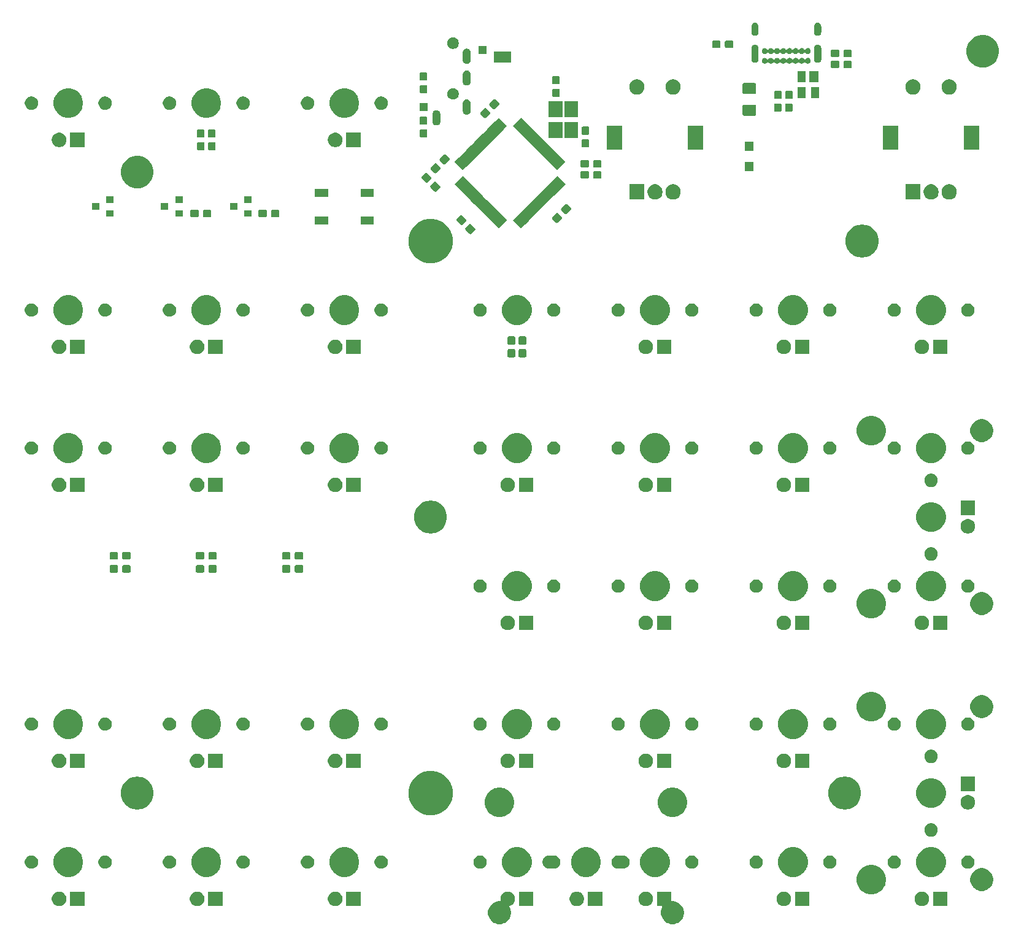
<source format=gts>
G04 #@! TF.GenerationSoftware,KiCad,Pcbnew,5.1.4*
G04 #@! TF.CreationDate,2019-11-02T22:09:46+09:00*
G04 #@! TF.ProjectId,Navpad,4e617670-6164-42e6-9b69-6361645f7063,rev?*
G04 #@! TF.SameCoordinates,Original*
G04 #@! TF.FileFunction,Soldermask,Top*
G04 #@! TF.FilePolarity,Negative*
%FSLAX46Y46*%
G04 Gerber Fmt 4.6, Leading zero omitted, Abs format (unit mm)*
G04 Created by KiCad (PCBNEW 5.1.4) date 2019-11-02 22:09:46*
%MOMM*%
%LPD*%
G04 APERTURE LIST*
%ADD10C,0.100000*%
G04 APERTURE END LIST*
D10*
G36*
X155499000Y-152986001D02*
G01*
X155501402Y-153010387D01*
X155508515Y-153033836D01*
X155520066Y-153055447D01*
X155535611Y-153074389D01*
X155554553Y-153089934D01*
X155576164Y-153101485D01*
X155599613Y-153108598D01*
X155623999Y-153111000D01*
X155793625Y-153111000D01*
X155945767Y-153141263D01*
X156097911Y-153171526D01*
X156216637Y-153220704D01*
X156384541Y-153290252D01*
X156384542Y-153290253D01*
X156642504Y-153462617D01*
X156861883Y-153681996D01*
X156947627Y-153810321D01*
X157034248Y-153939959D01*
X157152974Y-154226590D01*
X157213500Y-154530875D01*
X157213500Y-154841125D01*
X157152974Y-155145410D01*
X157034248Y-155432041D01*
X157034247Y-155432042D01*
X156861883Y-155690004D01*
X156642504Y-155909383D01*
X156470139Y-156024553D01*
X156384541Y-156081748D01*
X156216637Y-156151296D01*
X156097911Y-156200474D01*
X155793625Y-156261000D01*
X155483375Y-156261000D01*
X155179089Y-156200474D01*
X155060363Y-156151296D01*
X154892459Y-156081748D01*
X154806861Y-156024553D01*
X154634496Y-155909383D01*
X154415117Y-155690004D01*
X154242753Y-155432042D01*
X154242752Y-155432041D01*
X154124026Y-155145410D01*
X154063500Y-154841125D01*
X154063500Y-154530875D01*
X154124026Y-154226590D01*
X154235555Y-153957334D01*
X154242668Y-153933885D01*
X154245070Y-153909499D01*
X154242668Y-153885113D01*
X154235555Y-153861664D01*
X154224004Y-153840053D01*
X154208459Y-153821111D01*
X154189517Y-153805566D01*
X154167906Y-153794015D01*
X154144457Y-153786902D01*
X154120071Y-153784500D01*
X153492000Y-153784500D01*
X153492000Y-151777500D01*
X155499000Y-151777500D01*
X155499000Y-152986001D01*
X155499000Y-152986001D01*
G37*
G36*
X133031925Y-151782988D02*
G01*
X133198210Y-151816063D01*
X133380836Y-151891709D01*
X133545194Y-152001530D01*
X133684970Y-152141306D01*
X133794791Y-152305664D01*
X133870437Y-152488290D01*
X133909000Y-152682164D01*
X133909000Y-152879836D01*
X133870437Y-153073710D01*
X133794791Y-153256336D01*
X133684970Y-153420694D01*
X133545194Y-153560470D01*
X133380836Y-153670291D01*
X133206077Y-153742678D01*
X133184479Y-153754223D01*
X133165537Y-153769768D01*
X133149991Y-153788710D01*
X133138440Y-153810321D01*
X133131327Y-153833769D01*
X133128925Y-153858156D01*
X133131327Y-153882542D01*
X133138440Y-153905991D01*
X133149992Y-153927603D01*
X133158248Y-153939958D01*
X133276974Y-154226590D01*
X133337500Y-154530875D01*
X133337500Y-154841125D01*
X133276974Y-155145410D01*
X133158248Y-155432041D01*
X133158247Y-155432042D01*
X132985883Y-155690004D01*
X132766504Y-155909383D01*
X132594139Y-156024553D01*
X132508541Y-156081748D01*
X132340637Y-156151296D01*
X132221911Y-156200474D01*
X131917625Y-156261000D01*
X131607375Y-156261000D01*
X131303089Y-156200474D01*
X131184363Y-156151296D01*
X131016459Y-156081748D01*
X130930861Y-156024553D01*
X130758496Y-155909383D01*
X130539117Y-155690004D01*
X130366753Y-155432042D01*
X130366752Y-155432041D01*
X130248026Y-155145410D01*
X130187500Y-154841125D01*
X130187500Y-154530875D01*
X130248026Y-154226590D01*
X130366752Y-153939959D01*
X130453373Y-153810321D01*
X130539117Y-153681996D01*
X130758496Y-153462617D01*
X131016458Y-153290253D01*
X131016459Y-153290252D01*
X131184363Y-153220704D01*
X131303089Y-153171526D01*
X131455233Y-153141263D01*
X131607375Y-153111000D01*
X131795670Y-153111000D01*
X131820056Y-153108598D01*
X131843505Y-153101485D01*
X131865116Y-153089934D01*
X131884058Y-153074389D01*
X131899603Y-153055447D01*
X131911154Y-153033836D01*
X131918267Y-153010387D01*
X131920669Y-152986001D01*
X131918268Y-152961620D01*
X131902000Y-152879836D01*
X131902000Y-152682164D01*
X131940563Y-152488290D01*
X132016209Y-152305664D01*
X132126030Y-152141306D01*
X132265806Y-152001530D01*
X132430164Y-151891709D01*
X132612790Y-151816063D01*
X132779075Y-151782988D01*
X132806663Y-151777500D01*
X133004337Y-151777500D01*
X133031925Y-151782988D01*
X133031925Y-151782988D01*
G37*
G36*
X152081925Y-151782988D02*
G01*
X152248210Y-151816063D01*
X152430836Y-151891709D01*
X152595194Y-152001530D01*
X152734970Y-152141306D01*
X152844791Y-152305664D01*
X152920437Y-152488290D01*
X152959000Y-152682164D01*
X152959000Y-152879836D01*
X152920437Y-153073710D01*
X152844791Y-153256336D01*
X152734970Y-153420694D01*
X152595194Y-153560470D01*
X152430836Y-153670291D01*
X152248210Y-153745937D01*
X152081925Y-153779012D01*
X152054337Y-153784500D01*
X151856663Y-153784500D01*
X151829075Y-153779012D01*
X151662790Y-153745937D01*
X151480164Y-153670291D01*
X151315806Y-153560470D01*
X151176030Y-153420694D01*
X151066209Y-153256336D01*
X150990563Y-153073710D01*
X150952000Y-152879836D01*
X150952000Y-152682164D01*
X150990563Y-152488290D01*
X151066209Y-152305664D01*
X151176030Y-152141306D01*
X151315806Y-152001530D01*
X151480164Y-151891709D01*
X151662790Y-151816063D01*
X151829075Y-151782988D01*
X151856663Y-151777500D01*
X152054337Y-151777500D01*
X152081925Y-151782988D01*
X152081925Y-151782988D01*
G37*
G36*
X74536500Y-153784500D02*
G01*
X72529500Y-153784500D01*
X72529500Y-151777500D01*
X74536500Y-151777500D01*
X74536500Y-153784500D01*
X74536500Y-153784500D01*
G37*
G36*
X71119425Y-151782988D02*
G01*
X71285710Y-151816063D01*
X71468336Y-151891709D01*
X71632694Y-152001530D01*
X71772470Y-152141306D01*
X71882291Y-152305664D01*
X71957937Y-152488290D01*
X71996500Y-152682164D01*
X71996500Y-152879836D01*
X71957937Y-153073710D01*
X71882291Y-153256336D01*
X71772470Y-153420694D01*
X71632694Y-153560470D01*
X71468336Y-153670291D01*
X71285710Y-153745937D01*
X71119425Y-153779012D01*
X71091837Y-153784500D01*
X70894163Y-153784500D01*
X70866575Y-153779012D01*
X70700290Y-153745937D01*
X70517664Y-153670291D01*
X70353306Y-153560470D01*
X70213530Y-153420694D01*
X70103709Y-153256336D01*
X70028063Y-153073710D01*
X69989500Y-152879836D01*
X69989500Y-152682164D01*
X70028063Y-152488290D01*
X70103709Y-152305664D01*
X70213530Y-152141306D01*
X70353306Y-152001530D01*
X70517664Y-151891709D01*
X70700290Y-151816063D01*
X70866575Y-151782988D01*
X70894163Y-151777500D01*
X71091837Y-151777500D01*
X71119425Y-151782988D01*
X71119425Y-151782988D01*
G37*
G36*
X93586500Y-153784500D02*
G01*
X91579500Y-153784500D01*
X91579500Y-151777500D01*
X93586500Y-151777500D01*
X93586500Y-153784500D01*
X93586500Y-153784500D01*
G37*
G36*
X90169425Y-151782988D02*
G01*
X90335710Y-151816063D01*
X90518336Y-151891709D01*
X90682694Y-152001530D01*
X90822470Y-152141306D01*
X90932291Y-152305664D01*
X91007937Y-152488290D01*
X91046500Y-152682164D01*
X91046500Y-152879836D01*
X91007937Y-153073710D01*
X90932291Y-153256336D01*
X90822470Y-153420694D01*
X90682694Y-153560470D01*
X90518336Y-153670291D01*
X90335710Y-153745937D01*
X90169425Y-153779012D01*
X90141837Y-153784500D01*
X89944163Y-153784500D01*
X89916575Y-153779012D01*
X89750290Y-153745937D01*
X89567664Y-153670291D01*
X89403306Y-153560470D01*
X89263530Y-153420694D01*
X89153709Y-153256336D01*
X89078063Y-153073710D01*
X89039500Y-152879836D01*
X89039500Y-152682164D01*
X89078063Y-152488290D01*
X89153709Y-152305664D01*
X89263530Y-152141306D01*
X89403306Y-152001530D01*
X89567664Y-151891709D01*
X89750290Y-151816063D01*
X89916575Y-151782988D01*
X89944163Y-151777500D01*
X90141837Y-151777500D01*
X90169425Y-151782988D01*
X90169425Y-151782988D01*
G37*
G36*
X112636500Y-153784500D02*
G01*
X110629500Y-153784500D01*
X110629500Y-151777500D01*
X112636500Y-151777500D01*
X112636500Y-153784500D01*
X112636500Y-153784500D01*
G37*
G36*
X109219425Y-151782988D02*
G01*
X109385710Y-151816063D01*
X109568336Y-151891709D01*
X109732694Y-152001530D01*
X109872470Y-152141306D01*
X109982291Y-152305664D01*
X110057937Y-152488290D01*
X110096500Y-152682164D01*
X110096500Y-152879836D01*
X110057937Y-153073710D01*
X109982291Y-153256336D01*
X109872470Y-153420694D01*
X109732694Y-153560470D01*
X109568336Y-153670291D01*
X109385710Y-153745937D01*
X109219425Y-153779012D01*
X109191837Y-153784500D01*
X108994163Y-153784500D01*
X108966575Y-153779012D01*
X108800290Y-153745937D01*
X108617664Y-153670291D01*
X108453306Y-153560470D01*
X108313530Y-153420694D01*
X108203709Y-153256336D01*
X108128063Y-153073710D01*
X108089500Y-152879836D01*
X108089500Y-152682164D01*
X108128063Y-152488290D01*
X108203709Y-152305664D01*
X108313530Y-152141306D01*
X108453306Y-152001530D01*
X108617664Y-151891709D01*
X108800290Y-151816063D01*
X108966575Y-151782988D01*
X108994163Y-151777500D01*
X109191837Y-151777500D01*
X109219425Y-151782988D01*
X109219425Y-151782988D01*
G37*
G36*
X136449000Y-153784500D02*
G01*
X134442000Y-153784500D01*
X134442000Y-151777500D01*
X136449000Y-151777500D01*
X136449000Y-153784500D01*
X136449000Y-153784500D01*
G37*
G36*
X171131925Y-151782988D02*
G01*
X171298210Y-151816063D01*
X171480836Y-151891709D01*
X171645194Y-152001530D01*
X171784970Y-152141306D01*
X171894791Y-152305664D01*
X171970437Y-152488290D01*
X172009000Y-152682164D01*
X172009000Y-152879836D01*
X171970437Y-153073710D01*
X171894791Y-153256336D01*
X171784970Y-153420694D01*
X171645194Y-153560470D01*
X171480836Y-153670291D01*
X171298210Y-153745937D01*
X171131925Y-153779012D01*
X171104337Y-153784500D01*
X170906663Y-153784500D01*
X170879075Y-153779012D01*
X170712790Y-153745937D01*
X170530164Y-153670291D01*
X170365806Y-153560470D01*
X170226030Y-153420694D01*
X170116209Y-153256336D01*
X170040563Y-153073710D01*
X170002000Y-152879836D01*
X170002000Y-152682164D01*
X170040563Y-152488290D01*
X170116209Y-152305664D01*
X170226030Y-152141306D01*
X170365806Y-152001530D01*
X170530164Y-151891709D01*
X170712790Y-151816063D01*
X170879075Y-151782988D01*
X170906663Y-151777500D01*
X171104337Y-151777500D01*
X171131925Y-151782988D01*
X171131925Y-151782988D01*
G37*
G36*
X174549000Y-153784500D02*
G01*
X172542000Y-153784500D01*
X172542000Y-151777500D01*
X174549000Y-151777500D01*
X174549000Y-153784500D01*
X174549000Y-153784500D01*
G37*
G36*
X193599000Y-153784500D02*
G01*
X191592000Y-153784500D01*
X191592000Y-151777500D01*
X193599000Y-151777500D01*
X193599000Y-153784500D01*
X193599000Y-153784500D01*
G37*
G36*
X190181925Y-151782988D02*
G01*
X190348210Y-151816063D01*
X190530836Y-151891709D01*
X190695194Y-152001530D01*
X190834970Y-152141306D01*
X190944791Y-152305664D01*
X191020437Y-152488290D01*
X191059000Y-152682164D01*
X191059000Y-152879836D01*
X191020437Y-153073710D01*
X190944791Y-153256336D01*
X190834970Y-153420694D01*
X190695194Y-153560470D01*
X190530836Y-153670291D01*
X190348210Y-153745937D01*
X190181925Y-153779012D01*
X190154337Y-153784500D01*
X189956663Y-153784500D01*
X189929075Y-153779012D01*
X189762790Y-153745937D01*
X189580164Y-153670291D01*
X189415806Y-153560470D01*
X189276030Y-153420694D01*
X189166209Y-153256336D01*
X189090563Y-153073710D01*
X189052000Y-152879836D01*
X189052000Y-152682164D01*
X189090563Y-152488290D01*
X189166209Y-152305664D01*
X189276030Y-152141306D01*
X189415806Y-152001530D01*
X189580164Y-151891709D01*
X189762790Y-151816063D01*
X189929075Y-151782988D01*
X189956663Y-151777500D01*
X190154337Y-151777500D01*
X190181925Y-151782988D01*
X190181925Y-151782988D01*
G37*
G36*
X145974000Y-153784500D02*
G01*
X143967000Y-153784500D01*
X143967000Y-151777500D01*
X145974000Y-151777500D01*
X145974000Y-153784500D01*
X145974000Y-153784500D01*
G37*
G36*
X142556925Y-151782988D02*
G01*
X142723210Y-151816063D01*
X142905836Y-151891709D01*
X143070194Y-152001530D01*
X143209970Y-152141306D01*
X143319791Y-152305664D01*
X143395437Y-152488290D01*
X143434000Y-152682164D01*
X143434000Y-152879836D01*
X143395437Y-153073710D01*
X143319791Y-153256336D01*
X143209970Y-153420694D01*
X143070194Y-153560470D01*
X142905836Y-153670291D01*
X142723210Y-153745937D01*
X142556925Y-153779012D01*
X142529337Y-153784500D01*
X142331663Y-153784500D01*
X142304075Y-153779012D01*
X142137790Y-153745937D01*
X141955164Y-153670291D01*
X141790806Y-153560470D01*
X141651030Y-153420694D01*
X141541209Y-153256336D01*
X141465563Y-153073710D01*
X141427000Y-152879836D01*
X141427000Y-152682164D01*
X141465563Y-152488290D01*
X141541209Y-152305664D01*
X141651030Y-152141306D01*
X141790806Y-152001530D01*
X141955164Y-151891709D01*
X142137790Y-151816063D01*
X142304075Y-151782988D01*
X142331663Y-151777500D01*
X142529337Y-151777500D01*
X142556925Y-151782988D01*
X142556925Y-151782988D01*
G37*
G36*
X183666974Y-148147684D02*
G01*
X183884974Y-148237983D01*
X184039123Y-148301833D01*
X184374048Y-148525623D01*
X184658877Y-148810452D01*
X184882667Y-149145377D01*
X184882667Y-149145378D01*
X185036816Y-149517526D01*
X185115400Y-149912594D01*
X185115400Y-150315406D01*
X185036816Y-150710474D01*
X184974863Y-150860041D01*
X184882667Y-151082623D01*
X184658877Y-151417548D01*
X184374048Y-151702377D01*
X184039123Y-151926167D01*
X183884974Y-151990017D01*
X183666974Y-152080316D01*
X183271906Y-152158900D01*
X182869094Y-152158900D01*
X182474026Y-152080316D01*
X182256026Y-151990017D01*
X182101877Y-151926167D01*
X181766952Y-151702377D01*
X181482123Y-151417548D01*
X181258333Y-151082623D01*
X181166137Y-150860041D01*
X181104184Y-150710474D01*
X181025600Y-150315406D01*
X181025600Y-149912594D01*
X181104184Y-149517526D01*
X181258333Y-149145378D01*
X181258333Y-149145377D01*
X181482123Y-148810452D01*
X181766952Y-148525623D01*
X182101877Y-148301833D01*
X182256026Y-148237983D01*
X182474026Y-148147684D01*
X182869094Y-148069100D01*
X183271906Y-148069100D01*
X183666974Y-148147684D01*
X183666974Y-148147684D01*
G37*
G36*
X198769911Y-148599526D02*
G01*
X198888637Y-148648704D01*
X199056541Y-148718252D01*
X199056542Y-148718253D01*
X199314504Y-148890617D01*
X199533883Y-149109996D01*
X199557524Y-149145378D01*
X199706248Y-149367959D01*
X199766395Y-149513167D01*
X199824974Y-149654589D01*
X199843137Y-149745900D01*
X199885500Y-149958875D01*
X199885500Y-150269125D01*
X199824974Y-150573410D01*
X199706248Y-150860041D01*
X199706247Y-150860042D01*
X199533883Y-151118004D01*
X199314504Y-151337383D01*
X199194528Y-151417548D01*
X199056541Y-151509748D01*
X198888637Y-151579296D01*
X198769911Y-151628474D01*
X198465625Y-151689000D01*
X198155375Y-151689000D01*
X197851089Y-151628474D01*
X197732363Y-151579296D01*
X197564459Y-151509748D01*
X197426472Y-151417548D01*
X197306496Y-151337383D01*
X197087117Y-151118004D01*
X196914753Y-150860042D01*
X196914752Y-150860041D01*
X196796026Y-150573410D01*
X196735500Y-150269125D01*
X196735500Y-149958875D01*
X196777863Y-149745900D01*
X196796026Y-149654589D01*
X196854605Y-149513167D01*
X196914752Y-149367959D01*
X197063476Y-149145378D01*
X197087117Y-149109996D01*
X197306496Y-148890617D01*
X197564458Y-148718253D01*
X197564459Y-148718252D01*
X197732363Y-148648704D01*
X197851089Y-148599526D01*
X198155375Y-148539000D01*
X198465625Y-148539000D01*
X198769911Y-148599526D01*
X198769911Y-148599526D01*
G37*
G36*
X91909474Y-145734684D02*
G01*
X92127474Y-145824983D01*
X92281623Y-145888833D01*
X92616548Y-146112623D01*
X92901377Y-146397452D01*
X93125167Y-146732377D01*
X93160433Y-146817518D01*
X93279316Y-147104526D01*
X93357900Y-147499594D01*
X93357900Y-147902406D01*
X93279316Y-148297474D01*
X93228451Y-148420272D01*
X93125167Y-148669623D01*
X92901377Y-149004548D01*
X92616548Y-149289377D01*
X92281623Y-149513167D01*
X92127474Y-149577017D01*
X91909474Y-149667316D01*
X91514406Y-149745900D01*
X91111594Y-149745900D01*
X90716526Y-149667316D01*
X90498526Y-149577017D01*
X90344377Y-149513167D01*
X90009452Y-149289377D01*
X89724623Y-149004548D01*
X89500833Y-148669623D01*
X89397549Y-148420272D01*
X89346684Y-148297474D01*
X89268100Y-147902406D01*
X89268100Y-147499594D01*
X89346684Y-147104526D01*
X89465567Y-146817518D01*
X89500833Y-146732377D01*
X89724623Y-146397452D01*
X90009452Y-146112623D01*
X90344377Y-145888833D01*
X90498526Y-145824983D01*
X90716526Y-145734684D01*
X91111594Y-145656100D01*
X91514406Y-145656100D01*
X91909474Y-145734684D01*
X91909474Y-145734684D01*
G37*
G36*
X172871974Y-145734684D02*
G01*
X173089974Y-145824983D01*
X173244123Y-145888833D01*
X173579048Y-146112623D01*
X173863877Y-146397452D01*
X174087667Y-146732377D01*
X174122933Y-146817518D01*
X174241816Y-147104526D01*
X174320400Y-147499594D01*
X174320400Y-147902406D01*
X174241816Y-148297474D01*
X174190951Y-148420272D01*
X174087667Y-148669623D01*
X173863877Y-149004548D01*
X173579048Y-149289377D01*
X173244123Y-149513167D01*
X173089974Y-149577017D01*
X172871974Y-149667316D01*
X172476906Y-149745900D01*
X172074094Y-149745900D01*
X171679026Y-149667316D01*
X171461026Y-149577017D01*
X171306877Y-149513167D01*
X170971952Y-149289377D01*
X170687123Y-149004548D01*
X170463333Y-148669623D01*
X170360049Y-148420272D01*
X170309184Y-148297474D01*
X170230600Y-147902406D01*
X170230600Y-147499594D01*
X170309184Y-147104526D01*
X170428067Y-146817518D01*
X170463333Y-146732377D01*
X170687123Y-146397452D01*
X170971952Y-146112623D01*
X171306877Y-145888833D01*
X171461026Y-145824983D01*
X171679026Y-145734684D01*
X172074094Y-145656100D01*
X172476906Y-145656100D01*
X172871974Y-145734684D01*
X172871974Y-145734684D01*
G37*
G36*
X153821974Y-145734684D02*
G01*
X154039974Y-145824983D01*
X154194123Y-145888833D01*
X154529048Y-146112623D01*
X154813877Y-146397452D01*
X155037667Y-146732377D01*
X155072933Y-146817518D01*
X155191816Y-147104526D01*
X155270400Y-147499594D01*
X155270400Y-147902406D01*
X155191816Y-148297474D01*
X155140951Y-148420272D01*
X155037667Y-148669623D01*
X154813877Y-149004548D01*
X154529048Y-149289377D01*
X154194123Y-149513167D01*
X154039974Y-149577017D01*
X153821974Y-149667316D01*
X153426906Y-149745900D01*
X153024094Y-149745900D01*
X152629026Y-149667316D01*
X152411026Y-149577017D01*
X152256877Y-149513167D01*
X151921952Y-149289377D01*
X151637123Y-149004548D01*
X151413333Y-148669623D01*
X151310049Y-148420272D01*
X151259184Y-148297474D01*
X151180600Y-147902406D01*
X151180600Y-147499594D01*
X151259184Y-147104526D01*
X151378067Y-146817518D01*
X151413333Y-146732377D01*
X151637123Y-146397452D01*
X151921952Y-146112623D01*
X152256877Y-145888833D01*
X152411026Y-145824983D01*
X152629026Y-145734684D01*
X153024094Y-145656100D01*
X153426906Y-145656100D01*
X153821974Y-145734684D01*
X153821974Y-145734684D01*
G37*
G36*
X191921974Y-145734684D02*
G01*
X192139974Y-145824983D01*
X192294123Y-145888833D01*
X192629048Y-146112623D01*
X192913877Y-146397452D01*
X193137667Y-146732377D01*
X193172933Y-146817518D01*
X193291816Y-147104526D01*
X193370400Y-147499594D01*
X193370400Y-147902406D01*
X193291816Y-148297474D01*
X193240951Y-148420272D01*
X193137667Y-148669623D01*
X192913877Y-149004548D01*
X192629048Y-149289377D01*
X192294123Y-149513167D01*
X192139974Y-149577017D01*
X191921974Y-149667316D01*
X191526906Y-149745900D01*
X191124094Y-149745900D01*
X190729026Y-149667316D01*
X190511026Y-149577017D01*
X190356877Y-149513167D01*
X190021952Y-149289377D01*
X189737123Y-149004548D01*
X189513333Y-148669623D01*
X189410049Y-148420272D01*
X189359184Y-148297474D01*
X189280600Y-147902406D01*
X189280600Y-147499594D01*
X189359184Y-147104526D01*
X189478067Y-146817518D01*
X189513333Y-146732377D01*
X189737123Y-146397452D01*
X190021952Y-146112623D01*
X190356877Y-145888833D01*
X190511026Y-145824983D01*
X190729026Y-145734684D01*
X191124094Y-145656100D01*
X191526906Y-145656100D01*
X191921974Y-145734684D01*
X191921974Y-145734684D01*
G37*
G36*
X72859474Y-145734684D02*
G01*
X73077474Y-145824983D01*
X73231623Y-145888833D01*
X73566548Y-146112623D01*
X73851377Y-146397452D01*
X74075167Y-146732377D01*
X74110433Y-146817518D01*
X74229316Y-147104526D01*
X74307900Y-147499594D01*
X74307900Y-147902406D01*
X74229316Y-148297474D01*
X74178451Y-148420272D01*
X74075167Y-148669623D01*
X73851377Y-149004548D01*
X73566548Y-149289377D01*
X73231623Y-149513167D01*
X73077474Y-149577017D01*
X72859474Y-149667316D01*
X72464406Y-149745900D01*
X72061594Y-149745900D01*
X71666526Y-149667316D01*
X71448526Y-149577017D01*
X71294377Y-149513167D01*
X70959452Y-149289377D01*
X70674623Y-149004548D01*
X70450833Y-148669623D01*
X70347549Y-148420272D01*
X70296684Y-148297474D01*
X70218100Y-147902406D01*
X70218100Y-147499594D01*
X70296684Y-147104526D01*
X70415567Y-146817518D01*
X70450833Y-146732377D01*
X70674623Y-146397452D01*
X70959452Y-146112623D01*
X71294377Y-145888833D01*
X71448526Y-145824983D01*
X71666526Y-145734684D01*
X72061594Y-145656100D01*
X72464406Y-145656100D01*
X72859474Y-145734684D01*
X72859474Y-145734684D01*
G37*
G36*
X110959474Y-145734684D02*
G01*
X111177474Y-145824983D01*
X111331623Y-145888833D01*
X111666548Y-146112623D01*
X111951377Y-146397452D01*
X112175167Y-146732377D01*
X112210433Y-146817518D01*
X112329316Y-147104526D01*
X112407900Y-147499594D01*
X112407900Y-147902406D01*
X112329316Y-148297474D01*
X112278451Y-148420272D01*
X112175167Y-148669623D01*
X111951377Y-149004548D01*
X111666548Y-149289377D01*
X111331623Y-149513167D01*
X111177474Y-149577017D01*
X110959474Y-149667316D01*
X110564406Y-149745900D01*
X110161594Y-149745900D01*
X109766526Y-149667316D01*
X109548526Y-149577017D01*
X109394377Y-149513167D01*
X109059452Y-149289377D01*
X108774623Y-149004548D01*
X108550833Y-148669623D01*
X108447549Y-148420272D01*
X108396684Y-148297474D01*
X108318100Y-147902406D01*
X108318100Y-147499594D01*
X108396684Y-147104526D01*
X108515567Y-146817518D01*
X108550833Y-146732377D01*
X108774623Y-146397452D01*
X109059452Y-146112623D01*
X109394377Y-145888833D01*
X109548526Y-145824983D01*
X109766526Y-145734684D01*
X110161594Y-145656100D01*
X110564406Y-145656100D01*
X110959474Y-145734684D01*
X110959474Y-145734684D01*
G37*
G36*
X134771974Y-145734684D02*
G01*
X134989974Y-145824983D01*
X135144123Y-145888833D01*
X135479048Y-146112623D01*
X135763877Y-146397452D01*
X135987667Y-146732377D01*
X136022933Y-146817518D01*
X136141816Y-147104526D01*
X136220400Y-147499594D01*
X136220400Y-147902406D01*
X136141816Y-148297474D01*
X136090951Y-148420272D01*
X135987667Y-148669623D01*
X135763877Y-149004548D01*
X135479048Y-149289377D01*
X135144123Y-149513167D01*
X134989974Y-149577017D01*
X134771974Y-149667316D01*
X134376906Y-149745900D01*
X133974094Y-149745900D01*
X133579026Y-149667316D01*
X133361026Y-149577017D01*
X133206877Y-149513167D01*
X132871952Y-149289377D01*
X132587123Y-149004548D01*
X132363333Y-148669623D01*
X132260049Y-148420272D01*
X132209184Y-148297474D01*
X132130600Y-147902406D01*
X132130600Y-147499594D01*
X132209184Y-147104526D01*
X132328067Y-146817518D01*
X132363333Y-146732377D01*
X132587123Y-146397452D01*
X132871952Y-146112623D01*
X133206877Y-145888833D01*
X133361026Y-145824983D01*
X133579026Y-145734684D01*
X133974094Y-145656100D01*
X134376906Y-145656100D01*
X134771974Y-145734684D01*
X134771974Y-145734684D01*
G37*
G36*
X144296974Y-145734684D02*
G01*
X144514974Y-145824983D01*
X144669123Y-145888833D01*
X145004048Y-146112623D01*
X145288877Y-146397452D01*
X145512667Y-146732377D01*
X145547933Y-146817518D01*
X145666816Y-147104526D01*
X145745400Y-147499594D01*
X145745400Y-147902406D01*
X145666816Y-148297474D01*
X145615951Y-148420272D01*
X145512667Y-148669623D01*
X145288877Y-149004548D01*
X145004048Y-149289377D01*
X144669123Y-149513167D01*
X144514974Y-149577017D01*
X144296974Y-149667316D01*
X143901906Y-149745900D01*
X143499094Y-149745900D01*
X143104026Y-149667316D01*
X142886026Y-149577017D01*
X142731877Y-149513167D01*
X142396952Y-149289377D01*
X142112123Y-149004548D01*
X141888333Y-148669623D01*
X141785049Y-148420272D01*
X141734184Y-148297474D01*
X141655600Y-147902406D01*
X141655600Y-147499594D01*
X141734184Y-147104526D01*
X141853067Y-146817518D01*
X141888333Y-146732377D01*
X142112123Y-146397452D01*
X142396952Y-146112623D01*
X142731877Y-145888833D01*
X142886026Y-145824983D01*
X143104026Y-145734684D01*
X143499094Y-145656100D01*
X143901906Y-145656100D01*
X144296974Y-145734684D01*
X144296974Y-145734684D01*
G37*
G36*
X77613104Y-146810585D02*
G01*
X77781626Y-146880389D01*
X77933291Y-146981728D01*
X78062272Y-147110709D01*
X78163611Y-147262374D01*
X78233415Y-147430896D01*
X78269000Y-147609797D01*
X78269000Y-147792203D01*
X78233415Y-147971104D01*
X78163611Y-148139626D01*
X78062272Y-148291291D01*
X77933291Y-148420272D01*
X77781626Y-148521611D01*
X77613104Y-148591415D01*
X77434203Y-148627000D01*
X77251797Y-148627000D01*
X77072896Y-148591415D01*
X76904374Y-148521611D01*
X76752709Y-148420272D01*
X76623728Y-148291291D01*
X76522389Y-148139626D01*
X76452585Y-147971104D01*
X76417000Y-147792203D01*
X76417000Y-147609797D01*
X76452585Y-147430896D01*
X76522389Y-147262374D01*
X76623728Y-147110709D01*
X76752709Y-146981728D01*
X76904374Y-146880389D01*
X77072896Y-146810585D01*
X77251797Y-146775000D01*
X77434203Y-146775000D01*
X77613104Y-146810585D01*
X77613104Y-146810585D01*
G37*
G36*
X96663104Y-146810585D02*
G01*
X96831626Y-146880389D01*
X96983291Y-146981728D01*
X97112272Y-147110709D01*
X97213611Y-147262374D01*
X97283415Y-147430896D01*
X97319000Y-147609797D01*
X97319000Y-147792203D01*
X97283415Y-147971104D01*
X97213611Y-148139626D01*
X97112272Y-148291291D01*
X96983291Y-148420272D01*
X96831626Y-148521611D01*
X96663104Y-148591415D01*
X96484203Y-148627000D01*
X96301797Y-148627000D01*
X96122896Y-148591415D01*
X95954374Y-148521611D01*
X95802709Y-148420272D01*
X95673728Y-148291291D01*
X95572389Y-148139626D01*
X95502585Y-147971104D01*
X95467000Y-147792203D01*
X95467000Y-147609797D01*
X95502585Y-147430896D01*
X95572389Y-147262374D01*
X95673728Y-147110709D01*
X95802709Y-146981728D01*
X95954374Y-146880389D01*
X96122896Y-146810585D01*
X96301797Y-146775000D01*
X96484203Y-146775000D01*
X96663104Y-146810585D01*
X96663104Y-146810585D01*
G37*
G36*
X86503104Y-146810585D02*
G01*
X86671626Y-146880389D01*
X86823291Y-146981728D01*
X86952272Y-147110709D01*
X87053611Y-147262374D01*
X87123415Y-147430896D01*
X87159000Y-147609797D01*
X87159000Y-147792203D01*
X87123415Y-147971104D01*
X87053611Y-148139626D01*
X86952272Y-148291291D01*
X86823291Y-148420272D01*
X86671626Y-148521611D01*
X86503104Y-148591415D01*
X86324203Y-148627000D01*
X86141797Y-148627000D01*
X85962896Y-148591415D01*
X85794374Y-148521611D01*
X85642709Y-148420272D01*
X85513728Y-148291291D01*
X85412389Y-148139626D01*
X85342585Y-147971104D01*
X85307000Y-147792203D01*
X85307000Y-147609797D01*
X85342585Y-147430896D01*
X85412389Y-147262374D01*
X85513728Y-147110709D01*
X85642709Y-146981728D01*
X85794374Y-146880389D01*
X85962896Y-146810585D01*
X86141797Y-146775000D01*
X86324203Y-146775000D01*
X86503104Y-146810585D01*
X86503104Y-146810585D01*
G37*
G36*
X67453104Y-146810585D02*
G01*
X67621626Y-146880389D01*
X67773291Y-146981728D01*
X67902272Y-147110709D01*
X68003611Y-147262374D01*
X68073415Y-147430896D01*
X68109000Y-147609797D01*
X68109000Y-147792203D01*
X68073415Y-147971104D01*
X68003611Y-148139626D01*
X67902272Y-148291291D01*
X67773291Y-148420272D01*
X67621626Y-148521611D01*
X67453104Y-148591415D01*
X67274203Y-148627000D01*
X67091797Y-148627000D01*
X66912896Y-148591415D01*
X66744374Y-148521611D01*
X66592709Y-148420272D01*
X66463728Y-148291291D01*
X66362389Y-148139626D01*
X66292585Y-147971104D01*
X66257000Y-147792203D01*
X66257000Y-147609797D01*
X66292585Y-147430896D01*
X66362389Y-147262374D01*
X66463728Y-147110709D01*
X66592709Y-146981728D01*
X66744374Y-146880389D01*
X66912896Y-146810585D01*
X67091797Y-146775000D01*
X67274203Y-146775000D01*
X67453104Y-146810585D01*
X67453104Y-146810585D01*
G37*
G36*
X115713104Y-146810585D02*
G01*
X115881626Y-146880389D01*
X116033291Y-146981728D01*
X116162272Y-147110709D01*
X116263611Y-147262374D01*
X116333415Y-147430896D01*
X116369000Y-147609797D01*
X116369000Y-147792203D01*
X116333415Y-147971104D01*
X116263611Y-148139626D01*
X116162272Y-148291291D01*
X116033291Y-148420272D01*
X115881626Y-148521611D01*
X115713104Y-148591415D01*
X115534203Y-148627000D01*
X115351797Y-148627000D01*
X115172896Y-148591415D01*
X115004374Y-148521611D01*
X114852709Y-148420272D01*
X114723728Y-148291291D01*
X114622389Y-148139626D01*
X114552585Y-147971104D01*
X114517000Y-147792203D01*
X114517000Y-147609797D01*
X114552585Y-147430896D01*
X114622389Y-147262374D01*
X114723728Y-147110709D01*
X114852709Y-146981728D01*
X115004374Y-146880389D01*
X115172896Y-146810585D01*
X115351797Y-146775000D01*
X115534203Y-146775000D01*
X115713104Y-146810585D01*
X115713104Y-146810585D01*
G37*
G36*
X105553104Y-146810585D02*
G01*
X105721626Y-146880389D01*
X105873291Y-146981728D01*
X106002272Y-147110709D01*
X106103611Y-147262374D01*
X106173415Y-147430896D01*
X106209000Y-147609797D01*
X106209000Y-147792203D01*
X106173415Y-147971104D01*
X106103611Y-148139626D01*
X106002272Y-148291291D01*
X105873291Y-148420272D01*
X105721626Y-148521611D01*
X105553104Y-148591415D01*
X105374203Y-148627000D01*
X105191797Y-148627000D01*
X105012896Y-148591415D01*
X104844374Y-148521611D01*
X104692709Y-148420272D01*
X104563728Y-148291291D01*
X104462389Y-148139626D01*
X104392585Y-147971104D01*
X104357000Y-147792203D01*
X104357000Y-147609797D01*
X104392585Y-147430896D01*
X104462389Y-147262374D01*
X104563728Y-147110709D01*
X104692709Y-146981728D01*
X104844374Y-146880389D01*
X105012896Y-146810585D01*
X105191797Y-146775000D01*
X105374203Y-146775000D01*
X105553104Y-146810585D01*
X105553104Y-146810585D01*
G37*
G36*
X158575604Y-146810585D02*
G01*
X158744126Y-146880389D01*
X158895791Y-146981728D01*
X159024772Y-147110709D01*
X159126111Y-147262374D01*
X159195915Y-147430896D01*
X159231500Y-147609797D01*
X159231500Y-147792203D01*
X159195915Y-147971104D01*
X159126111Y-148139626D01*
X159024772Y-148291291D01*
X158895791Y-148420272D01*
X158744126Y-148521611D01*
X158575604Y-148591415D01*
X158396703Y-148627000D01*
X158214297Y-148627000D01*
X158035396Y-148591415D01*
X157866874Y-148521611D01*
X157715209Y-148420272D01*
X157586228Y-148291291D01*
X157484889Y-148139626D01*
X157415085Y-147971104D01*
X157379500Y-147792203D01*
X157379500Y-147609797D01*
X157415085Y-147430896D01*
X157484889Y-147262374D01*
X157586228Y-147110709D01*
X157715209Y-146981728D01*
X157866874Y-146880389D01*
X158035396Y-146810585D01*
X158214297Y-146775000D01*
X158396703Y-146775000D01*
X158575604Y-146810585D01*
X158575604Y-146810585D01*
G37*
G36*
X148415604Y-146810585D02*
G01*
X148415610Y-146810588D01*
X148416065Y-146810678D01*
X148438618Y-146817518D01*
X148463004Y-146819919D01*
X148487390Y-146817516D01*
X148509935Y-146810678D01*
X148510390Y-146810588D01*
X148510396Y-146810585D01*
X148689297Y-146775000D01*
X148871703Y-146775000D01*
X149050604Y-146810585D01*
X149219126Y-146880389D01*
X149370791Y-146981728D01*
X149499772Y-147110709D01*
X149601111Y-147262374D01*
X149670915Y-147430896D01*
X149706500Y-147609797D01*
X149706500Y-147792203D01*
X149670915Y-147971104D01*
X149601111Y-148139626D01*
X149499772Y-148291291D01*
X149370791Y-148420272D01*
X149219126Y-148521611D01*
X149050604Y-148591415D01*
X148871703Y-148627000D01*
X148689297Y-148627000D01*
X148510396Y-148591415D01*
X148510390Y-148591412D01*
X148509935Y-148591322D01*
X148487382Y-148584482D01*
X148462996Y-148582081D01*
X148438610Y-148584484D01*
X148416065Y-148591322D01*
X148415610Y-148591412D01*
X148415604Y-148591415D01*
X148236703Y-148627000D01*
X148054297Y-148627000D01*
X147875396Y-148591415D01*
X147706874Y-148521611D01*
X147555209Y-148420272D01*
X147426228Y-148291291D01*
X147324889Y-148139626D01*
X147255085Y-147971104D01*
X147219500Y-147792203D01*
X147219500Y-147609797D01*
X147255085Y-147430896D01*
X147324889Y-147262374D01*
X147426228Y-147110709D01*
X147555209Y-146981728D01*
X147706874Y-146880389D01*
X147875396Y-146810585D01*
X148054297Y-146775000D01*
X148236703Y-146775000D01*
X148415604Y-146810585D01*
X148415604Y-146810585D01*
G37*
G36*
X186515604Y-146810585D02*
G01*
X186684126Y-146880389D01*
X186835791Y-146981728D01*
X186964772Y-147110709D01*
X187066111Y-147262374D01*
X187135915Y-147430896D01*
X187171500Y-147609797D01*
X187171500Y-147792203D01*
X187135915Y-147971104D01*
X187066111Y-148139626D01*
X186964772Y-148291291D01*
X186835791Y-148420272D01*
X186684126Y-148521611D01*
X186515604Y-148591415D01*
X186336703Y-148627000D01*
X186154297Y-148627000D01*
X185975396Y-148591415D01*
X185806874Y-148521611D01*
X185655209Y-148420272D01*
X185526228Y-148291291D01*
X185424889Y-148139626D01*
X185355085Y-147971104D01*
X185319500Y-147792203D01*
X185319500Y-147609797D01*
X185355085Y-147430896D01*
X185424889Y-147262374D01*
X185526228Y-147110709D01*
X185655209Y-146981728D01*
X185806874Y-146880389D01*
X185975396Y-146810585D01*
X186154297Y-146775000D01*
X186336703Y-146775000D01*
X186515604Y-146810585D01*
X186515604Y-146810585D01*
G37*
G36*
X196675604Y-146810585D02*
G01*
X196844126Y-146880389D01*
X196995791Y-146981728D01*
X197124772Y-147110709D01*
X197226111Y-147262374D01*
X197295915Y-147430896D01*
X197331500Y-147609797D01*
X197331500Y-147792203D01*
X197295915Y-147971104D01*
X197226111Y-148139626D01*
X197124772Y-148291291D01*
X196995791Y-148420272D01*
X196844126Y-148521611D01*
X196675604Y-148591415D01*
X196496703Y-148627000D01*
X196314297Y-148627000D01*
X196135396Y-148591415D01*
X195966874Y-148521611D01*
X195815209Y-148420272D01*
X195686228Y-148291291D01*
X195584889Y-148139626D01*
X195515085Y-147971104D01*
X195479500Y-147792203D01*
X195479500Y-147609797D01*
X195515085Y-147430896D01*
X195584889Y-147262374D01*
X195686228Y-147110709D01*
X195815209Y-146981728D01*
X195966874Y-146880389D01*
X196135396Y-146810585D01*
X196314297Y-146775000D01*
X196496703Y-146775000D01*
X196675604Y-146810585D01*
X196675604Y-146810585D01*
G37*
G36*
X138890604Y-146810585D02*
G01*
X138890610Y-146810588D01*
X138891065Y-146810678D01*
X138913618Y-146817518D01*
X138938004Y-146819919D01*
X138962390Y-146817516D01*
X138984935Y-146810678D01*
X138985390Y-146810588D01*
X138985396Y-146810585D01*
X139164297Y-146775000D01*
X139346703Y-146775000D01*
X139525604Y-146810585D01*
X139694126Y-146880389D01*
X139845791Y-146981728D01*
X139974772Y-147110709D01*
X140076111Y-147262374D01*
X140145915Y-147430896D01*
X140181500Y-147609797D01*
X140181500Y-147792203D01*
X140145915Y-147971104D01*
X140076111Y-148139626D01*
X139974772Y-148291291D01*
X139845791Y-148420272D01*
X139694126Y-148521611D01*
X139525604Y-148591415D01*
X139346703Y-148627000D01*
X139164297Y-148627000D01*
X138985396Y-148591415D01*
X138985390Y-148591412D01*
X138984935Y-148591322D01*
X138962382Y-148584482D01*
X138937996Y-148582081D01*
X138913610Y-148584484D01*
X138891065Y-148591322D01*
X138890610Y-148591412D01*
X138890604Y-148591415D01*
X138711703Y-148627000D01*
X138529297Y-148627000D01*
X138350396Y-148591415D01*
X138181874Y-148521611D01*
X138030209Y-148420272D01*
X137901228Y-148291291D01*
X137799889Y-148139626D01*
X137730085Y-147971104D01*
X137694500Y-147792203D01*
X137694500Y-147609797D01*
X137730085Y-147430896D01*
X137799889Y-147262374D01*
X137901228Y-147110709D01*
X138030209Y-146981728D01*
X138181874Y-146880389D01*
X138350396Y-146810585D01*
X138529297Y-146775000D01*
X138711703Y-146775000D01*
X138890604Y-146810585D01*
X138890604Y-146810585D01*
G37*
G36*
X129365604Y-146810585D02*
G01*
X129534126Y-146880389D01*
X129685791Y-146981728D01*
X129814772Y-147110709D01*
X129916111Y-147262374D01*
X129985915Y-147430896D01*
X130021500Y-147609797D01*
X130021500Y-147792203D01*
X129985915Y-147971104D01*
X129916111Y-148139626D01*
X129814772Y-148291291D01*
X129685791Y-148420272D01*
X129534126Y-148521611D01*
X129365604Y-148591415D01*
X129186703Y-148627000D01*
X129004297Y-148627000D01*
X128825396Y-148591415D01*
X128656874Y-148521611D01*
X128505209Y-148420272D01*
X128376228Y-148291291D01*
X128274889Y-148139626D01*
X128205085Y-147971104D01*
X128169500Y-147792203D01*
X128169500Y-147609797D01*
X128205085Y-147430896D01*
X128274889Y-147262374D01*
X128376228Y-147110709D01*
X128505209Y-146981728D01*
X128656874Y-146880389D01*
X128825396Y-146810585D01*
X129004297Y-146775000D01*
X129186703Y-146775000D01*
X129365604Y-146810585D01*
X129365604Y-146810585D01*
G37*
G36*
X167465604Y-146810585D02*
G01*
X167634126Y-146880389D01*
X167785791Y-146981728D01*
X167914772Y-147110709D01*
X168016111Y-147262374D01*
X168085915Y-147430896D01*
X168121500Y-147609797D01*
X168121500Y-147792203D01*
X168085915Y-147971104D01*
X168016111Y-148139626D01*
X167914772Y-148291291D01*
X167785791Y-148420272D01*
X167634126Y-148521611D01*
X167465604Y-148591415D01*
X167286703Y-148627000D01*
X167104297Y-148627000D01*
X166925396Y-148591415D01*
X166756874Y-148521611D01*
X166605209Y-148420272D01*
X166476228Y-148291291D01*
X166374889Y-148139626D01*
X166305085Y-147971104D01*
X166269500Y-147792203D01*
X166269500Y-147609797D01*
X166305085Y-147430896D01*
X166374889Y-147262374D01*
X166476228Y-147110709D01*
X166605209Y-146981728D01*
X166756874Y-146880389D01*
X166925396Y-146810585D01*
X167104297Y-146775000D01*
X167286703Y-146775000D01*
X167465604Y-146810585D01*
X167465604Y-146810585D01*
G37*
G36*
X177625604Y-146810585D02*
G01*
X177794126Y-146880389D01*
X177945791Y-146981728D01*
X178074772Y-147110709D01*
X178176111Y-147262374D01*
X178245915Y-147430896D01*
X178281500Y-147609797D01*
X178281500Y-147792203D01*
X178245915Y-147971104D01*
X178176111Y-148139626D01*
X178074772Y-148291291D01*
X177945791Y-148420272D01*
X177794126Y-148521611D01*
X177625604Y-148591415D01*
X177446703Y-148627000D01*
X177264297Y-148627000D01*
X177085396Y-148591415D01*
X176916874Y-148521611D01*
X176765209Y-148420272D01*
X176636228Y-148291291D01*
X176534889Y-148139626D01*
X176465085Y-147971104D01*
X176429500Y-147792203D01*
X176429500Y-147609797D01*
X176465085Y-147430896D01*
X176534889Y-147262374D01*
X176636228Y-147110709D01*
X176765209Y-146981728D01*
X176916874Y-146880389D01*
X177085396Y-146810585D01*
X177264297Y-146775000D01*
X177446703Y-146775000D01*
X177625604Y-146810585D01*
X177625604Y-146810585D01*
G37*
G36*
X191595604Y-142365585D02*
G01*
X191764126Y-142435389D01*
X191915791Y-142536728D01*
X192044772Y-142665709D01*
X192146111Y-142817374D01*
X192215915Y-142985896D01*
X192251500Y-143164797D01*
X192251500Y-143347203D01*
X192215915Y-143526104D01*
X192146111Y-143694626D01*
X192044772Y-143846291D01*
X191915791Y-143975272D01*
X191764126Y-144076611D01*
X191595604Y-144146415D01*
X191416703Y-144182000D01*
X191234297Y-144182000D01*
X191055396Y-144146415D01*
X190886874Y-144076611D01*
X190735209Y-143975272D01*
X190606228Y-143846291D01*
X190504889Y-143694626D01*
X190435085Y-143526104D01*
X190399500Y-143347203D01*
X190399500Y-143164797D01*
X190435085Y-142985896D01*
X190504889Y-142817374D01*
X190606228Y-142665709D01*
X190735209Y-142536728D01*
X190886874Y-142435389D01*
X191055396Y-142365585D01*
X191234297Y-142330000D01*
X191416703Y-142330000D01*
X191595604Y-142365585D01*
X191595604Y-142365585D01*
G37*
G36*
X156234974Y-137479684D02*
G01*
X156330878Y-137519409D01*
X156607123Y-137633833D01*
X156942048Y-137857623D01*
X157226877Y-138142452D01*
X157450667Y-138477377D01*
X157452194Y-138481064D01*
X157604816Y-138849526D01*
X157683400Y-139244594D01*
X157683400Y-139647406D01*
X157604816Y-140042474D01*
X157572332Y-140120897D01*
X157450667Y-140414623D01*
X157226877Y-140749548D01*
X156942048Y-141034377D01*
X156607123Y-141258167D01*
X156452974Y-141322017D01*
X156234974Y-141412316D01*
X155839906Y-141490900D01*
X155437094Y-141490900D01*
X155042026Y-141412316D01*
X154824026Y-141322017D01*
X154669877Y-141258167D01*
X154334952Y-141034377D01*
X154050123Y-140749548D01*
X153826333Y-140414623D01*
X153704668Y-140120897D01*
X153672184Y-140042474D01*
X153593600Y-139647406D01*
X153593600Y-139244594D01*
X153672184Y-138849526D01*
X153824806Y-138481064D01*
X153826333Y-138477377D01*
X154050123Y-138142452D01*
X154334952Y-137857623D01*
X154669877Y-137633833D01*
X154946122Y-137519409D01*
X155042026Y-137479684D01*
X155437094Y-137401100D01*
X155839906Y-137401100D01*
X156234974Y-137479684D01*
X156234974Y-137479684D01*
G37*
G36*
X132358974Y-137479684D02*
G01*
X132454878Y-137519409D01*
X132731123Y-137633833D01*
X133066048Y-137857623D01*
X133350877Y-138142452D01*
X133574667Y-138477377D01*
X133576194Y-138481064D01*
X133728816Y-138849526D01*
X133807400Y-139244594D01*
X133807400Y-139647406D01*
X133728816Y-140042474D01*
X133696332Y-140120897D01*
X133574667Y-140414623D01*
X133350877Y-140749548D01*
X133066048Y-141034377D01*
X132731123Y-141258167D01*
X132576974Y-141322017D01*
X132358974Y-141412316D01*
X131963906Y-141490900D01*
X131561094Y-141490900D01*
X131166026Y-141412316D01*
X130948026Y-141322017D01*
X130793877Y-141258167D01*
X130458952Y-141034377D01*
X130174123Y-140749548D01*
X129950333Y-140414623D01*
X129828668Y-140120897D01*
X129796184Y-140042474D01*
X129717600Y-139647406D01*
X129717600Y-139244594D01*
X129796184Y-138849526D01*
X129948806Y-138481064D01*
X129950333Y-138477377D01*
X130174123Y-138142452D01*
X130458952Y-137857623D01*
X130793877Y-137633833D01*
X131070122Y-137519409D01*
X131166026Y-137479684D01*
X131561094Y-137401100D01*
X131963906Y-137401100D01*
X132358974Y-137479684D01*
X132358974Y-137479684D01*
G37*
G36*
X123159193Y-135242248D02*
G01*
X123714439Y-135472238D01*
X123714440Y-135472239D01*
X124214149Y-135806134D01*
X124639116Y-136231101D01*
X124639117Y-136231103D01*
X124973012Y-136730811D01*
X125203002Y-137286057D01*
X125320250Y-137875501D01*
X125320250Y-138476499D01*
X125203002Y-139065943D01*
X124973012Y-139621189D01*
X124807198Y-139869347D01*
X124639116Y-140120899D01*
X124214149Y-140545866D01*
X123962597Y-140713948D01*
X123714439Y-140879762D01*
X123159193Y-141109752D01*
X122569749Y-141227000D01*
X121968751Y-141227000D01*
X121379307Y-141109752D01*
X120824061Y-140879762D01*
X120575903Y-140713948D01*
X120324351Y-140545866D01*
X119899384Y-140120899D01*
X119731302Y-139869347D01*
X119565488Y-139621189D01*
X119335498Y-139065943D01*
X119218250Y-138476499D01*
X119218250Y-137875501D01*
X119335498Y-137286057D01*
X119565488Y-136730811D01*
X119899383Y-136231103D01*
X119899384Y-136231101D01*
X120324351Y-135806134D01*
X120824060Y-135472239D01*
X120824061Y-135472238D01*
X121379307Y-135242248D01*
X121968751Y-135125000D01*
X122569749Y-135125000D01*
X123159193Y-135242248D01*
X123159193Y-135242248D01*
G37*
G36*
X196531925Y-138447988D02*
G01*
X196698210Y-138481063D01*
X196880836Y-138556709D01*
X197045194Y-138666530D01*
X197184970Y-138806306D01*
X197294791Y-138970664D01*
X197370437Y-139153290D01*
X197409000Y-139347164D01*
X197409000Y-139544836D01*
X197370437Y-139738710D01*
X197294791Y-139921336D01*
X197184970Y-140085694D01*
X197045194Y-140225470D01*
X196880836Y-140335291D01*
X196698210Y-140410937D01*
X196531925Y-140444012D01*
X196504337Y-140449500D01*
X196306663Y-140449500D01*
X196279075Y-140444012D01*
X196112790Y-140410937D01*
X195930164Y-140335291D01*
X195765806Y-140225470D01*
X195626030Y-140085694D01*
X195516209Y-139921336D01*
X195440563Y-139738710D01*
X195402000Y-139544836D01*
X195402000Y-139347164D01*
X195440563Y-139153290D01*
X195516209Y-138970664D01*
X195626030Y-138806306D01*
X195765806Y-138666530D01*
X195930164Y-138556709D01*
X196112790Y-138481063D01*
X196279075Y-138447988D01*
X196306663Y-138442500D01*
X196504337Y-138442500D01*
X196531925Y-138447988D01*
X196531925Y-138447988D01*
G37*
G36*
X82063880Y-135935776D02*
G01*
X82444593Y-136011504D01*
X82854249Y-136181189D01*
X83222929Y-136427534D01*
X83536466Y-136741071D01*
X83782811Y-137109751D01*
X83952496Y-137519407D01*
X84039000Y-137954296D01*
X84039000Y-138397704D01*
X83952496Y-138832593D01*
X83782811Y-139242249D01*
X83536466Y-139610929D01*
X83222929Y-139924466D01*
X82854249Y-140170811D01*
X82444593Y-140340496D01*
X82071933Y-140414622D01*
X82009705Y-140427000D01*
X81566295Y-140427000D01*
X81504067Y-140414622D01*
X81131407Y-140340496D01*
X80721751Y-140170811D01*
X80353071Y-139924466D01*
X80039534Y-139610929D01*
X79793189Y-139242249D01*
X79623504Y-138832593D01*
X79537000Y-138397704D01*
X79537000Y-137954296D01*
X79623504Y-137519407D01*
X79793189Y-137109751D01*
X80039534Y-136741071D01*
X80353071Y-136427534D01*
X80721751Y-136181189D01*
X81131407Y-136011504D01*
X81512120Y-135935776D01*
X81566295Y-135925000D01*
X82009705Y-135925000D01*
X82063880Y-135935776D01*
X82063880Y-135935776D01*
G37*
G36*
X179695130Y-135935776D02*
G01*
X180075843Y-136011504D01*
X180485499Y-136181189D01*
X180854179Y-136427534D01*
X181167716Y-136741071D01*
X181414061Y-137109751D01*
X181583746Y-137519407D01*
X181670250Y-137954296D01*
X181670250Y-138397704D01*
X181583746Y-138832593D01*
X181414061Y-139242249D01*
X181167716Y-139610929D01*
X180854179Y-139924466D01*
X180485499Y-140170811D01*
X180075843Y-140340496D01*
X179703183Y-140414622D01*
X179640955Y-140427000D01*
X179197545Y-140427000D01*
X179135317Y-140414622D01*
X178762657Y-140340496D01*
X178353001Y-140170811D01*
X177984321Y-139924466D01*
X177670784Y-139610929D01*
X177424439Y-139242249D01*
X177254754Y-138832593D01*
X177168250Y-138397704D01*
X177168250Y-137954296D01*
X177254754Y-137519407D01*
X177424439Y-137109751D01*
X177670784Y-136741071D01*
X177984321Y-136427534D01*
X178353001Y-136181189D01*
X178762657Y-136011504D01*
X179143370Y-135935776D01*
X179197545Y-135925000D01*
X179640955Y-135925000D01*
X179695130Y-135935776D01*
X179695130Y-135935776D01*
G37*
G36*
X191921974Y-136209684D02*
G01*
X192139974Y-136299983D01*
X192294123Y-136363833D01*
X192629048Y-136587623D01*
X192913877Y-136872452D01*
X193137667Y-137207377D01*
X193137667Y-137207378D01*
X193291816Y-137579526D01*
X193370400Y-137974594D01*
X193370400Y-138377406D01*
X193291816Y-138772474D01*
X193259900Y-138849525D01*
X193137667Y-139144623D01*
X192913877Y-139479548D01*
X192629048Y-139764377D01*
X192294123Y-139988167D01*
X192163014Y-140042474D01*
X191921974Y-140142316D01*
X191526906Y-140220900D01*
X191124094Y-140220900D01*
X190729026Y-140142316D01*
X190487986Y-140042474D01*
X190356877Y-139988167D01*
X190021952Y-139764377D01*
X189737123Y-139479548D01*
X189513333Y-139144623D01*
X189391100Y-138849525D01*
X189359184Y-138772474D01*
X189280600Y-138377406D01*
X189280600Y-137974594D01*
X189359184Y-137579526D01*
X189513333Y-137207378D01*
X189513333Y-137207377D01*
X189737123Y-136872452D01*
X190021952Y-136587623D01*
X190356877Y-136363833D01*
X190511026Y-136299983D01*
X190729026Y-136209684D01*
X191124094Y-136131100D01*
X191526906Y-136131100D01*
X191921974Y-136209684D01*
X191921974Y-136209684D01*
G37*
G36*
X197409000Y-137909500D02*
G01*
X195402000Y-137909500D01*
X195402000Y-135902500D01*
X197409000Y-135902500D01*
X197409000Y-137909500D01*
X197409000Y-137909500D01*
G37*
G36*
X136449000Y-134734500D02*
G01*
X134442000Y-134734500D01*
X134442000Y-132727500D01*
X136449000Y-132727500D01*
X136449000Y-134734500D01*
X136449000Y-134734500D01*
G37*
G36*
X112636500Y-134734500D02*
G01*
X110629500Y-134734500D01*
X110629500Y-132727500D01*
X112636500Y-132727500D01*
X112636500Y-134734500D01*
X112636500Y-134734500D01*
G37*
G36*
X90169425Y-132732988D02*
G01*
X90335710Y-132766063D01*
X90518336Y-132841709D01*
X90682694Y-132951530D01*
X90822470Y-133091306D01*
X90932291Y-133255664D01*
X91007937Y-133438290D01*
X91046500Y-133632164D01*
X91046500Y-133829836D01*
X91007937Y-134023710D01*
X90932291Y-134206336D01*
X90822470Y-134370694D01*
X90682694Y-134510470D01*
X90518336Y-134620291D01*
X90335710Y-134695937D01*
X90169425Y-134729012D01*
X90141837Y-134734500D01*
X89944163Y-134734500D01*
X89916575Y-134729012D01*
X89750290Y-134695937D01*
X89567664Y-134620291D01*
X89403306Y-134510470D01*
X89263530Y-134370694D01*
X89153709Y-134206336D01*
X89078063Y-134023710D01*
X89039500Y-133829836D01*
X89039500Y-133632164D01*
X89078063Y-133438290D01*
X89153709Y-133255664D01*
X89263530Y-133091306D01*
X89403306Y-132951530D01*
X89567664Y-132841709D01*
X89750290Y-132766063D01*
X89916575Y-132732988D01*
X89944163Y-132727500D01*
X90141837Y-132727500D01*
X90169425Y-132732988D01*
X90169425Y-132732988D01*
G37*
G36*
X93586500Y-134734500D02*
G01*
X91579500Y-134734500D01*
X91579500Y-132727500D01*
X93586500Y-132727500D01*
X93586500Y-134734500D01*
X93586500Y-134734500D01*
G37*
G36*
X155499000Y-134734500D02*
G01*
X153492000Y-134734500D01*
X153492000Y-132727500D01*
X155499000Y-132727500D01*
X155499000Y-134734500D01*
X155499000Y-134734500D01*
G37*
G36*
X71119425Y-132732988D02*
G01*
X71285710Y-132766063D01*
X71468336Y-132841709D01*
X71632694Y-132951530D01*
X71772470Y-133091306D01*
X71882291Y-133255664D01*
X71957937Y-133438290D01*
X71996500Y-133632164D01*
X71996500Y-133829836D01*
X71957937Y-134023710D01*
X71882291Y-134206336D01*
X71772470Y-134370694D01*
X71632694Y-134510470D01*
X71468336Y-134620291D01*
X71285710Y-134695937D01*
X71119425Y-134729012D01*
X71091837Y-134734500D01*
X70894163Y-134734500D01*
X70866575Y-134729012D01*
X70700290Y-134695937D01*
X70517664Y-134620291D01*
X70353306Y-134510470D01*
X70213530Y-134370694D01*
X70103709Y-134206336D01*
X70028063Y-134023710D01*
X69989500Y-133829836D01*
X69989500Y-133632164D01*
X70028063Y-133438290D01*
X70103709Y-133255664D01*
X70213530Y-133091306D01*
X70353306Y-132951530D01*
X70517664Y-132841709D01*
X70700290Y-132766063D01*
X70866575Y-132732988D01*
X70894163Y-132727500D01*
X71091837Y-132727500D01*
X71119425Y-132732988D01*
X71119425Y-132732988D01*
G37*
G36*
X109219425Y-132732988D02*
G01*
X109385710Y-132766063D01*
X109568336Y-132841709D01*
X109732694Y-132951530D01*
X109872470Y-133091306D01*
X109982291Y-133255664D01*
X110057937Y-133438290D01*
X110096500Y-133632164D01*
X110096500Y-133829836D01*
X110057937Y-134023710D01*
X109982291Y-134206336D01*
X109872470Y-134370694D01*
X109732694Y-134510470D01*
X109568336Y-134620291D01*
X109385710Y-134695937D01*
X109219425Y-134729012D01*
X109191837Y-134734500D01*
X108994163Y-134734500D01*
X108966575Y-134729012D01*
X108800290Y-134695937D01*
X108617664Y-134620291D01*
X108453306Y-134510470D01*
X108313530Y-134370694D01*
X108203709Y-134206336D01*
X108128063Y-134023710D01*
X108089500Y-133829836D01*
X108089500Y-133632164D01*
X108128063Y-133438290D01*
X108203709Y-133255664D01*
X108313530Y-133091306D01*
X108453306Y-132951530D01*
X108617664Y-132841709D01*
X108800290Y-132766063D01*
X108966575Y-132732988D01*
X108994163Y-132727500D01*
X109191837Y-132727500D01*
X109219425Y-132732988D01*
X109219425Y-132732988D01*
G37*
G36*
X174549000Y-134734500D02*
G01*
X172542000Y-134734500D01*
X172542000Y-132727500D01*
X174549000Y-132727500D01*
X174549000Y-134734500D01*
X174549000Y-134734500D01*
G37*
G36*
X171131925Y-132732988D02*
G01*
X171298210Y-132766063D01*
X171480836Y-132841709D01*
X171645194Y-132951530D01*
X171784970Y-133091306D01*
X171894791Y-133255664D01*
X171970437Y-133438290D01*
X172009000Y-133632164D01*
X172009000Y-133829836D01*
X171970437Y-134023710D01*
X171894791Y-134206336D01*
X171784970Y-134370694D01*
X171645194Y-134510470D01*
X171480836Y-134620291D01*
X171298210Y-134695937D01*
X171131925Y-134729012D01*
X171104337Y-134734500D01*
X170906663Y-134734500D01*
X170879075Y-134729012D01*
X170712790Y-134695937D01*
X170530164Y-134620291D01*
X170365806Y-134510470D01*
X170226030Y-134370694D01*
X170116209Y-134206336D01*
X170040563Y-134023710D01*
X170002000Y-133829836D01*
X170002000Y-133632164D01*
X170040563Y-133438290D01*
X170116209Y-133255664D01*
X170226030Y-133091306D01*
X170365806Y-132951530D01*
X170530164Y-132841709D01*
X170712790Y-132766063D01*
X170879075Y-132732988D01*
X170906663Y-132727500D01*
X171104337Y-132727500D01*
X171131925Y-132732988D01*
X171131925Y-132732988D01*
G37*
G36*
X152081925Y-132732988D02*
G01*
X152248210Y-132766063D01*
X152430836Y-132841709D01*
X152595194Y-132951530D01*
X152734970Y-133091306D01*
X152844791Y-133255664D01*
X152920437Y-133438290D01*
X152959000Y-133632164D01*
X152959000Y-133829836D01*
X152920437Y-134023710D01*
X152844791Y-134206336D01*
X152734970Y-134370694D01*
X152595194Y-134510470D01*
X152430836Y-134620291D01*
X152248210Y-134695937D01*
X152081925Y-134729012D01*
X152054337Y-134734500D01*
X151856663Y-134734500D01*
X151829075Y-134729012D01*
X151662790Y-134695937D01*
X151480164Y-134620291D01*
X151315806Y-134510470D01*
X151176030Y-134370694D01*
X151066209Y-134206336D01*
X150990563Y-134023710D01*
X150952000Y-133829836D01*
X150952000Y-133632164D01*
X150990563Y-133438290D01*
X151066209Y-133255664D01*
X151176030Y-133091306D01*
X151315806Y-132951530D01*
X151480164Y-132841709D01*
X151662790Y-132766063D01*
X151829075Y-132732988D01*
X151856663Y-132727500D01*
X152054337Y-132727500D01*
X152081925Y-132732988D01*
X152081925Y-132732988D01*
G37*
G36*
X133031925Y-132732988D02*
G01*
X133198210Y-132766063D01*
X133380836Y-132841709D01*
X133545194Y-132951530D01*
X133684970Y-133091306D01*
X133794791Y-133255664D01*
X133870437Y-133438290D01*
X133909000Y-133632164D01*
X133909000Y-133829836D01*
X133870437Y-134023710D01*
X133794791Y-134206336D01*
X133684970Y-134370694D01*
X133545194Y-134510470D01*
X133380836Y-134620291D01*
X133198210Y-134695937D01*
X133031925Y-134729012D01*
X133004337Y-134734500D01*
X132806663Y-134734500D01*
X132779075Y-134729012D01*
X132612790Y-134695937D01*
X132430164Y-134620291D01*
X132265806Y-134510470D01*
X132126030Y-134370694D01*
X132016209Y-134206336D01*
X131940563Y-134023710D01*
X131902000Y-133829836D01*
X131902000Y-133632164D01*
X131940563Y-133438290D01*
X132016209Y-133255664D01*
X132126030Y-133091306D01*
X132265806Y-132951530D01*
X132430164Y-132841709D01*
X132612790Y-132766063D01*
X132779075Y-132732988D01*
X132806663Y-132727500D01*
X133004337Y-132727500D01*
X133031925Y-132732988D01*
X133031925Y-132732988D01*
G37*
G36*
X74536500Y-134734500D02*
G01*
X72529500Y-134734500D01*
X72529500Y-132727500D01*
X74536500Y-132727500D01*
X74536500Y-134734500D01*
X74536500Y-134734500D01*
G37*
G36*
X191595604Y-132205585D02*
G01*
X191764126Y-132275389D01*
X191915791Y-132376728D01*
X192044772Y-132505709D01*
X192146111Y-132657374D01*
X192215915Y-132825896D01*
X192251500Y-133004797D01*
X192251500Y-133187203D01*
X192215915Y-133366104D01*
X192146111Y-133534626D01*
X192044772Y-133686291D01*
X191915791Y-133815272D01*
X191764126Y-133916611D01*
X191595604Y-133986415D01*
X191416703Y-134022000D01*
X191234297Y-134022000D01*
X191055396Y-133986415D01*
X190886874Y-133916611D01*
X190735209Y-133815272D01*
X190606228Y-133686291D01*
X190504889Y-133534626D01*
X190435085Y-133366104D01*
X190399500Y-133187203D01*
X190399500Y-133004797D01*
X190435085Y-132825896D01*
X190504889Y-132657374D01*
X190606228Y-132505709D01*
X190735209Y-132376728D01*
X190886874Y-132275389D01*
X191055396Y-132205585D01*
X191234297Y-132170000D01*
X191416703Y-132170000D01*
X191595604Y-132205585D01*
X191595604Y-132205585D01*
G37*
G36*
X153821974Y-126684684D02*
G01*
X154039974Y-126774983D01*
X154194123Y-126838833D01*
X154529048Y-127062623D01*
X154813877Y-127347452D01*
X155037667Y-127682377D01*
X155097313Y-127826377D01*
X155191816Y-128054526D01*
X155270400Y-128449594D01*
X155270400Y-128852406D01*
X155191816Y-129247474D01*
X155140951Y-129370272D01*
X155037667Y-129619623D01*
X154813877Y-129954548D01*
X154529048Y-130239377D01*
X154194123Y-130463167D01*
X154039974Y-130527017D01*
X153821974Y-130617316D01*
X153426906Y-130695900D01*
X153024094Y-130695900D01*
X152629026Y-130617316D01*
X152411026Y-130527017D01*
X152256877Y-130463167D01*
X151921952Y-130239377D01*
X151637123Y-129954548D01*
X151413333Y-129619623D01*
X151310049Y-129370272D01*
X151259184Y-129247474D01*
X151180600Y-128852406D01*
X151180600Y-128449594D01*
X151259184Y-128054526D01*
X151353687Y-127826377D01*
X151413333Y-127682377D01*
X151637123Y-127347452D01*
X151921952Y-127062623D01*
X152256877Y-126838833D01*
X152411026Y-126774983D01*
X152629026Y-126684684D01*
X153024094Y-126606100D01*
X153426906Y-126606100D01*
X153821974Y-126684684D01*
X153821974Y-126684684D01*
G37*
G36*
X91909474Y-126684684D02*
G01*
X92127474Y-126774983D01*
X92281623Y-126838833D01*
X92616548Y-127062623D01*
X92901377Y-127347452D01*
X93125167Y-127682377D01*
X93184813Y-127826377D01*
X93279316Y-128054526D01*
X93357900Y-128449594D01*
X93357900Y-128852406D01*
X93279316Y-129247474D01*
X93228451Y-129370272D01*
X93125167Y-129619623D01*
X92901377Y-129954548D01*
X92616548Y-130239377D01*
X92281623Y-130463167D01*
X92127474Y-130527017D01*
X91909474Y-130617316D01*
X91514406Y-130695900D01*
X91111594Y-130695900D01*
X90716526Y-130617316D01*
X90498526Y-130527017D01*
X90344377Y-130463167D01*
X90009452Y-130239377D01*
X89724623Y-129954548D01*
X89500833Y-129619623D01*
X89397549Y-129370272D01*
X89346684Y-129247474D01*
X89268100Y-128852406D01*
X89268100Y-128449594D01*
X89346684Y-128054526D01*
X89441187Y-127826377D01*
X89500833Y-127682377D01*
X89724623Y-127347452D01*
X90009452Y-127062623D01*
X90344377Y-126838833D01*
X90498526Y-126774983D01*
X90716526Y-126684684D01*
X91111594Y-126606100D01*
X91514406Y-126606100D01*
X91909474Y-126684684D01*
X91909474Y-126684684D01*
G37*
G36*
X110959474Y-126684684D02*
G01*
X111177474Y-126774983D01*
X111331623Y-126838833D01*
X111666548Y-127062623D01*
X111951377Y-127347452D01*
X112175167Y-127682377D01*
X112234813Y-127826377D01*
X112329316Y-128054526D01*
X112407900Y-128449594D01*
X112407900Y-128852406D01*
X112329316Y-129247474D01*
X112278451Y-129370272D01*
X112175167Y-129619623D01*
X111951377Y-129954548D01*
X111666548Y-130239377D01*
X111331623Y-130463167D01*
X111177474Y-130527017D01*
X110959474Y-130617316D01*
X110564406Y-130695900D01*
X110161594Y-130695900D01*
X109766526Y-130617316D01*
X109548526Y-130527017D01*
X109394377Y-130463167D01*
X109059452Y-130239377D01*
X108774623Y-129954548D01*
X108550833Y-129619623D01*
X108447549Y-129370272D01*
X108396684Y-129247474D01*
X108318100Y-128852406D01*
X108318100Y-128449594D01*
X108396684Y-128054526D01*
X108491187Y-127826377D01*
X108550833Y-127682377D01*
X108774623Y-127347452D01*
X109059452Y-127062623D01*
X109394377Y-126838833D01*
X109548526Y-126774983D01*
X109766526Y-126684684D01*
X110161594Y-126606100D01*
X110564406Y-126606100D01*
X110959474Y-126684684D01*
X110959474Y-126684684D01*
G37*
G36*
X134771974Y-126684684D02*
G01*
X134989974Y-126774983D01*
X135144123Y-126838833D01*
X135479048Y-127062623D01*
X135763877Y-127347452D01*
X135987667Y-127682377D01*
X136047313Y-127826377D01*
X136141816Y-128054526D01*
X136220400Y-128449594D01*
X136220400Y-128852406D01*
X136141816Y-129247474D01*
X136090951Y-129370272D01*
X135987667Y-129619623D01*
X135763877Y-129954548D01*
X135479048Y-130239377D01*
X135144123Y-130463167D01*
X134989974Y-130527017D01*
X134771974Y-130617316D01*
X134376906Y-130695900D01*
X133974094Y-130695900D01*
X133579026Y-130617316D01*
X133361026Y-130527017D01*
X133206877Y-130463167D01*
X132871952Y-130239377D01*
X132587123Y-129954548D01*
X132363333Y-129619623D01*
X132260049Y-129370272D01*
X132209184Y-129247474D01*
X132130600Y-128852406D01*
X132130600Y-128449594D01*
X132209184Y-128054526D01*
X132303687Y-127826377D01*
X132363333Y-127682377D01*
X132587123Y-127347452D01*
X132871952Y-127062623D01*
X133206877Y-126838833D01*
X133361026Y-126774983D01*
X133579026Y-126684684D01*
X133974094Y-126606100D01*
X134376906Y-126606100D01*
X134771974Y-126684684D01*
X134771974Y-126684684D01*
G37*
G36*
X72859474Y-126684684D02*
G01*
X73077474Y-126774983D01*
X73231623Y-126838833D01*
X73566548Y-127062623D01*
X73851377Y-127347452D01*
X74075167Y-127682377D01*
X74134813Y-127826377D01*
X74229316Y-128054526D01*
X74307900Y-128449594D01*
X74307900Y-128852406D01*
X74229316Y-129247474D01*
X74178451Y-129370272D01*
X74075167Y-129619623D01*
X73851377Y-129954548D01*
X73566548Y-130239377D01*
X73231623Y-130463167D01*
X73077474Y-130527017D01*
X72859474Y-130617316D01*
X72464406Y-130695900D01*
X72061594Y-130695900D01*
X71666526Y-130617316D01*
X71448526Y-130527017D01*
X71294377Y-130463167D01*
X70959452Y-130239377D01*
X70674623Y-129954548D01*
X70450833Y-129619623D01*
X70347549Y-129370272D01*
X70296684Y-129247474D01*
X70218100Y-128852406D01*
X70218100Y-128449594D01*
X70296684Y-128054526D01*
X70391187Y-127826377D01*
X70450833Y-127682377D01*
X70674623Y-127347452D01*
X70959452Y-127062623D01*
X71294377Y-126838833D01*
X71448526Y-126774983D01*
X71666526Y-126684684D01*
X72061594Y-126606100D01*
X72464406Y-126606100D01*
X72859474Y-126684684D01*
X72859474Y-126684684D01*
G37*
G36*
X191921974Y-126684684D02*
G01*
X192139974Y-126774983D01*
X192294123Y-126838833D01*
X192629048Y-127062623D01*
X192913877Y-127347452D01*
X193137667Y-127682377D01*
X193197313Y-127826377D01*
X193291816Y-128054526D01*
X193370400Y-128449594D01*
X193370400Y-128852406D01*
X193291816Y-129247474D01*
X193240951Y-129370272D01*
X193137667Y-129619623D01*
X192913877Y-129954548D01*
X192629048Y-130239377D01*
X192294123Y-130463167D01*
X192139974Y-130527017D01*
X191921974Y-130617316D01*
X191526906Y-130695900D01*
X191124094Y-130695900D01*
X190729026Y-130617316D01*
X190511026Y-130527017D01*
X190356877Y-130463167D01*
X190021952Y-130239377D01*
X189737123Y-129954548D01*
X189513333Y-129619623D01*
X189410049Y-129370272D01*
X189359184Y-129247474D01*
X189280600Y-128852406D01*
X189280600Y-128449594D01*
X189359184Y-128054526D01*
X189453687Y-127826377D01*
X189513333Y-127682377D01*
X189737123Y-127347452D01*
X190021952Y-127062623D01*
X190356877Y-126838833D01*
X190511026Y-126774983D01*
X190729026Y-126684684D01*
X191124094Y-126606100D01*
X191526906Y-126606100D01*
X191921974Y-126684684D01*
X191921974Y-126684684D01*
G37*
G36*
X172871974Y-126684684D02*
G01*
X173089974Y-126774983D01*
X173244123Y-126838833D01*
X173579048Y-127062623D01*
X173863877Y-127347452D01*
X174087667Y-127682377D01*
X174147313Y-127826377D01*
X174241816Y-128054526D01*
X174320400Y-128449594D01*
X174320400Y-128852406D01*
X174241816Y-129247474D01*
X174190951Y-129370272D01*
X174087667Y-129619623D01*
X173863877Y-129954548D01*
X173579048Y-130239377D01*
X173244123Y-130463167D01*
X173089974Y-130527017D01*
X172871974Y-130617316D01*
X172476906Y-130695900D01*
X172074094Y-130695900D01*
X171679026Y-130617316D01*
X171461026Y-130527017D01*
X171306877Y-130463167D01*
X170971952Y-130239377D01*
X170687123Y-129954548D01*
X170463333Y-129619623D01*
X170360049Y-129370272D01*
X170309184Y-129247474D01*
X170230600Y-128852406D01*
X170230600Y-128449594D01*
X170309184Y-128054526D01*
X170403687Y-127826377D01*
X170463333Y-127682377D01*
X170687123Y-127347452D01*
X170971952Y-127062623D01*
X171306877Y-126838833D01*
X171461026Y-126774983D01*
X171679026Y-126684684D01*
X172074094Y-126606100D01*
X172476906Y-126606100D01*
X172871974Y-126684684D01*
X172871974Y-126684684D01*
G37*
G36*
X67453104Y-127760585D02*
G01*
X67621626Y-127830389D01*
X67773291Y-127931728D01*
X67902272Y-128060709D01*
X68003611Y-128212374D01*
X68073415Y-128380896D01*
X68109000Y-128559797D01*
X68109000Y-128742203D01*
X68073415Y-128921104D01*
X68003611Y-129089626D01*
X67902272Y-129241291D01*
X67773291Y-129370272D01*
X67621626Y-129471611D01*
X67453104Y-129541415D01*
X67274203Y-129577000D01*
X67091797Y-129577000D01*
X66912896Y-129541415D01*
X66744374Y-129471611D01*
X66592709Y-129370272D01*
X66463728Y-129241291D01*
X66362389Y-129089626D01*
X66292585Y-128921104D01*
X66257000Y-128742203D01*
X66257000Y-128559797D01*
X66292585Y-128380896D01*
X66362389Y-128212374D01*
X66463728Y-128060709D01*
X66592709Y-127931728D01*
X66744374Y-127830389D01*
X66912896Y-127760585D01*
X67091797Y-127725000D01*
X67274203Y-127725000D01*
X67453104Y-127760585D01*
X67453104Y-127760585D01*
G37*
G36*
X77613104Y-127760585D02*
G01*
X77781626Y-127830389D01*
X77933291Y-127931728D01*
X78062272Y-128060709D01*
X78163611Y-128212374D01*
X78233415Y-128380896D01*
X78269000Y-128559797D01*
X78269000Y-128742203D01*
X78233415Y-128921104D01*
X78163611Y-129089626D01*
X78062272Y-129241291D01*
X77933291Y-129370272D01*
X77781626Y-129471611D01*
X77613104Y-129541415D01*
X77434203Y-129577000D01*
X77251797Y-129577000D01*
X77072896Y-129541415D01*
X76904374Y-129471611D01*
X76752709Y-129370272D01*
X76623728Y-129241291D01*
X76522389Y-129089626D01*
X76452585Y-128921104D01*
X76417000Y-128742203D01*
X76417000Y-128559797D01*
X76452585Y-128380896D01*
X76522389Y-128212374D01*
X76623728Y-128060709D01*
X76752709Y-127931728D01*
X76904374Y-127830389D01*
X77072896Y-127760585D01*
X77251797Y-127725000D01*
X77434203Y-127725000D01*
X77613104Y-127760585D01*
X77613104Y-127760585D01*
G37*
G36*
X96663104Y-127760585D02*
G01*
X96831626Y-127830389D01*
X96983291Y-127931728D01*
X97112272Y-128060709D01*
X97213611Y-128212374D01*
X97283415Y-128380896D01*
X97319000Y-128559797D01*
X97319000Y-128742203D01*
X97283415Y-128921104D01*
X97213611Y-129089626D01*
X97112272Y-129241291D01*
X96983291Y-129370272D01*
X96831626Y-129471611D01*
X96663104Y-129541415D01*
X96484203Y-129577000D01*
X96301797Y-129577000D01*
X96122896Y-129541415D01*
X95954374Y-129471611D01*
X95802709Y-129370272D01*
X95673728Y-129241291D01*
X95572389Y-129089626D01*
X95502585Y-128921104D01*
X95467000Y-128742203D01*
X95467000Y-128559797D01*
X95502585Y-128380896D01*
X95572389Y-128212374D01*
X95673728Y-128060709D01*
X95802709Y-127931728D01*
X95954374Y-127830389D01*
X96122896Y-127760585D01*
X96301797Y-127725000D01*
X96484203Y-127725000D01*
X96663104Y-127760585D01*
X96663104Y-127760585D01*
G37*
G36*
X86503104Y-127760585D02*
G01*
X86671626Y-127830389D01*
X86823291Y-127931728D01*
X86952272Y-128060709D01*
X87053611Y-128212374D01*
X87123415Y-128380896D01*
X87159000Y-128559797D01*
X87159000Y-128742203D01*
X87123415Y-128921104D01*
X87053611Y-129089626D01*
X86952272Y-129241291D01*
X86823291Y-129370272D01*
X86671626Y-129471611D01*
X86503104Y-129541415D01*
X86324203Y-129577000D01*
X86141797Y-129577000D01*
X85962896Y-129541415D01*
X85794374Y-129471611D01*
X85642709Y-129370272D01*
X85513728Y-129241291D01*
X85412389Y-129089626D01*
X85342585Y-128921104D01*
X85307000Y-128742203D01*
X85307000Y-128559797D01*
X85342585Y-128380896D01*
X85412389Y-128212374D01*
X85513728Y-128060709D01*
X85642709Y-127931728D01*
X85794374Y-127830389D01*
X85962896Y-127760585D01*
X86141797Y-127725000D01*
X86324203Y-127725000D01*
X86503104Y-127760585D01*
X86503104Y-127760585D01*
G37*
G36*
X105553104Y-127760585D02*
G01*
X105721626Y-127830389D01*
X105873291Y-127931728D01*
X106002272Y-128060709D01*
X106103611Y-128212374D01*
X106173415Y-128380896D01*
X106209000Y-128559797D01*
X106209000Y-128742203D01*
X106173415Y-128921104D01*
X106103611Y-129089626D01*
X106002272Y-129241291D01*
X105873291Y-129370272D01*
X105721626Y-129471611D01*
X105553104Y-129541415D01*
X105374203Y-129577000D01*
X105191797Y-129577000D01*
X105012896Y-129541415D01*
X104844374Y-129471611D01*
X104692709Y-129370272D01*
X104563728Y-129241291D01*
X104462389Y-129089626D01*
X104392585Y-128921104D01*
X104357000Y-128742203D01*
X104357000Y-128559797D01*
X104392585Y-128380896D01*
X104462389Y-128212374D01*
X104563728Y-128060709D01*
X104692709Y-127931728D01*
X104844374Y-127830389D01*
X105012896Y-127760585D01*
X105191797Y-127725000D01*
X105374203Y-127725000D01*
X105553104Y-127760585D01*
X105553104Y-127760585D01*
G37*
G36*
X139525604Y-127760585D02*
G01*
X139694126Y-127830389D01*
X139845791Y-127931728D01*
X139974772Y-128060709D01*
X140076111Y-128212374D01*
X140145915Y-128380896D01*
X140181500Y-128559797D01*
X140181500Y-128742203D01*
X140145915Y-128921104D01*
X140076111Y-129089626D01*
X139974772Y-129241291D01*
X139845791Y-129370272D01*
X139694126Y-129471611D01*
X139525604Y-129541415D01*
X139346703Y-129577000D01*
X139164297Y-129577000D01*
X138985396Y-129541415D01*
X138816874Y-129471611D01*
X138665209Y-129370272D01*
X138536228Y-129241291D01*
X138434889Y-129089626D01*
X138365085Y-128921104D01*
X138329500Y-128742203D01*
X138329500Y-128559797D01*
X138365085Y-128380896D01*
X138434889Y-128212374D01*
X138536228Y-128060709D01*
X138665209Y-127931728D01*
X138816874Y-127830389D01*
X138985396Y-127760585D01*
X139164297Y-127725000D01*
X139346703Y-127725000D01*
X139525604Y-127760585D01*
X139525604Y-127760585D01*
G37*
G36*
X129365604Y-127760585D02*
G01*
X129534126Y-127830389D01*
X129685791Y-127931728D01*
X129814772Y-128060709D01*
X129916111Y-128212374D01*
X129985915Y-128380896D01*
X130021500Y-128559797D01*
X130021500Y-128742203D01*
X129985915Y-128921104D01*
X129916111Y-129089626D01*
X129814772Y-129241291D01*
X129685791Y-129370272D01*
X129534126Y-129471611D01*
X129365604Y-129541415D01*
X129186703Y-129577000D01*
X129004297Y-129577000D01*
X128825396Y-129541415D01*
X128656874Y-129471611D01*
X128505209Y-129370272D01*
X128376228Y-129241291D01*
X128274889Y-129089626D01*
X128205085Y-128921104D01*
X128169500Y-128742203D01*
X128169500Y-128559797D01*
X128205085Y-128380896D01*
X128274889Y-128212374D01*
X128376228Y-128060709D01*
X128505209Y-127931728D01*
X128656874Y-127830389D01*
X128825396Y-127760585D01*
X129004297Y-127725000D01*
X129186703Y-127725000D01*
X129365604Y-127760585D01*
X129365604Y-127760585D01*
G37*
G36*
X148415604Y-127760585D02*
G01*
X148584126Y-127830389D01*
X148735791Y-127931728D01*
X148864772Y-128060709D01*
X148966111Y-128212374D01*
X149035915Y-128380896D01*
X149071500Y-128559797D01*
X149071500Y-128742203D01*
X149035915Y-128921104D01*
X148966111Y-129089626D01*
X148864772Y-129241291D01*
X148735791Y-129370272D01*
X148584126Y-129471611D01*
X148415604Y-129541415D01*
X148236703Y-129577000D01*
X148054297Y-129577000D01*
X147875396Y-129541415D01*
X147706874Y-129471611D01*
X147555209Y-129370272D01*
X147426228Y-129241291D01*
X147324889Y-129089626D01*
X147255085Y-128921104D01*
X147219500Y-128742203D01*
X147219500Y-128559797D01*
X147255085Y-128380896D01*
X147324889Y-128212374D01*
X147426228Y-128060709D01*
X147555209Y-127931728D01*
X147706874Y-127830389D01*
X147875396Y-127760585D01*
X148054297Y-127725000D01*
X148236703Y-127725000D01*
X148415604Y-127760585D01*
X148415604Y-127760585D01*
G37*
G36*
X158575604Y-127760585D02*
G01*
X158744126Y-127830389D01*
X158895791Y-127931728D01*
X159024772Y-128060709D01*
X159126111Y-128212374D01*
X159195915Y-128380896D01*
X159231500Y-128559797D01*
X159231500Y-128742203D01*
X159195915Y-128921104D01*
X159126111Y-129089626D01*
X159024772Y-129241291D01*
X158895791Y-129370272D01*
X158744126Y-129471611D01*
X158575604Y-129541415D01*
X158396703Y-129577000D01*
X158214297Y-129577000D01*
X158035396Y-129541415D01*
X157866874Y-129471611D01*
X157715209Y-129370272D01*
X157586228Y-129241291D01*
X157484889Y-129089626D01*
X157415085Y-128921104D01*
X157379500Y-128742203D01*
X157379500Y-128559797D01*
X157415085Y-128380896D01*
X157484889Y-128212374D01*
X157586228Y-128060709D01*
X157715209Y-127931728D01*
X157866874Y-127830389D01*
X158035396Y-127760585D01*
X158214297Y-127725000D01*
X158396703Y-127725000D01*
X158575604Y-127760585D01*
X158575604Y-127760585D01*
G37*
G36*
X177625604Y-127760585D02*
G01*
X177794126Y-127830389D01*
X177945791Y-127931728D01*
X178074772Y-128060709D01*
X178176111Y-128212374D01*
X178245915Y-128380896D01*
X178281500Y-128559797D01*
X178281500Y-128742203D01*
X178245915Y-128921104D01*
X178176111Y-129089626D01*
X178074772Y-129241291D01*
X177945791Y-129370272D01*
X177794126Y-129471611D01*
X177625604Y-129541415D01*
X177446703Y-129577000D01*
X177264297Y-129577000D01*
X177085396Y-129541415D01*
X176916874Y-129471611D01*
X176765209Y-129370272D01*
X176636228Y-129241291D01*
X176534889Y-129089626D01*
X176465085Y-128921104D01*
X176429500Y-128742203D01*
X176429500Y-128559797D01*
X176465085Y-128380896D01*
X176534889Y-128212374D01*
X176636228Y-128060709D01*
X176765209Y-127931728D01*
X176916874Y-127830389D01*
X177085396Y-127760585D01*
X177264297Y-127725000D01*
X177446703Y-127725000D01*
X177625604Y-127760585D01*
X177625604Y-127760585D01*
G37*
G36*
X196675604Y-127760585D02*
G01*
X196844126Y-127830389D01*
X196995791Y-127931728D01*
X197124772Y-128060709D01*
X197226111Y-128212374D01*
X197295915Y-128380896D01*
X197331500Y-128559797D01*
X197331500Y-128742203D01*
X197295915Y-128921104D01*
X197226111Y-129089626D01*
X197124772Y-129241291D01*
X196995791Y-129370272D01*
X196844126Y-129471611D01*
X196675604Y-129541415D01*
X196496703Y-129577000D01*
X196314297Y-129577000D01*
X196135396Y-129541415D01*
X195966874Y-129471611D01*
X195815209Y-129370272D01*
X195686228Y-129241291D01*
X195584889Y-129089626D01*
X195515085Y-128921104D01*
X195479500Y-128742203D01*
X195479500Y-128559797D01*
X195515085Y-128380896D01*
X195584889Y-128212374D01*
X195686228Y-128060709D01*
X195815209Y-127931728D01*
X195966874Y-127830389D01*
X196135396Y-127760585D01*
X196314297Y-127725000D01*
X196496703Y-127725000D01*
X196675604Y-127760585D01*
X196675604Y-127760585D01*
G37*
G36*
X115713104Y-127760585D02*
G01*
X115881626Y-127830389D01*
X116033291Y-127931728D01*
X116162272Y-128060709D01*
X116263611Y-128212374D01*
X116333415Y-128380896D01*
X116369000Y-128559797D01*
X116369000Y-128742203D01*
X116333415Y-128921104D01*
X116263611Y-129089626D01*
X116162272Y-129241291D01*
X116033291Y-129370272D01*
X115881626Y-129471611D01*
X115713104Y-129541415D01*
X115534203Y-129577000D01*
X115351797Y-129577000D01*
X115172896Y-129541415D01*
X115004374Y-129471611D01*
X114852709Y-129370272D01*
X114723728Y-129241291D01*
X114622389Y-129089626D01*
X114552585Y-128921104D01*
X114517000Y-128742203D01*
X114517000Y-128559797D01*
X114552585Y-128380896D01*
X114622389Y-128212374D01*
X114723728Y-128060709D01*
X114852709Y-127931728D01*
X115004374Y-127830389D01*
X115172896Y-127760585D01*
X115351797Y-127725000D01*
X115534203Y-127725000D01*
X115713104Y-127760585D01*
X115713104Y-127760585D01*
G37*
G36*
X167465604Y-127760585D02*
G01*
X167634126Y-127830389D01*
X167785791Y-127931728D01*
X167914772Y-128060709D01*
X168016111Y-128212374D01*
X168085915Y-128380896D01*
X168121500Y-128559797D01*
X168121500Y-128742203D01*
X168085915Y-128921104D01*
X168016111Y-129089626D01*
X167914772Y-129241291D01*
X167785791Y-129370272D01*
X167634126Y-129471611D01*
X167465604Y-129541415D01*
X167286703Y-129577000D01*
X167104297Y-129577000D01*
X166925396Y-129541415D01*
X166756874Y-129471611D01*
X166605209Y-129370272D01*
X166476228Y-129241291D01*
X166374889Y-129089626D01*
X166305085Y-128921104D01*
X166269500Y-128742203D01*
X166269500Y-128559797D01*
X166305085Y-128380896D01*
X166374889Y-128212374D01*
X166476228Y-128060709D01*
X166605209Y-127931728D01*
X166756874Y-127830389D01*
X166925396Y-127760585D01*
X167104297Y-127725000D01*
X167286703Y-127725000D01*
X167465604Y-127760585D01*
X167465604Y-127760585D01*
G37*
G36*
X186515604Y-127760585D02*
G01*
X186684126Y-127830389D01*
X186835791Y-127931728D01*
X186964772Y-128060709D01*
X187066111Y-128212374D01*
X187135915Y-128380896D01*
X187171500Y-128559797D01*
X187171500Y-128742203D01*
X187135915Y-128921104D01*
X187066111Y-129089626D01*
X186964772Y-129241291D01*
X186835791Y-129370272D01*
X186684126Y-129471611D01*
X186515604Y-129541415D01*
X186336703Y-129577000D01*
X186154297Y-129577000D01*
X185975396Y-129541415D01*
X185806874Y-129471611D01*
X185655209Y-129370272D01*
X185526228Y-129241291D01*
X185424889Y-129089626D01*
X185355085Y-128921104D01*
X185319500Y-128742203D01*
X185319500Y-128559797D01*
X185355085Y-128380896D01*
X185424889Y-128212374D01*
X185526228Y-128060709D01*
X185655209Y-127931728D01*
X185806874Y-127830389D01*
X185975396Y-127760585D01*
X186154297Y-127725000D01*
X186336703Y-127725000D01*
X186515604Y-127760585D01*
X186515604Y-127760585D01*
G37*
G36*
X183666974Y-124271684D02*
G01*
X183884974Y-124361983D01*
X184039123Y-124425833D01*
X184374048Y-124649623D01*
X184658877Y-124934452D01*
X184882667Y-125269377D01*
X184882667Y-125269378D01*
X185036816Y-125641526D01*
X185115400Y-126036594D01*
X185115400Y-126439406D01*
X185036816Y-126834474D01*
X185035010Y-126838833D01*
X184882667Y-127206623D01*
X184658877Y-127541548D01*
X184374048Y-127826377D01*
X184039123Y-128050167D01*
X183884974Y-128114017D01*
X183666974Y-128204316D01*
X183271906Y-128282900D01*
X182869094Y-128282900D01*
X182474026Y-128204316D01*
X182256026Y-128114017D01*
X182101877Y-128050167D01*
X181766952Y-127826377D01*
X181482123Y-127541548D01*
X181258333Y-127206623D01*
X181105990Y-126838833D01*
X181104184Y-126834474D01*
X181025600Y-126439406D01*
X181025600Y-126036594D01*
X181104184Y-125641526D01*
X181258333Y-125269378D01*
X181258333Y-125269377D01*
X181482123Y-124934452D01*
X181766952Y-124649623D01*
X182101877Y-124425833D01*
X182256026Y-124361983D01*
X182474026Y-124271684D01*
X182869094Y-124193100D01*
X183271906Y-124193100D01*
X183666974Y-124271684D01*
X183666974Y-124271684D01*
G37*
G36*
X198769911Y-124723526D02*
G01*
X198888637Y-124772704D01*
X199056541Y-124842252D01*
X199056542Y-124842253D01*
X199314504Y-125014617D01*
X199533883Y-125233996D01*
X199557524Y-125269378D01*
X199706248Y-125491959D01*
X199768200Y-125641525D01*
X199824974Y-125778589D01*
X199885500Y-126082876D01*
X199885500Y-126393124D01*
X199827506Y-126684684D01*
X199824974Y-126697410D01*
X199706248Y-126984041D01*
X199706247Y-126984042D01*
X199533883Y-127242004D01*
X199314504Y-127461383D01*
X199194528Y-127541548D01*
X199056541Y-127633748D01*
X198939137Y-127682378D01*
X198769911Y-127752474D01*
X198617767Y-127782737D01*
X198465625Y-127813000D01*
X198155375Y-127813000D01*
X198003233Y-127782737D01*
X197851089Y-127752474D01*
X197681863Y-127682378D01*
X197564459Y-127633748D01*
X197426472Y-127541548D01*
X197306496Y-127461383D01*
X197087117Y-127242004D01*
X196914753Y-126984042D01*
X196914752Y-126984041D01*
X196796026Y-126697410D01*
X196793495Y-126684684D01*
X196735500Y-126393124D01*
X196735500Y-126082876D01*
X196796026Y-125778589D01*
X196852800Y-125641525D01*
X196914752Y-125491959D01*
X197063476Y-125269378D01*
X197087117Y-125233996D01*
X197306496Y-125014617D01*
X197564458Y-124842253D01*
X197564459Y-124842252D01*
X197732363Y-124772704D01*
X197851089Y-124723526D01*
X198155375Y-124663000D01*
X198465625Y-124663000D01*
X198769911Y-124723526D01*
X198769911Y-124723526D01*
G37*
G36*
X171131925Y-113682988D02*
G01*
X171298210Y-113716063D01*
X171480836Y-113791709D01*
X171645194Y-113901530D01*
X171784970Y-114041306D01*
X171894791Y-114205664D01*
X171970437Y-114388290D01*
X172009000Y-114582164D01*
X172009000Y-114779836D01*
X171970437Y-114973710D01*
X171894791Y-115156336D01*
X171784970Y-115320694D01*
X171645194Y-115460470D01*
X171480836Y-115570291D01*
X171298210Y-115645937D01*
X171131925Y-115679012D01*
X171104337Y-115684500D01*
X170906663Y-115684500D01*
X170879075Y-115679012D01*
X170712790Y-115645937D01*
X170530164Y-115570291D01*
X170365806Y-115460470D01*
X170226030Y-115320694D01*
X170116209Y-115156336D01*
X170040563Y-114973710D01*
X170002000Y-114779836D01*
X170002000Y-114582164D01*
X170040563Y-114388290D01*
X170116209Y-114205664D01*
X170226030Y-114041306D01*
X170365806Y-113901530D01*
X170530164Y-113791709D01*
X170712790Y-113716063D01*
X170879075Y-113682988D01*
X170906663Y-113677500D01*
X171104337Y-113677500D01*
X171131925Y-113682988D01*
X171131925Y-113682988D01*
G37*
G36*
X190181925Y-113682988D02*
G01*
X190348210Y-113716063D01*
X190530836Y-113791709D01*
X190695194Y-113901530D01*
X190834970Y-114041306D01*
X190944791Y-114205664D01*
X191020437Y-114388290D01*
X191059000Y-114582164D01*
X191059000Y-114779836D01*
X191020437Y-114973710D01*
X190944791Y-115156336D01*
X190834970Y-115320694D01*
X190695194Y-115460470D01*
X190530836Y-115570291D01*
X190348210Y-115645937D01*
X190181925Y-115679012D01*
X190154337Y-115684500D01*
X189956663Y-115684500D01*
X189929075Y-115679012D01*
X189762790Y-115645937D01*
X189580164Y-115570291D01*
X189415806Y-115460470D01*
X189276030Y-115320694D01*
X189166209Y-115156336D01*
X189090563Y-114973710D01*
X189052000Y-114779836D01*
X189052000Y-114582164D01*
X189090563Y-114388290D01*
X189166209Y-114205664D01*
X189276030Y-114041306D01*
X189415806Y-113901530D01*
X189580164Y-113791709D01*
X189762790Y-113716063D01*
X189929075Y-113682988D01*
X189956663Y-113677500D01*
X190154337Y-113677500D01*
X190181925Y-113682988D01*
X190181925Y-113682988D01*
G37*
G36*
X174549000Y-115684500D02*
G01*
X172542000Y-115684500D01*
X172542000Y-113677500D01*
X174549000Y-113677500D01*
X174549000Y-115684500D01*
X174549000Y-115684500D01*
G37*
G36*
X136449000Y-115684500D02*
G01*
X134442000Y-115684500D01*
X134442000Y-113677500D01*
X136449000Y-113677500D01*
X136449000Y-115684500D01*
X136449000Y-115684500D01*
G37*
G36*
X155499000Y-115684500D02*
G01*
X153492000Y-115684500D01*
X153492000Y-113677500D01*
X155499000Y-113677500D01*
X155499000Y-115684500D01*
X155499000Y-115684500D01*
G37*
G36*
X152081925Y-113682988D02*
G01*
X152248210Y-113716063D01*
X152430836Y-113791709D01*
X152595194Y-113901530D01*
X152734970Y-114041306D01*
X152844791Y-114205664D01*
X152920437Y-114388290D01*
X152959000Y-114582164D01*
X152959000Y-114779836D01*
X152920437Y-114973710D01*
X152844791Y-115156336D01*
X152734970Y-115320694D01*
X152595194Y-115460470D01*
X152430836Y-115570291D01*
X152248210Y-115645937D01*
X152081925Y-115679012D01*
X152054337Y-115684500D01*
X151856663Y-115684500D01*
X151829075Y-115679012D01*
X151662790Y-115645937D01*
X151480164Y-115570291D01*
X151315806Y-115460470D01*
X151176030Y-115320694D01*
X151066209Y-115156336D01*
X150990563Y-114973710D01*
X150952000Y-114779836D01*
X150952000Y-114582164D01*
X150990563Y-114388290D01*
X151066209Y-114205664D01*
X151176030Y-114041306D01*
X151315806Y-113901530D01*
X151480164Y-113791709D01*
X151662790Y-113716063D01*
X151829075Y-113682988D01*
X151856663Y-113677500D01*
X152054337Y-113677500D01*
X152081925Y-113682988D01*
X152081925Y-113682988D01*
G37*
G36*
X133031925Y-113682988D02*
G01*
X133198210Y-113716063D01*
X133380836Y-113791709D01*
X133545194Y-113901530D01*
X133684970Y-114041306D01*
X133794791Y-114205664D01*
X133870437Y-114388290D01*
X133909000Y-114582164D01*
X133909000Y-114779836D01*
X133870437Y-114973710D01*
X133794791Y-115156336D01*
X133684970Y-115320694D01*
X133545194Y-115460470D01*
X133380836Y-115570291D01*
X133198210Y-115645937D01*
X133031925Y-115679012D01*
X133004337Y-115684500D01*
X132806663Y-115684500D01*
X132779075Y-115679012D01*
X132612790Y-115645937D01*
X132430164Y-115570291D01*
X132265806Y-115460470D01*
X132126030Y-115320694D01*
X132016209Y-115156336D01*
X131940563Y-114973710D01*
X131902000Y-114779836D01*
X131902000Y-114582164D01*
X131940563Y-114388290D01*
X132016209Y-114205664D01*
X132126030Y-114041306D01*
X132265806Y-113901530D01*
X132430164Y-113791709D01*
X132612790Y-113716063D01*
X132779075Y-113682988D01*
X132806663Y-113677500D01*
X133004337Y-113677500D01*
X133031925Y-113682988D01*
X133031925Y-113682988D01*
G37*
G36*
X193599000Y-115684500D02*
G01*
X191592000Y-115684500D01*
X191592000Y-113677500D01*
X193599000Y-113677500D01*
X193599000Y-115684500D01*
X193599000Y-115684500D01*
G37*
G36*
X183666974Y-110047684D02*
G01*
X183884974Y-110137983D01*
X184039123Y-110201833D01*
X184374048Y-110425623D01*
X184658877Y-110710452D01*
X184882667Y-111045377D01*
X184882667Y-111045378D01*
X185036816Y-111417526D01*
X185115400Y-111812594D01*
X185115400Y-112215406D01*
X185036816Y-112610474D01*
X184974863Y-112760041D01*
X184882667Y-112982623D01*
X184658877Y-113317548D01*
X184374048Y-113602377D01*
X184039123Y-113826167D01*
X183884974Y-113890017D01*
X183666974Y-113980316D01*
X183271906Y-114058900D01*
X182869094Y-114058900D01*
X182474026Y-113980316D01*
X182256026Y-113890017D01*
X182101877Y-113826167D01*
X181766952Y-113602377D01*
X181482123Y-113317548D01*
X181258333Y-112982623D01*
X181166137Y-112760041D01*
X181104184Y-112610474D01*
X181025600Y-112215406D01*
X181025600Y-111812594D01*
X181104184Y-111417526D01*
X181258333Y-111045378D01*
X181258333Y-111045377D01*
X181482123Y-110710452D01*
X181766952Y-110425623D01*
X182101877Y-110201833D01*
X182256026Y-110137983D01*
X182474026Y-110047684D01*
X182869094Y-109969100D01*
X183271906Y-109969100D01*
X183666974Y-110047684D01*
X183666974Y-110047684D01*
G37*
G36*
X198769911Y-110499526D02*
G01*
X198888637Y-110548704D01*
X199056541Y-110618252D01*
X199056542Y-110618253D01*
X199314504Y-110790617D01*
X199533883Y-111009996D01*
X199557524Y-111045378D01*
X199706248Y-111267959D01*
X199766395Y-111413167D01*
X199824974Y-111554589D01*
X199843137Y-111645900D01*
X199885500Y-111858875D01*
X199885500Y-112169125D01*
X199824974Y-112473410D01*
X199706248Y-112760041D01*
X199706247Y-112760042D01*
X199533883Y-113018004D01*
X199314504Y-113237383D01*
X199194528Y-113317548D01*
X199056541Y-113409748D01*
X198888637Y-113479296D01*
X198769911Y-113528474D01*
X198465625Y-113589000D01*
X198155375Y-113589000D01*
X197851089Y-113528474D01*
X197732363Y-113479296D01*
X197564459Y-113409748D01*
X197426472Y-113317548D01*
X197306496Y-113237383D01*
X197087117Y-113018004D01*
X196914753Y-112760042D01*
X196914752Y-112760041D01*
X196796026Y-112473410D01*
X196735500Y-112169125D01*
X196735500Y-111858875D01*
X196777863Y-111645900D01*
X196796026Y-111554589D01*
X196854605Y-111413167D01*
X196914752Y-111267959D01*
X197063476Y-111045378D01*
X197087117Y-111009996D01*
X197306496Y-110790617D01*
X197564458Y-110618253D01*
X197564459Y-110618252D01*
X197732363Y-110548704D01*
X197851089Y-110499526D01*
X198155375Y-110439000D01*
X198465625Y-110439000D01*
X198769911Y-110499526D01*
X198769911Y-110499526D01*
G37*
G36*
X191921974Y-107634684D02*
G01*
X192139974Y-107724983D01*
X192294123Y-107788833D01*
X192629048Y-108012623D01*
X192913877Y-108297452D01*
X193137667Y-108632377D01*
X193170062Y-108710586D01*
X193291816Y-109004526D01*
X193370400Y-109399594D01*
X193370400Y-109802406D01*
X193291816Y-110197474D01*
X193240951Y-110320272D01*
X193137667Y-110569623D01*
X192913877Y-110904548D01*
X192629048Y-111189377D01*
X192294123Y-111413167D01*
X192139974Y-111477017D01*
X191921974Y-111567316D01*
X191526906Y-111645900D01*
X191124094Y-111645900D01*
X190729026Y-111567316D01*
X190511026Y-111477017D01*
X190356877Y-111413167D01*
X190021952Y-111189377D01*
X189737123Y-110904548D01*
X189513333Y-110569623D01*
X189410049Y-110320272D01*
X189359184Y-110197474D01*
X189280600Y-109802406D01*
X189280600Y-109399594D01*
X189359184Y-109004526D01*
X189480938Y-108710586D01*
X189513333Y-108632377D01*
X189737123Y-108297452D01*
X190021952Y-108012623D01*
X190356877Y-107788833D01*
X190511026Y-107724983D01*
X190729026Y-107634684D01*
X191124094Y-107556100D01*
X191526906Y-107556100D01*
X191921974Y-107634684D01*
X191921974Y-107634684D01*
G37*
G36*
X172871974Y-107634684D02*
G01*
X173089974Y-107724983D01*
X173244123Y-107788833D01*
X173579048Y-108012623D01*
X173863877Y-108297452D01*
X174087667Y-108632377D01*
X174120062Y-108710586D01*
X174241816Y-109004526D01*
X174320400Y-109399594D01*
X174320400Y-109802406D01*
X174241816Y-110197474D01*
X174190951Y-110320272D01*
X174087667Y-110569623D01*
X173863877Y-110904548D01*
X173579048Y-111189377D01*
X173244123Y-111413167D01*
X173089974Y-111477017D01*
X172871974Y-111567316D01*
X172476906Y-111645900D01*
X172074094Y-111645900D01*
X171679026Y-111567316D01*
X171461026Y-111477017D01*
X171306877Y-111413167D01*
X170971952Y-111189377D01*
X170687123Y-110904548D01*
X170463333Y-110569623D01*
X170360049Y-110320272D01*
X170309184Y-110197474D01*
X170230600Y-109802406D01*
X170230600Y-109399594D01*
X170309184Y-109004526D01*
X170430938Y-108710586D01*
X170463333Y-108632377D01*
X170687123Y-108297452D01*
X170971952Y-108012623D01*
X171306877Y-107788833D01*
X171461026Y-107724983D01*
X171679026Y-107634684D01*
X172074094Y-107556100D01*
X172476906Y-107556100D01*
X172871974Y-107634684D01*
X172871974Y-107634684D01*
G37*
G36*
X153821974Y-107634684D02*
G01*
X154039974Y-107724983D01*
X154194123Y-107788833D01*
X154529048Y-108012623D01*
X154813877Y-108297452D01*
X155037667Y-108632377D01*
X155070062Y-108710586D01*
X155191816Y-109004526D01*
X155270400Y-109399594D01*
X155270400Y-109802406D01*
X155191816Y-110197474D01*
X155140951Y-110320272D01*
X155037667Y-110569623D01*
X154813877Y-110904548D01*
X154529048Y-111189377D01*
X154194123Y-111413167D01*
X154039974Y-111477017D01*
X153821974Y-111567316D01*
X153426906Y-111645900D01*
X153024094Y-111645900D01*
X152629026Y-111567316D01*
X152411026Y-111477017D01*
X152256877Y-111413167D01*
X151921952Y-111189377D01*
X151637123Y-110904548D01*
X151413333Y-110569623D01*
X151310049Y-110320272D01*
X151259184Y-110197474D01*
X151180600Y-109802406D01*
X151180600Y-109399594D01*
X151259184Y-109004526D01*
X151380938Y-108710586D01*
X151413333Y-108632377D01*
X151637123Y-108297452D01*
X151921952Y-108012623D01*
X152256877Y-107788833D01*
X152411026Y-107724983D01*
X152629026Y-107634684D01*
X153024094Y-107556100D01*
X153426906Y-107556100D01*
X153821974Y-107634684D01*
X153821974Y-107634684D01*
G37*
G36*
X134771974Y-107634684D02*
G01*
X134989974Y-107724983D01*
X135144123Y-107788833D01*
X135479048Y-108012623D01*
X135763877Y-108297452D01*
X135987667Y-108632377D01*
X136020062Y-108710586D01*
X136141816Y-109004526D01*
X136220400Y-109399594D01*
X136220400Y-109802406D01*
X136141816Y-110197474D01*
X136090951Y-110320272D01*
X135987667Y-110569623D01*
X135763877Y-110904548D01*
X135479048Y-111189377D01*
X135144123Y-111413167D01*
X134989974Y-111477017D01*
X134771974Y-111567316D01*
X134376906Y-111645900D01*
X133974094Y-111645900D01*
X133579026Y-111567316D01*
X133361026Y-111477017D01*
X133206877Y-111413167D01*
X132871952Y-111189377D01*
X132587123Y-110904548D01*
X132363333Y-110569623D01*
X132260049Y-110320272D01*
X132209184Y-110197474D01*
X132130600Y-109802406D01*
X132130600Y-109399594D01*
X132209184Y-109004526D01*
X132330938Y-108710586D01*
X132363333Y-108632377D01*
X132587123Y-108297452D01*
X132871952Y-108012623D01*
X133206877Y-107788833D01*
X133361026Y-107724983D01*
X133579026Y-107634684D01*
X133974094Y-107556100D01*
X134376906Y-107556100D01*
X134771974Y-107634684D01*
X134771974Y-107634684D01*
G37*
G36*
X167465604Y-108710585D02*
G01*
X167634126Y-108780389D01*
X167785791Y-108881728D01*
X167914772Y-109010709D01*
X168016111Y-109162374D01*
X168085915Y-109330896D01*
X168121500Y-109509797D01*
X168121500Y-109692203D01*
X168085915Y-109871104D01*
X168016111Y-110039626D01*
X167914772Y-110191291D01*
X167785791Y-110320272D01*
X167634126Y-110421611D01*
X167465604Y-110491415D01*
X167286703Y-110527000D01*
X167104297Y-110527000D01*
X166925396Y-110491415D01*
X166756874Y-110421611D01*
X166605209Y-110320272D01*
X166476228Y-110191291D01*
X166374889Y-110039626D01*
X166305085Y-109871104D01*
X166269500Y-109692203D01*
X166269500Y-109509797D01*
X166305085Y-109330896D01*
X166374889Y-109162374D01*
X166476228Y-109010709D01*
X166605209Y-108881728D01*
X166756874Y-108780389D01*
X166925396Y-108710585D01*
X167104297Y-108675000D01*
X167286703Y-108675000D01*
X167465604Y-108710585D01*
X167465604Y-108710585D01*
G37*
G36*
X186515604Y-108710585D02*
G01*
X186684126Y-108780389D01*
X186835791Y-108881728D01*
X186964772Y-109010709D01*
X187066111Y-109162374D01*
X187135915Y-109330896D01*
X187171500Y-109509797D01*
X187171500Y-109692203D01*
X187135915Y-109871104D01*
X187066111Y-110039626D01*
X186964772Y-110191291D01*
X186835791Y-110320272D01*
X186684126Y-110421611D01*
X186515604Y-110491415D01*
X186336703Y-110527000D01*
X186154297Y-110527000D01*
X185975396Y-110491415D01*
X185806874Y-110421611D01*
X185655209Y-110320272D01*
X185526228Y-110191291D01*
X185424889Y-110039626D01*
X185355085Y-109871104D01*
X185319500Y-109692203D01*
X185319500Y-109509797D01*
X185355085Y-109330896D01*
X185424889Y-109162374D01*
X185526228Y-109010709D01*
X185655209Y-108881728D01*
X185806874Y-108780389D01*
X185975396Y-108710585D01*
X186154297Y-108675000D01*
X186336703Y-108675000D01*
X186515604Y-108710585D01*
X186515604Y-108710585D01*
G37*
G36*
X196675604Y-108710585D02*
G01*
X196844126Y-108780389D01*
X196995791Y-108881728D01*
X197124772Y-109010709D01*
X197226111Y-109162374D01*
X197295915Y-109330896D01*
X197331500Y-109509797D01*
X197331500Y-109692203D01*
X197295915Y-109871104D01*
X197226111Y-110039626D01*
X197124772Y-110191291D01*
X196995791Y-110320272D01*
X196844126Y-110421611D01*
X196675604Y-110491415D01*
X196496703Y-110527000D01*
X196314297Y-110527000D01*
X196135396Y-110491415D01*
X195966874Y-110421611D01*
X195815209Y-110320272D01*
X195686228Y-110191291D01*
X195584889Y-110039626D01*
X195515085Y-109871104D01*
X195479500Y-109692203D01*
X195479500Y-109509797D01*
X195515085Y-109330896D01*
X195584889Y-109162374D01*
X195686228Y-109010709D01*
X195815209Y-108881728D01*
X195966874Y-108780389D01*
X196135396Y-108710585D01*
X196314297Y-108675000D01*
X196496703Y-108675000D01*
X196675604Y-108710585D01*
X196675604Y-108710585D01*
G37*
G36*
X148415604Y-108710585D02*
G01*
X148584126Y-108780389D01*
X148735791Y-108881728D01*
X148864772Y-109010709D01*
X148966111Y-109162374D01*
X149035915Y-109330896D01*
X149071500Y-109509797D01*
X149071500Y-109692203D01*
X149035915Y-109871104D01*
X148966111Y-110039626D01*
X148864772Y-110191291D01*
X148735791Y-110320272D01*
X148584126Y-110421611D01*
X148415604Y-110491415D01*
X148236703Y-110527000D01*
X148054297Y-110527000D01*
X147875396Y-110491415D01*
X147706874Y-110421611D01*
X147555209Y-110320272D01*
X147426228Y-110191291D01*
X147324889Y-110039626D01*
X147255085Y-109871104D01*
X147219500Y-109692203D01*
X147219500Y-109509797D01*
X147255085Y-109330896D01*
X147324889Y-109162374D01*
X147426228Y-109010709D01*
X147555209Y-108881728D01*
X147706874Y-108780389D01*
X147875396Y-108710585D01*
X148054297Y-108675000D01*
X148236703Y-108675000D01*
X148415604Y-108710585D01*
X148415604Y-108710585D01*
G37*
G36*
X129365604Y-108710585D02*
G01*
X129534126Y-108780389D01*
X129685791Y-108881728D01*
X129814772Y-109010709D01*
X129916111Y-109162374D01*
X129985915Y-109330896D01*
X130021500Y-109509797D01*
X130021500Y-109692203D01*
X129985915Y-109871104D01*
X129916111Y-110039626D01*
X129814772Y-110191291D01*
X129685791Y-110320272D01*
X129534126Y-110421611D01*
X129365604Y-110491415D01*
X129186703Y-110527000D01*
X129004297Y-110527000D01*
X128825396Y-110491415D01*
X128656874Y-110421611D01*
X128505209Y-110320272D01*
X128376228Y-110191291D01*
X128274889Y-110039626D01*
X128205085Y-109871104D01*
X128169500Y-109692203D01*
X128169500Y-109509797D01*
X128205085Y-109330896D01*
X128274889Y-109162374D01*
X128376228Y-109010709D01*
X128505209Y-108881728D01*
X128656874Y-108780389D01*
X128825396Y-108710585D01*
X129004297Y-108675000D01*
X129186703Y-108675000D01*
X129365604Y-108710585D01*
X129365604Y-108710585D01*
G37*
G36*
X139525604Y-108710585D02*
G01*
X139694126Y-108780389D01*
X139845791Y-108881728D01*
X139974772Y-109010709D01*
X140076111Y-109162374D01*
X140145915Y-109330896D01*
X140181500Y-109509797D01*
X140181500Y-109692203D01*
X140145915Y-109871104D01*
X140076111Y-110039626D01*
X139974772Y-110191291D01*
X139845791Y-110320272D01*
X139694126Y-110421611D01*
X139525604Y-110491415D01*
X139346703Y-110527000D01*
X139164297Y-110527000D01*
X138985396Y-110491415D01*
X138816874Y-110421611D01*
X138665209Y-110320272D01*
X138536228Y-110191291D01*
X138434889Y-110039626D01*
X138365085Y-109871104D01*
X138329500Y-109692203D01*
X138329500Y-109509797D01*
X138365085Y-109330896D01*
X138434889Y-109162374D01*
X138536228Y-109010709D01*
X138665209Y-108881728D01*
X138816874Y-108780389D01*
X138985396Y-108710585D01*
X139164297Y-108675000D01*
X139346703Y-108675000D01*
X139525604Y-108710585D01*
X139525604Y-108710585D01*
G37*
G36*
X177625604Y-108710585D02*
G01*
X177794126Y-108780389D01*
X177945791Y-108881728D01*
X178074772Y-109010709D01*
X178176111Y-109162374D01*
X178245915Y-109330896D01*
X178281500Y-109509797D01*
X178281500Y-109692203D01*
X178245915Y-109871104D01*
X178176111Y-110039626D01*
X178074772Y-110191291D01*
X177945791Y-110320272D01*
X177794126Y-110421611D01*
X177625604Y-110491415D01*
X177446703Y-110527000D01*
X177264297Y-110527000D01*
X177085396Y-110491415D01*
X176916874Y-110421611D01*
X176765209Y-110320272D01*
X176636228Y-110191291D01*
X176534889Y-110039626D01*
X176465085Y-109871104D01*
X176429500Y-109692203D01*
X176429500Y-109509797D01*
X176465085Y-109330896D01*
X176534889Y-109162374D01*
X176636228Y-109010709D01*
X176765209Y-108881728D01*
X176916874Y-108780389D01*
X177085396Y-108710585D01*
X177264297Y-108675000D01*
X177446703Y-108675000D01*
X177625604Y-108710585D01*
X177625604Y-108710585D01*
G37*
G36*
X158575604Y-108710585D02*
G01*
X158744126Y-108780389D01*
X158895791Y-108881728D01*
X159024772Y-109010709D01*
X159126111Y-109162374D01*
X159195915Y-109330896D01*
X159231500Y-109509797D01*
X159231500Y-109692203D01*
X159195915Y-109871104D01*
X159126111Y-110039626D01*
X159024772Y-110191291D01*
X158895791Y-110320272D01*
X158744126Y-110421611D01*
X158575604Y-110491415D01*
X158396703Y-110527000D01*
X158214297Y-110527000D01*
X158035396Y-110491415D01*
X157866874Y-110421611D01*
X157715209Y-110320272D01*
X157586228Y-110191291D01*
X157484889Y-110039626D01*
X157415085Y-109871104D01*
X157379500Y-109692203D01*
X157379500Y-109509797D01*
X157415085Y-109330896D01*
X157484889Y-109162374D01*
X157586228Y-109010709D01*
X157715209Y-108881728D01*
X157866874Y-108780389D01*
X158035396Y-108710585D01*
X158214297Y-108675000D01*
X158396703Y-108675000D01*
X158575604Y-108710585D01*
X158575604Y-108710585D01*
G37*
G36*
X104508749Y-106698195D02*
G01*
X104546245Y-106709570D01*
X104580804Y-106728042D01*
X104611097Y-106752903D01*
X104635958Y-106783196D01*
X104654430Y-106817755D01*
X104665805Y-106855251D01*
X104670250Y-106900388D01*
X104670250Y-107539112D01*
X104665805Y-107584249D01*
X104654430Y-107621745D01*
X104635958Y-107656304D01*
X104611097Y-107686597D01*
X104580804Y-107711458D01*
X104546245Y-107729930D01*
X104508749Y-107741305D01*
X104463612Y-107745750D01*
X103724888Y-107745750D01*
X103679751Y-107741305D01*
X103642255Y-107729930D01*
X103607696Y-107711458D01*
X103577403Y-107686597D01*
X103552542Y-107656304D01*
X103534070Y-107621745D01*
X103522695Y-107584249D01*
X103518250Y-107539112D01*
X103518250Y-106900388D01*
X103522695Y-106855251D01*
X103534070Y-106817755D01*
X103552542Y-106783196D01*
X103577403Y-106752903D01*
X103607696Y-106728042D01*
X103642255Y-106709570D01*
X103679751Y-106698195D01*
X103724888Y-106693750D01*
X104463612Y-106693750D01*
X104508749Y-106698195D01*
X104508749Y-106698195D01*
G37*
G36*
X102758749Y-106698195D02*
G01*
X102796245Y-106709570D01*
X102830804Y-106728042D01*
X102861097Y-106752903D01*
X102885958Y-106783196D01*
X102904430Y-106817755D01*
X102915805Y-106855251D01*
X102920250Y-106900388D01*
X102920250Y-107539112D01*
X102915805Y-107584249D01*
X102904430Y-107621745D01*
X102885958Y-107656304D01*
X102861097Y-107686597D01*
X102830804Y-107711458D01*
X102796245Y-107729930D01*
X102758749Y-107741305D01*
X102713612Y-107745750D01*
X101974888Y-107745750D01*
X101929751Y-107741305D01*
X101892255Y-107729930D01*
X101857696Y-107711458D01*
X101827403Y-107686597D01*
X101802542Y-107656304D01*
X101784070Y-107621745D01*
X101772695Y-107584249D01*
X101768250Y-107539112D01*
X101768250Y-106900388D01*
X101772695Y-106855251D01*
X101784070Y-106817755D01*
X101802542Y-106783196D01*
X101827403Y-106752903D01*
X101857696Y-106728042D01*
X101892255Y-106709570D01*
X101929751Y-106698195D01*
X101974888Y-106693750D01*
X102713612Y-106693750D01*
X102758749Y-106698195D01*
X102758749Y-106698195D01*
G37*
G36*
X90852499Y-106698195D02*
G01*
X90889995Y-106709570D01*
X90924554Y-106728042D01*
X90954847Y-106752903D01*
X90979708Y-106783196D01*
X90998180Y-106817755D01*
X91009555Y-106855251D01*
X91014000Y-106900388D01*
X91014000Y-107539112D01*
X91009555Y-107584249D01*
X90998180Y-107621745D01*
X90979708Y-107656304D01*
X90954847Y-107686597D01*
X90924554Y-107711458D01*
X90889995Y-107729930D01*
X90852499Y-107741305D01*
X90807362Y-107745750D01*
X90068638Y-107745750D01*
X90023501Y-107741305D01*
X89986005Y-107729930D01*
X89951446Y-107711458D01*
X89921153Y-107686597D01*
X89896292Y-107656304D01*
X89877820Y-107621745D01*
X89866445Y-107584249D01*
X89862000Y-107539112D01*
X89862000Y-106900388D01*
X89866445Y-106855251D01*
X89877820Y-106817755D01*
X89896292Y-106783196D01*
X89921153Y-106752903D01*
X89951446Y-106728042D01*
X89986005Y-106709570D01*
X90023501Y-106698195D01*
X90068638Y-106693750D01*
X90807362Y-106693750D01*
X90852499Y-106698195D01*
X90852499Y-106698195D01*
G37*
G36*
X92602499Y-106698195D02*
G01*
X92639995Y-106709570D01*
X92674554Y-106728042D01*
X92704847Y-106752903D01*
X92729708Y-106783196D01*
X92748180Y-106817755D01*
X92759555Y-106855251D01*
X92764000Y-106900388D01*
X92764000Y-107539112D01*
X92759555Y-107584249D01*
X92748180Y-107621745D01*
X92729708Y-107656304D01*
X92704847Y-107686597D01*
X92674554Y-107711458D01*
X92639995Y-107729930D01*
X92602499Y-107741305D01*
X92557362Y-107745750D01*
X91818638Y-107745750D01*
X91773501Y-107741305D01*
X91736005Y-107729930D01*
X91701446Y-107711458D01*
X91671153Y-107686597D01*
X91646292Y-107656304D01*
X91627820Y-107621745D01*
X91616445Y-107584249D01*
X91612000Y-107539112D01*
X91612000Y-106900388D01*
X91616445Y-106855251D01*
X91627820Y-106817755D01*
X91646292Y-106783196D01*
X91671153Y-106752903D01*
X91701446Y-106728042D01*
X91736005Y-106709570D01*
X91773501Y-106698195D01*
X91818638Y-106693750D01*
X92557362Y-106693750D01*
X92602499Y-106698195D01*
X92602499Y-106698195D01*
G37*
G36*
X78946249Y-106698195D02*
G01*
X78983745Y-106709570D01*
X79018304Y-106728042D01*
X79048597Y-106752903D01*
X79073458Y-106783196D01*
X79091930Y-106817755D01*
X79103305Y-106855251D01*
X79107750Y-106900388D01*
X79107750Y-107539112D01*
X79103305Y-107584249D01*
X79091930Y-107621745D01*
X79073458Y-107656304D01*
X79048597Y-107686597D01*
X79018304Y-107711458D01*
X78983745Y-107729930D01*
X78946249Y-107741305D01*
X78901112Y-107745750D01*
X78162388Y-107745750D01*
X78117251Y-107741305D01*
X78079755Y-107729930D01*
X78045196Y-107711458D01*
X78014903Y-107686597D01*
X77990042Y-107656304D01*
X77971570Y-107621745D01*
X77960195Y-107584249D01*
X77955750Y-107539112D01*
X77955750Y-106900388D01*
X77960195Y-106855251D01*
X77971570Y-106817755D01*
X77990042Y-106783196D01*
X78014903Y-106752903D01*
X78045196Y-106728042D01*
X78079755Y-106709570D01*
X78117251Y-106698195D01*
X78162388Y-106693750D01*
X78901112Y-106693750D01*
X78946249Y-106698195D01*
X78946249Y-106698195D01*
G37*
G36*
X80696249Y-106698195D02*
G01*
X80733745Y-106709570D01*
X80768304Y-106728042D01*
X80798597Y-106752903D01*
X80823458Y-106783196D01*
X80841930Y-106817755D01*
X80853305Y-106855251D01*
X80857750Y-106900388D01*
X80857750Y-107539112D01*
X80853305Y-107584249D01*
X80841930Y-107621745D01*
X80823458Y-107656304D01*
X80798597Y-107686597D01*
X80768304Y-107711458D01*
X80733745Y-107729930D01*
X80696249Y-107741305D01*
X80651112Y-107745750D01*
X79912388Y-107745750D01*
X79867251Y-107741305D01*
X79829755Y-107729930D01*
X79795196Y-107711458D01*
X79764903Y-107686597D01*
X79740042Y-107656304D01*
X79721570Y-107621745D01*
X79710195Y-107584249D01*
X79705750Y-107539112D01*
X79705750Y-106900388D01*
X79710195Y-106855251D01*
X79721570Y-106817755D01*
X79740042Y-106783196D01*
X79764903Y-106752903D01*
X79795196Y-106728042D01*
X79829755Y-106709570D01*
X79867251Y-106698195D01*
X79912388Y-106693750D01*
X80651112Y-106693750D01*
X80696249Y-106698195D01*
X80696249Y-106698195D01*
G37*
G36*
X191595604Y-104265585D02*
G01*
X191764126Y-104335389D01*
X191915791Y-104436728D01*
X192044772Y-104565709D01*
X192146111Y-104717374D01*
X192215915Y-104885896D01*
X192251500Y-105064797D01*
X192251500Y-105247203D01*
X192215915Y-105426104D01*
X192146111Y-105594626D01*
X192044772Y-105746291D01*
X191915791Y-105875272D01*
X191764126Y-105976611D01*
X191595604Y-106046415D01*
X191416703Y-106082000D01*
X191234297Y-106082000D01*
X191055396Y-106046415D01*
X190886874Y-105976611D01*
X190735209Y-105875272D01*
X190606228Y-105746291D01*
X190504889Y-105594626D01*
X190435085Y-105426104D01*
X190399500Y-105247203D01*
X190399500Y-105064797D01*
X190435085Y-104885896D01*
X190504889Y-104717374D01*
X190606228Y-104565709D01*
X190735209Y-104436728D01*
X190886874Y-104335389D01*
X191055396Y-104265585D01*
X191234297Y-104230000D01*
X191416703Y-104230000D01*
X191595604Y-104265585D01*
X191595604Y-104265585D01*
G37*
G36*
X104508749Y-104888445D02*
G01*
X104546245Y-104899820D01*
X104580804Y-104918292D01*
X104611097Y-104943153D01*
X104635958Y-104973446D01*
X104654430Y-105008005D01*
X104665805Y-105045501D01*
X104670250Y-105090638D01*
X104670250Y-105729362D01*
X104665805Y-105774499D01*
X104654430Y-105811995D01*
X104635958Y-105846554D01*
X104611097Y-105876847D01*
X104580804Y-105901708D01*
X104546245Y-105920180D01*
X104508749Y-105931555D01*
X104463612Y-105936000D01*
X103724888Y-105936000D01*
X103679751Y-105931555D01*
X103642255Y-105920180D01*
X103607696Y-105901708D01*
X103577403Y-105876847D01*
X103552542Y-105846554D01*
X103534070Y-105811995D01*
X103522695Y-105774499D01*
X103518250Y-105729362D01*
X103518250Y-105090638D01*
X103522695Y-105045501D01*
X103534070Y-105008005D01*
X103552542Y-104973446D01*
X103577403Y-104943153D01*
X103607696Y-104918292D01*
X103642255Y-104899820D01*
X103679751Y-104888445D01*
X103724888Y-104884000D01*
X104463612Y-104884000D01*
X104508749Y-104888445D01*
X104508749Y-104888445D01*
G37*
G36*
X102758749Y-104888445D02*
G01*
X102796245Y-104899820D01*
X102830804Y-104918292D01*
X102861097Y-104943153D01*
X102885958Y-104973446D01*
X102904430Y-105008005D01*
X102915805Y-105045501D01*
X102920250Y-105090638D01*
X102920250Y-105729362D01*
X102915805Y-105774499D01*
X102904430Y-105811995D01*
X102885958Y-105846554D01*
X102861097Y-105876847D01*
X102830804Y-105901708D01*
X102796245Y-105920180D01*
X102758749Y-105931555D01*
X102713612Y-105936000D01*
X101974888Y-105936000D01*
X101929751Y-105931555D01*
X101892255Y-105920180D01*
X101857696Y-105901708D01*
X101827403Y-105876847D01*
X101802542Y-105846554D01*
X101784070Y-105811995D01*
X101772695Y-105774499D01*
X101768250Y-105729362D01*
X101768250Y-105090638D01*
X101772695Y-105045501D01*
X101784070Y-105008005D01*
X101802542Y-104973446D01*
X101827403Y-104943153D01*
X101857696Y-104918292D01*
X101892255Y-104899820D01*
X101929751Y-104888445D01*
X101974888Y-104884000D01*
X102713612Y-104884000D01*
X102758749Y-104888445D01*
X102758749Y-104888445D01*
G37*
G36*
X92602499Y-104888445D02*
G01*
X92639995Y-104899820D01*
X92674554Y-104918292D01*
X92704847Y-104943153D01*
X92729708Y-104973446D01*
X92748180Y-105008005D01*
X92759555Y-105045501D01*
X92764000Y-105090638D01*
X92764000Y-105729362D01*
X92759555Y-105774499D01*
X92748180Y-105811995D01*
X92729708Y-105846554D01*
X92704847Y-105876847D01*
X92674554Y-105901708D01*
X92639995Y-105920180D01*
X92602499Y-105931555D01*
X92557362Y-105936000D01*
X91818638Y-105936000D01*
X91773501Y-105931555D01*
X91736005Y-105920180D01*
X91701446Y-105901708D01*
X91671153Y-105876847D01*
X91646292Y-105846554D01*
X91627820Y-105811995D01*
X91616445Y-105774499D01*
X91612000Y-105729362D01*
X91612000Y-105090638D01*
X91616445Y-105045501D01*
X91627820Y-105008005D01*
X91646292Y-104973446D01*
X91671153Y-104943153D01*
X91701446Y-104918292D01*
X91736005Y-104899820D01*
X91773501Y-104888445D01*
X91818638Y-104884000D01*
X92557362Y-104884000D01*
X92602499Y-104888445D01*
X92602499Y-104888445D01*
G37*
G36*
X90852499Y-104888445D02*
G01*
X90889995Y-104899820D01*
X90924554Y-104918292D01*
X90954847Y-104943153D01*
X90979708Y-104973446D01*
X90998180Y-105008005D01*
X91009555Y-105045501D01*
X91014000Y-105090638D01*
X91014000Y-105729362D01*
X91009555Y-105774499D01*
X90998180Y-105811995D01*
X90979708Y-105846554D01*
X90954847Y-105876847D01*
X90924554Y-105901708D01*
X90889995Y-105920180D01*
X90852499Y-105931555D01*
X90807362Y-105936000D01*
X90068638Y-105936000D01*
X90023501Y-105931555D01*
X89986005Y-105920180D01*
X89951446Y-105901708D01*
X89921153Y-105876847D01*
X89896292Y-105846554D01*
X89877820Y-105811995D01*
X89866445Y-105774499D01*
X89862000Y-105729362D01*
X89862000Y-105090638D01*
X89866445Y-105045501D01*
X89877820Y-105008005D01*
X89896292Y-104973446D01*
X89921153Y-104943153D01*
X89951446Y-104918292D01*
X89986005Y-104899820D01*
X90023501Y-104888445D01*
X90068638Y-104884000D01*
X90807362Y-104884000D01*
X90852499Y-104888445D01*
X90852499Y-104888445D01*
G37*
G36*
X80696249Y-104888445D02*
G01*
X80733745Y-104899820D01*
X80768304Y-104918292D01*
X80798597Y-104943153D01*
X80823458Y-104973446D01*
X80841930Y-105008005D01*
X80853305Y-105045501D01*
X80857750Y-105090638D01*
X80857750Y-105729362D01*
X80853305Y-105774499D01*
X80841930Y-105811995D01*
X80823458Y-105846554D01*
X80798597Y-105876847D01*
X80768304Y-105901708D01*
X80733745Y-105920180D01*
X80696249Y-105931555D01*
X80651112Y-105936000D01*
X79912388Y-105936000D01*
X79867251Y-105931555D01*
X79829755Y-105920180D01*
X79795196Y-105901708D01*
X79764903Y-105876847D01*
X79740042Y-105846554D01*
X79721570Y-105811995D01*
X79710195Y-105774499D01*
X79705750Y-105729362D01*
X79705750Y-105090638D01*
X79710195Y-105045501D01*
X79721570Y-105008005D01*
X79740042Y-104973446D01*
X79764903Y-104943153D01*
X79795196Y-104918292D01*
X79829755Y-104899820D01*
X79867251Y-104888445D01*
X79912388Y-104884000D01*
X80651112Y-104884000D01*
X80696249Y-104888445D01*
X80696249Y-104888445D01*
G37*
G36*
X78946249Y-104888445D02*
G01*
X78983745Y-104899820D01*
X79018304Y-104918292D01*
X79048597Y-104943153D01*
X79073458Y-104973446D01*
X79091930Y-105008005D01*
X79103305Y-105045501D01*
X79107750Y-105090638D01*
X79107750Y-105729362D01*
X79103305Y-105774499D01*
X79091930Y-105811995D01*
X79073458Y-105846554D01*
X79048597Y-105876847D01*
X79018304Y-105901708D01*
X78983745Y-105920180D01*
X78946249Y-105931555D01*
X78901112Y-105936000D01*
X78162388Y-105936000D01*
X78117251Y-105931555D01*
X78079755Y-105920180D01*
X78045196Y-105901708D01*
X78014903Y-105876847D01*
X77990042Y-105846554D01*
X77971570Y-105811995D01*
X77960195Y-105774499D01*
X77955750Y-105729362D01*
X77955750Y-105090638D01*
X77960195Y-105045501D01*
X77971570Y-105008005D01*
X77990042Y-104973446D01*
X78014903Y-104943153D01*
X78045196Y-104918292D01*
X78079755Y-104899820D01*
X78117251Y-104888445D01*
X78162388Y-104884000D01*
X78901112Y-104884000D01*
X78946249Y-104888445D01*
X78946249Y-104888445D01*
G37*
G36*
X196531925Y-100347988D02*
G01*
X196698210Y-100381063D01*
X196880836Y-100456709D01*
X197045194Y-100566530D01*
X197184970Y-100706306D01*
X197294791Y-100870664D01*
X197370437Y-101053290D01*
X197409000Y-101247164D01*
X197409000Y-101444836D01*
X197370437Y-101638710D01*
X197294791Y-101821336D01*
X197184970Y-101985694D01*
X197045194Y-102125470D01*
X196880836Y-102235291D01*
X196698210Y-102310937D01*
X196531925Y-102344012D01*
X196504337Y-102349500D01*
X196306663Y-102349500D01*
X196279075Y-102344012D01*
X196112790Y-102310937D01*
X195930164Y-102235291D01*
X195765806Y-102125470D01*
X195626030Y-101985694D01*
X195516209Y-101821336D01*
X195440563Y-101638710D01*
X195402000Y-101444836D01*
X195402000Y-101247164D01*
X195440563Y-101053290D01*
X195516209Y-100870664D01*
X195626030Y-100706306D01*
X195765806Y-100566530D01*
X195930164Y-100456709D01*
X196112790Y-100381063D01*
X196279075Y-100347988D01*
X196306663Y-100342500D01*
X196504337Y-100342500D01*
X196531925Y-100347988D01*
X196531925Y-100347988D01*
G37*
G36*
X122545130Y-97835776D02*
G01*
X122925843Y-97911504D01*
X123335499Y-98081189D01*
X123704179Y-98327534D01*
X124017716Y-98641071D01*
X124264061Y-99009751D01*
X124433746Y-99419407D01*
X124520250Y-99854296D01*
X124520250Y-100297704D01*
X124433746Y-100732593D01*
X124264061Y-101142249D01*
X124017716Y-101510929D01*
X123704179Y-101824466D01*
X123335499Y-102070811D01*
X122925843Y-102240496D01*
X122545130Y-102316224D01*
X122490955Y-102327000D01*
X122047545Y-102327000D01*
X121993370Y-102316224D01*
X121612657Y-102240496D01*
X121203001Y-102070811D01*
X120834321Y-101824466D01*
X120520784Y-101510929D01*
X120274439Y-101142249D01*
X120104754Y-100732593D01*
X120018250Y-100297704D01*
X120018250Y-99854296D01*
X120104754Y-99419407D01*
X120274439Y-99009751D01*
X120520784Y-98641071D01*
X120834321Y-98327534D01*
X121203001Y-98081189D01*
X121612657Y-97911504D01*
X121993370Y-97835776D01*
X122047545Y-97825000D01*
X122490955Y-97825000D01*
X122545130Y-97835776D01*
X122545130Y-97835776D01*
G37*
G36*
X191921974Y-98109684D02*
G01*
X192139974Y-98199983D01*
X192294123Y-98263833D01*
X192629048Y-98487623D01*
X192913877Y-98772452D01*
X193137667Y-99107377D01*
X193137667Y-99107378D01*
X193291816Y-99479526D01*
X193370400Y-99874594D01*
X193370400Y-100277406D01*
X193291816Y-100672474D01*
X193209723Y-100870664D01*
X193137667Y-101044623D01*
X192913877Y-101379548D01*
X192629048Y-101664377D01*
X192294123Y-101888167D01*
X192139974Y-101952017D01*
X191921974Y-102042316D01*
X191526906Y-102120900D01*
X191124094Y-102120900D01*
X190729026Y-102042316D01*
X190511026Y-101952017D01*
X190356877Y-101888167D01*
X190021952Y-101664377D01*
X189737123Y-101379548D01*
X189513333Y-101044623D01*
X189441277Y-100870664D01*
X189359184Y-100672474D01*
X189280600Y-100277406D01*
X189280600Y-99874594D01*
X189359184Y-99479526D01*
X189513333Y-99107378D01*
X189513333Y-99107377D01*
X189737123Y-98772452D01*
X190021952Y-98487623D01*
X190356877Y-98263833D01*
X190511026Y-98199983D01*
X190729026Y-98109684D01*
X191124094Y-98031100D01*
X191526906Y-98031100D01*
X191921974Y-98109684D01*
X191921974Y-98109684D01*
G37*
G36*
X197409000Y-99809500D02*
G01*
X195402000Y-99809500D01*
X195402000Y-97802500D01*
X197409000Y-97802500D01*
X197409000Y-99809500D01*
X197409000Y-99809500D01*
G37*
G36*
X136449000Y-96634500D02*
G01*
X134442000Y-96634500D01*
X134442000Y-94627500D01*
X136449000Y-94627500D01*
X136449000Y-96634500D01*
X136449000Y-96634500D01*
G37*
G36*
X93586500Y-96634500D02*
G01*
X91579500Y-96634500D01*
X91579500Y-94627500D01*
X93586500Y-94627500D01*
X93586500Y-96634500D01*
X93586500Y-96634500D01*
G37*
G36*
X109219425Y-94632988D02*
G01*
X109385710Y-94666063D01*
X109568336Y-94741709D01*
X109732694Y-94851530D01*
X109872470Y-94991306D01*
X109982291Y-95155664D01*
X110057937Y-95338290D01*
X110096500Y-95532164D01*
X110096500Y-95729836D01*
X110057937Y-95923710D01*
X109982291Y-96106336D01*
X109872470Y-96270694D01*
X109732694Y-96410470D01*
X109568336Y-96520291D01*
X109385710Y-96595937D01*
X109219425Y-96629012D01*
X109191837Y-96634500D01*
X108994163Y-96634500D01*
X108966575Y-96629012D01*
X108800290Y-96595937D01*
X108617664Y-96520291D01*
X108453306Y-96410470D01*
X108313530Y-96270694D01*
X108203709Y-96106336D01*
X108128063Y-95923710D01*
X108089500Y-95729836D01*
X108089500Y-95532164D01*
X108128063Y-95338290D01*
X108203709Y-95155664D01*
X108313530Y-94991306D01*
X108453306Y-94851530D01*
X108617664Y-94741709D01*
X108800290Y-94666063D01*
X108966575Y-94632988D01*
X108994163Y-94627500D01*
X109191837Y-94627500D01*
X109219425Y-94632988D01*
X109219425Y-94632988D01*
G37*
G36*
X112636500Y-96634500D02*
G01*
X110629500Y-96634500D01*
X110629500Y-94627500D01*
X112636500Y-94627500D01*
X112636500Y-96634500D01*
X112636500Y-96634500D01*
G37*
G36*
X71119425Y-94632988D02*
G01*
X71285710Y-94666063D01*
X71468336Y-94741709D01*
X71632694Y-94851530D01*
X71772470Y-94991306D01*
X71882291Y-95155664D01*
X71957937Y-95338290D01*
X71996500Y-95532164D01*
X71996500Y-95729836D01*
X71957937Y-95923710D01*
X71882291Y-96106336D01*
X71772470Y-96270694D01*
X71632694Y-96410470D01*
X71468336Y-96520291D01*
X71285710Y-96595937D01*
X71119425Y-96629012D01*
X71091837Y-96634500D01*
X70894163Y-96634500D01*
X70866575Y-96629012D01*
X70700290Y-96595937D01*
X70517664Y-96520291D01*
X70353306Y-96410470D01*
X70213530Y-96270694D01*
X70103709Y-96106336D01*
X70028063Y-95923710D01*
X69989500Y-95729836D01*
X69989500Y-95532164D01*
X70028063Y-95338290D01*
X70103709Y-95155664D01*
X70213530Y-94991306D01*
X70353306Y-94851530D01*
X70517664Y-94741709D01*
X70700290Y-94666063D01*
X70866575Y-94632988D01*
X70894163Y-94627500D01*
X71091837Y-94627500D01*
X71119425Y-94632988D01*
X71119425Y-94632988D01*
G37*
G36*
X74536500Y-96634500D02*
G01*
X72529500Y-96634500D01*
X72529500Y-94627500D01*
X74536500Y-94627500D01*
X74536500Y-96634500D01*
X74536500Y-96634500D01*
G37*
G36*
X171131925Y-94632988D02*
G01*
X171298210Y-94666063D01*
X171480836Y-94741709D01*
X171645194Y-94851530D01*
X171784970Y-94991306D01*
X171894791Y-95155664D01*
X171970437Y-95338290D01*
X172009000Y-95532164D01*
X172009000Y-95729836D01*
X171970437Y-95923710D01*
X171894791Y-96106336D01*
X171784970Y-96270694D01*
X171645194Y-96410470D01*
X171480836Y-96520291D01*
X171298210Y-96595937D01*
X171131925Y-96629012D01*
X171104337Y-96634500D01*
X170906663Y-96634500D01*
X170879075Y-96629012D01*
X170712790Y-96595937D01*
X170530164Y-96520291D01*
X170365806Y-96410470D01*
X170226030Y-96270694D01*
X170116209Y-96106336D01*
X170040563Y-95923710D01*
X170002000Y-95729836D01*
X170002000Y-95532164D01*
X170040563Y-95338290D01*
X170116209Y-95155664D01*
X170226030Y-94991306D01*
X170365806Y-94851530D01*
X170530164Y-94741709D01*
X170712790Y-94666063D01*
X170879075Y-94632988D01*
X170906663Y-94627500D01*
X171104337Y-94627500D01*
X171131925Y-94632988D01*
X171131925Y-94632988D01*
G37*
G36*
X174549000Y-96634500D02*
G01*
X172542000Y-96634500D01*
X172542000Y-94627500D01*
X174549000Y-94627500D01*
X174549000Y-96634500D01*
X174549000Y-96634500D01*
G37*
G36*
X152081925Y-94632988D02*
G01*
X152248210Y-94666063D01*
X152430836Y-94741709D01*
X152595194Y-94851530D01*
X152734970Y-94991306D01*
X152844791Y-95155664D01*
X152920437Y-95338290D01*
X152959000Y-95532164D01*
X152959000Y-95729836D01*
X152920437Y-95923710D01*
X152844791Y-96106336D01*
X152734970Y-96270694D01*
X152595194Y-96410470D01*
X152430836Y-96520291D01*
X152248210Y-96595937D01*
X152081925Y-96629012D01*
X152054337Y-96634500D01*
X151856663Y-96634500D01*
X151829075Y-96629012D01*
X151662790Y-96595937D01*
X151480164Y-96520291D01*
X151315806Y-96410470D01*
X151176030Y-96270694D01*
X151066209Y-96106336D01*
X150990563Y-95923710D01*
X150952000Y-95729836D01*
X150952000Y-95532164D01*
X150990563Y-95338290D01*
X151066209Y-95155664D01*
X151176030Y-94991306D01*
X151315806Y-94851530D01*
X151480164Y-94741709D01*
X151662790Y-94666063D01*
X151829075Y-94632988D01*
X151856663Y-94627500D01*
X152054337Y-94627500D01*
X152081925Y-94632988D01*
X152081925Y-94632988D01*
G37*
G36*
X155499000Y-96634500D02*
G01*
X153492000Y-96634500D01*
X153492000Y-94627500D01*
X155499000Y-94627500D01*
X155499000Y-96634500D01*
X155499000Y-96634500D01*
G37*
G36*
X133031925Y-94632988D02*
G01*
X133198210Y-94666063D01*
X133380836Y-94741709D01*
X133545194Y-94851530D01*
X133684970Y-94991306D01*
X133794791Y-95155664D01*
X133870437Y-95338290D01*
X133909000Y-95532164D01*
X133909000Y-95729836D01*
X133870437Y-95923710D01*
X133794791Y-96106336D01*
X133684970Y-96270694D01*
X133545194Y-96410470D01*
X133380836Y-96520291D01*
X133198210Y-96595937D01*
X133031925Y-96629012D01*
X133004337Y-96634500D01*
X132806663Y-96634500D01*
X132779075Y-96629012D01*
X132612790Y-96595937D01*
X132430164Y-96520291D01*
X132265806Y-96410470D01*
X132126030Y-96270694D01*
X132016209Y-96106336D01*
X131940563Y-95923710D01*
X131902000Y-95729836D01*
X131902000Y-95532164D01*
X131940563Y-95338290D01*
X132016209Y-95155664D01*
X132126030Y-94991306D01*
X132265806Y-94851530D01*
X132430164Y-94741709D01*
X132612790Y-94666063D01*
X132779075Y-94632988D01*
X132806663Y-94627500D01*
X133004337Y-94627500D01*
X133031925Y-94632988D01*
X133031925Y-94632988D01*
G37*
G36*
X90169425Y-94632988D02*
G01*
X90335710Y-94666063D01*
X90518336Y-94741709D01*
X90682694Y-94851530D01*
X90822470Y-94991306D01*
X90932291Y-95155664D01*
X91007937Y-95338290D01*
X91046500Y-95532164D01*
X91046500Y-95729836D01*
X91007937Y-95923710D01*
X90932291Y-96106336D01*
X90822470Y-96270694D01*
X90682694Y-96410470D01*
X90518336Y-96520291D01*
X90335710Y-96595937D01*
X90169425Y-96629012D01*
X90141837Y-96634500D01*
X89944163Y-96634500D01*
X89916575Y-96629012D01*
X89750290Y-96595937D01*
X89567664Y-96520291D01*
X89403306Y-96410470D01*
X89263530Y-96270694D01*
X89153709Y-96106336D01*
X89078063Y-95923710D01*
X89039500Y-95729836D01*
X89039500Y-95532164D01*
X89078063Y-95338290D01*
X89153709Y-95155664D01*
X89263530Y-94991306D01*
X89403306Y-94851530D01*
X89567664Y-94741709D01*
X89750290Y-94666063D01*
X89916575Y-94632988D01*
X89944163Y-94627500D01*
X90141837Y-94627500D01*
X90169425Y-94632988D01*
X90169425Y-94632988D01*
G37*
G36*
X191595604Y-94105585D02*
G01*
X191764126Y-94175389D01*
X191915791Y-94276728D01*
X192044772Y-94405709D01*
X192146111Y-94557374D01*
X192215915Y-94725896D01*
X192251500Y-94904797D01*
X192251500Y-95087203D01*
X192215915Y-95266104D01*
X192146111Y-95434626D01*
X192044772Y-95586291D01*
X191915791Y-95715272D01*
X191764126Y-95816611D01*
X191595604Y-95886415D01*
X191416703Y-95922000D01*
X191234297Y-95922000D01*
X191055396Y-95886415D01*
X190886874Y-95816611D01*
X190735209Y-95715272D01*
X190606228Y-95586291D01*
X190504889Y-95434626D01*
X190435085Y-95266104D01*
X190399500Y-95087203D01*
X190399500Y-94904797D01*
X190435085Y-94725896D01*
X190504889Y-94557374D01*
X190606228Y-94405709D01*
X190735209Y-94276728D01*
X190886874Y-94175389D01*
X191055396Y-94105585D01*
X191234297Y-94070000D01*
X191416703Y-94070000D01*
X191595604Y-94105585D01*
X191595604Y-94105585D01*
G37*
G36*
X72859474Y-88584684D02*
G01*
X73077474Y-88674983D01*
X73231623Y-88738833D01*
X73566548Y-88962623D01*
X73851377Y-89247452D01*
X74075167Y-89582377D01*
X74134813Y-89726377D01*
X74229316Y-89954526D01*
X74307900Y-90349594D01*
X74307900Y-90752406D01*
X74229316Y-91147474D01*
X74178451Y-91270272D01*
X74075167Y-91519623D01*
X73851377Y-91854548D01*
X73566548Y-92139377D01*
X73231623Y-92363167D01*
X73077474Y-92427017D01*
X72859474Y-92517316D01*
X72464406Y-92595900D01*
X72061594Y-92595900D01*
X71666526Y-92517316D01*
X71448526Y-92427017D01*
X71294377Y-92363167D01*
X70959452Y-92139377D01*
X70674623Y-91854548D01*
X70450833Y-91519623D01*
X70347549Y-91270272D01*
X70296684Y-91147474D01*
X70218100Y-90752406D01*
X70218100Y-90349594D01*
X70296684Y-89954526D01*
X70391187Y-89726377D01*
X70450833Y-89582377D01*
X70674623Y-89247452D01*
X70959452Y-88962623D01*
X71294377Y-88738833D01*
X71448526Y-88674983D01*
X71666526Y-88584684D01*
X72061594Y-88506100D01*
X72464406Y-88506100D01*
X72859474Y-88584684D01*
X72859474Y-88584684D01*
G37*
G36*
X91909474Y-88584684D02*
G01*
X92127474Y-88674983D01*
X92281623Y-88738833D01*
X92616548Y-88962623D01*
X92901377Y-89247452D01*
X93125167Y-89582377D01*
X93184813Y-89726377D01*
X93279316Y-89954526D01*
X93357900Y-90349594D01*
X93357900Y-90752406D01*
X93279316Y-91147474D01*
X93228451Y-91270272D01*
X93125167Y-91519623D01*
X92901377Y-91854548D01*
X92616548Y-92139377D01*
X92281623Y-92363167D01*
X92127474Y-92427017D01*
X91909474Y-92517316D01*
X91514406Y-92595900D01*
X91111594Y-92595900D01*
X90716526Y-92517316D01*
X90498526Y-92427017D01*
X90344377Y-92363167D01*
X90009452Y-92139377D01*
X89724623Y-91854548D01*
X89500833Y-91519623D01*
X89397549Y-91270272D01*
X89346684Y-91147474D01*
X89268100Y-90752406D01*
X89268100Y-90349594D01*
X89346684Y-89954526D01*
X89441187Y-89726377D01*
X89500833Y-89582377D01*
X89724623Y-89247452D01*
X90009452Y-88962623D01*
X90344377Y-88738833D01*
X90498526Y-88674983D01*
X90716526Y-88584684D01*
X91111594Y-88506100D01*
X91514406Y-88506100D01*
X91909474Y-88584684D01*
X91909474Y-88584684D01*
G37*
G36*
X191921974Y-88584684D02*
G01*
X192139974Y-88674983D01*
X192294123Y-88738833D01*
X192629048Y-88962623D01*
X192913877Y-89247452D01*
X193137667Y-89582377D01*
X193197313Y-89726377D01*
X193291816Y-89954526D01*
X193370400Y-90349594D01*
X193370400Y-90752406D01*
X193291816Y-91147474D01*
X193240951Y-91270272D01*
X193137667Y-91519623D01*
X192913877Y-91854548D01*
X192629048Y-92139377D01*
X192294123Y-92363167D01*
X192139974Y-92427017D01*
X191921974Y-92517316D01*
X191526906Y-92595900D01*
X191124094Y-92595900D01*
X190729026Y-92517316D01*
X190511026Y-92427017D01*
X190356877Y-92363167D01*
X190021952Y-92139377D01*
X189737123Y-91854548D01*
X189513333Y-91519623D01*
X189410049Y-91270272D01*
X189359184Y-91147474D01*
X189280600Y-90752406D01*
X189280600Y-90349594D01*
X189359184Y-89954526D01*
X189453687Y-89726377D01*
X189513333Y-89582377D01*
X189737123Y-89247452D01*
X190021952Y-88962623D01*
X190356877Y-88738833D01*
X190511026Y-88674983D01*
X190729026Y-88584684D01*
X191124094Y-88506100D01*
X191526906Y-88506100D01*
X191921974Y-88584684D01*
X191921974Y-88584684D01*
G37*
G36*
X134771974Y-88584684D02*
G01*
X134989974Y-88674983D01*
X135144123Y-88738833D01*
X135479048Y-88962623D01*
X135763877Y-89247452D01*
X135987667Y-89582377D01*
X136047313Y-89726377D01*
X136141816Y-89954526D01*
X136220400Y-90349594D01*
X136220400Y-90752406D01*
X136141816Y-91147474D01*
X136090951Y-91270272D01*
X135987667Y-91519623D01*
X135763877Y-91854548D01*
X135479048Y-92139377D01*
X135144123Y-92363167D01*
X134989974Y-92427017D01*
X134771974Y-92517316D01*
X134376906Y-92595900D01*
X133974094Y-92595900D01*
X133579026Y-92517316D01*
X133361026Y-92427017D01*
X133206877Y-92363167D01*
X132871952Y-92139377D01*
X132587123Y-91854548D01*
X132363333Y-91519623D01*
X132260049Y-91270272D01*
X132209184Y-91147474D01*
X132130600Y-90752406D01*
X132130600Y-90349594D01*
X132209184Y-89954526D01*
X132303687Y-89726377D01*
X132363333Y-89582377D01*
X132587123Y-89247452D01*
X132871952Y-88962623D01*
X133206877Y-88738833D01*
X133361026Y-88674983D01*
X133579026Y-88584684D01*
X133974094Y-88506100D01*
X134376906Y-88506100D01*
X134771974Y-88584684D01*
X134771974Y-88584684D01*
G37*
G36*
X110959474Y-88584684D02*
G01*
X111177474Y-88674983D01*
X111331623Y-88738833D01*
X111666548Y-88962623D01*
X111951377Y-89247452D01*
X112175167Y-89582377D01*
X112234813Y-89726377D01*
X112329316Y-89954526D01*
X112407900Y-90349594D01*
X112407900Y-90752406D01*
X112329316Y-91147474D01*
X112278451Y-91270272D01*
X112175167Y-91519623D01*
X111951377Y-91854548D01*
X111666548Y-92139377D01*
X111331623Y-92363167D01*
X111177474Y-92427017D01*
X110959474Y-92517316D01*
X110564406Y-92595900D01*
X110161594Y-92595900D01*
X109766526Y-92517316D01*
X109548526Y-92427017D01*
X109394377Y-92363167D01*
X109059452Y-92139377D01*
X108774623Y-91854548D01*
X108550833Y-91519623D01*
X108447549Y-91270272D01*
X108396684Y-91147474D01*
X108318100Y-90752406D01*
X108318100Y-90349594D01*
X108396684Y-89954526D01*
X108491187Y-89726377D01*
X108550833Y-89582377D01*
X108774623Y-89247452D01*
X109059452Y-88962623D01*
X109394377Y-88738833D01*
X109548526Y-88674983D01*
X109766526Y-88584684D01*
X110161594Y-88506100D01*
X110564406Y-88506100D01*
X110959474Y-88584684D01*
X110959474Y-88584684D01*
G37*
G36*
X172871974Y-88584684D02*
G01*
X173089974Y-88674983D01*
X173244123Y-88738833D01*
X173579048Y-88962623D01*
X173863877Y-89247452D01*
X174087667Y-89582377D01*
X174147313Y-89726377D01*
X174241816Y-89954526D01*
X174320400Y-90349594D01*
X174320400Y-90752406D01*
X174241816Y-91147474D01*
X174190951Y-91270272D01*
X174087667Y-91519623D01*
X173863877Y-91854548D01*
X173579048Y-92139377D01*
X173244123Y-92363167D01*
X173089974Y-92427017D01*
X172871974Y-92517316D01*
X172476906Y-92595900D01*
X172074094Y-92595900D01*
X171679026Y-92517316D01*
X171461026Y-92427017D01*
X171306877Y-92363167D01*
X170971952Y-92139377D01*
X170687123Y-91854548D01*
X170463333Y-91519623D01*
X170360049Y-91270272D01*
X170309184Y-91147474D01*
X170230600Y-90752406D01*
X170230600Y-90349594D01*
X170309184Y-89954526D01*
X170403687Y-89726377D01*
X170463333Y-89582377D01*
X170687123Y-89247452D01*
X170971952Y-88962623D01*
X171306877Y-88738833D01*
X171461026Y-88674983D01*
X171679026Y-88584684D01*
X172074094Y-88506100D01*
X172476906Y-88506100D01*
X172871974Y-88584684D01*
X172871974Y-88584684D01*
G37*
G36*
X153821974Y-88584684D02*
G01*
X154039974Y-88674983D01*
X154194123Y-88738833D01*
X154529048Y-88962623D01*
X154813877Y-89247452D01*
X155037667Y-89582377D01*
X155097313Y-89726377D01*
X155191816Y-89954526D01*
X155270400Y-90349594D01*
X155270400Y-90752406D01*
X155191816Y-91147474D01*
X155140951Y-91270272D01*
X155037667Y-91519623D01*
X154813877Y-91854548D01*
X154529048Y-92139377D01*
X154194123Y-92363167D01*
X154039974Y-92427017D01*
X153821974Y-92517316D01*
X153426906Y-92595900D01*
X153024094Y-92595900D01*
X152629026Y-92517316D01*
X152411026Y-92427017D01*
X152256877Y-92363167D01*
X151921952Y-92139377D01*
X151637123Y-91854548D01*
X151413333Y-91519623D01*
X151310049Y-91270272D01*
X151259184Y-91147474D01*
X151180600Y-90752406D01*
X151180600Y-90349594D01*
X151259184Y-89954526D01*
X151353687Y-89726377D01*
X151413333Y-89582377D01*
X151637123Y-89247452D01*
X151921952Y-88962623D01*
X152256877Y-88738833D01*
X152411026Y-88674983D01*
X152629026Y-88584684D01*
X153024094Y-88506100D01*
X153426906Y-88506100D01*
X153821974Y-88584684D01*
X153821974Y-88584684D01*
G37*
G36*
X77613104Y-89660585D02*
G01*
X77781626Y-89730389D01*
X77933291Y-89831728D01*
X78062272Y-89960709D01*
X78163611Y-90112374D01*
X78233415Y-90280896D01*
X78269000Y-90459797D01*
X78269000Y-90642203D01*
X78233415Y-90821104D01*
X78163611Y-90989626D01*
X78062272Y-91141291D01*
X77933291Y-91270272D01*
X77781626Y-91371611D01*
X77613104Y-91441415D01*
X77434203Y-91477000D01*
X77251797Y-91477000D01*
X77072896Y-91441415D01*
X76904374Y-91371611D01*
X76752709Y-91270272D01*
X76623728Y-91141291D01*
X76522389Y-90989626D01*
X76452585Y-90821104D01*
X76417000Y-90642203D01*
X76417000Y-90459797D01*
X76452585Y-90280896D01*
X76522389Y-90112374D01*
X76623728Y-89960709D01*
X76752709Y-89831728D01*
X76904374Y-89730389D01*
X77072896Y-89660585D01*
X77251797Y-89625000D01*
X77434203Y-89625000D01*
X77613104Y-89660585D01*
X77613104Y-89660585D01*
G37*
G36*
X167465604Y-89660585D02*
G01*
X167634126Y-89730389D01*
X167785791Y-89831728D01*
X167914772Y-89960709D01*
X168016111Y-90112374D01*
X168085915Y-90280896D01*
X168121500Y-90459797D01*
X168121500Y-90642203D01*
X168085915Y-90821104D01*
X168016111Y-90989626D01*
X167914772Y-91141291D01*
X167785791Y-91270272D01*
X167634126Y-91371611D01*
X167465604Y-91441415D01*
X167286703Y-91477000D01*
X167104297Y-91477000D01*
X166925396Y-91441415D01*
X166756874Y-91371611D01*
X166605209Y-91270272D01*
X166476228Y-91141291D01*
X166374889Y-90989626D01*
X166305085Y-90821104D01*
X166269500Y-90642203D01*
X166269500Y-90459797D01*
X166305085Y-90280896D01*
X166374889Y-90112374D01*
X166476228Y-89960709D01*
X166605209Y-89831728D01*
X166756874Y-89730389D01*
X166925396Y-89660585D01*
X167104297Y-89625000D01*
X167286703Y-89625000D01*
X167465604Y-89660585D01*
X167465604Y-89660585D01*
G37*
G36*
X105553104Y-89660585D02*
G01*
X105721626Y-89730389D01*
X105873291Y-89831728D01*
X106002272Y-89960709D01*
X106103611Y-90112374D01*
X106173415Y-90280896D01*
X106209000Y-90459797D01*
X106209000Y-90642203D01*
X106173415Y-90821104D01*
X106103611Y-90989626D01*
X106002272Y-91141291D01*
X105873291Y-91270272D01*
X105721626Y-91371611D01*
X105553104Y-91441415D01*
X105374203Y-91477000D01*
X105191797Y-91477000D01*
X105012896Y-91441415D01*
X104844374Y-91371611D01*
X104692709Y-91270272D01*
X104563728Y-91141291D01*
X104462389Y-90989626D01*
X104392585Y-90821104D01*
X104357000Y-90642203D01*
X104357000Y-90459797D01*
X104392585Y-90280896D01*
X104462389Y-90112374D01*
X104563728Y-89960709D01*
X104692709Y-89831728D01*
X104844374Y-89730389D01*
X105012896Y-89660585D01*
X105191797Y-89625000D01*
X105374203Y-89625000D01*
X105553104Y-89660585D01*
X105553104Y-89660585D01*
G37*
G36*
X115713104Y-89660585D02*
G01*
X115881626Y-89730389D01*
X116033291Y-89831728D01*
X116162272Y-89960709D01*
X116263611Y-90112374D01*
X116333415Y-90280896D01*
X116369000Y-90459797D01*
X116369000Y-90642203D01*
X116333415Y-90821104D01*
X116263611Y-90989626D01*
X116162272Y-91141291D01*
X116033291Y-91270272D01*
X115881626Y-91371611D01*
X115713104Y-91441415D01*
X115534203Y-91477000D01*
X115351797Y-91477000D01*
X115172896Y-91441415D01*
X115004374Y-91371611D01*
X114852709Y-91270272D01*
X114723728Y-91141291D01*
X114622389Y-90989626D01*
X114552585Y-90821104D01*
X114517000Y-90642203D01*
X114517000Y-90459797D01*
X114552585Y-90280896D01*
X114622389Y-90112374D01*
X114723728Y-89960709D01*
X114852709Y-89831728D01*
X115004374Y-89730389D01*
X115172896Y-89660585D01*
X115351797Y-89625000D01*
X115534203Y-89625000D01*
X115713104Y-89660585D01*
X115713104Y-89660585D01*
G37*
G36*
X177625604Y-89660585D02*
G01*
X177794126Y-89730389D01*
X177945791Y-89831728D01*
X178074772Y-89960709D01*
X178176111Y-90112374D01*
X178245915Y-90280896D01*
X178281500Y-90459797D01*
X178281500Y-90642203D01*
X178245915Y-90821104D01*
X178176111Y-90989626D01*
X178074772Y-91141291D01*
X177945791Y-91270272D01*
X177794126Y-91371611D01*
X177625604Y-91441415D01*
X177446703Y-91477000D01*
X177264297Y-91477000D01*
X177085396Y-91441415D01*
X176916874Y-91371611D01*
X176765209Y-91270272D01*
X176636228Y-91141291D01*
X176534889Y-90989626D01*
X176465085Y-90821104D01*
X176429500Y-90642203D01*
X176429500Y-90459797D01*
X176465085Y-90280896D01*
X176534889Y-90112374D01*
X176636228Y-89960709D01*
X176765209Y-89831728D01*
X176916874Y-89730389D01*
X177085396Y-89660585D01*
X177264297Y-89625000D01*
X177446703Y-89625000D01*
X177625604Y-89660585D01*
X177625604Y-89660585D01*
G37*
G36*
X96663104Y-89660585D02*
G01*
X96831626Y-89730389D01*
X96983291Y-89831728D01*
X97112272Y-89960709D01*
X97213611Y-90112374D01*
X97283415Y-90280896D01*
X97319000Y-90459797D01*
X97319000Y-90642203D01*
X97283415Y-90821104D01*
X97213611Y-90989626D01*
X97112272Y-91141291D01*
X96983291Y-91270272D01*
X96831626Y-91371611D01*
X96663104Y-91441415D01*
X96484203Y-91477000D01*
X96301797Y-91477000D01*
X96122896Y-91441415D01*
X95954374Y-91371611D01*
X95802709Y-91270272D01*
X95673728Y-91141291D01*
X95572389Y-90989626D01*
X95502585Y-90821104D01*
X95467000Y-90642203D01*
X95467000Y-90459797D01*
X95502585Y-90280896D01*
X95572389Y-90112374D01*
X95673728Y-89960709D01*
X95802709Y-89831728D01*
X95954374Y-89730389D01*
X96122896Y-89660585D01*
X96301797Y-89625000D01*
X96484203Y-89625000D01*
X96663104Y-89660585D01*
X96663104Y-89660585D01*
G37*
G36*
X86503104Y-89660585D02*
G01*
X86671626Y-89730389D01*
X86823291Y-89831728D01*
X86952272Y-89960709D01*
X87053611Y-90112374D01*
X87123415Y-90280896D01*
X87159000Y-90459797D01*
X87159000Y-90642203D01*
X87123415Y-90821104D01*
X87053611Y-90989626D01*
X86952272Y-91141291D01*
X86823291Y-91270272D01*
X86671626Y-91371611D01*
X86503104Y-91441415D01*
X86324203Y-91477000D01*
X86141797Y-91477000D01*
X85962896Y-91441415D01*
X85794374Y-91371611D01*
X85642709Y-91270272D01*
X85513728Y-91141291D01*
X85412389Y-90989626D01*
X85342585Y-90821104D01*
X85307000Y-90642203D01*
X85307000Y-90459797D01*
X85342585Y-90280896D01*
X85412389Y-90112374D01*
X85513728Y-89960709D01*
X85642709Y-89831728D01*
X85794374Y-89730389D01*
X85962896Y-89660585D01*
X86141797Y-89625000D01*
X86324203Y-89625000D01*
X86503104Y-89660585D01*
X86503104Y-89660585D01*
G37*
G36*
X186515604Y-89660585D02*
G01*
X186684126Y-89730389D01*
X186835791Y-89831728D01*
X186964772Y-89960709D01*
X187066111Y-90112374D01*
X187135915Y-90280896D01*
X187171500Y-90459797D01*
X187171500Y-90642203D01*
X187135915Y-90821104D01*
X187066111Y-90989626D01*
X186964772Y-91141291D01*
X186835791Y-91270272D01*
X186684126Y-91371611D01*
X186515604Y-91441415D01*
X186336703Y-91477000D01*
X186154297Y-91477000D01*
X185975396Y-91441415D01*
X185806874Y-91371611D01*
X185655209Y-91270272D01*
X185526228Y-91141291D01*
X185424889Y-90989626D01*
X185355085Y-90821104D01*
X185319500Y-90642203D01*
X185319500Y-90459797D01*
X185355085Y-90280896D01*
X185424889Y-90112374D01*
X185526228Y-89960709D01*
X185655209Y-89831728D01*
X185806874Y-89730389D01*
X185975396Y-89660585D01*
X186154297Y-89625000D01*
X186336703Y-89625000D01*
X186515604Y-89660585D01*
X186515604Y-89660585D01*
G37*
G36*
X139525604Y-89660585D02*
G01*
X139694126Y-89730389D01*
X139845791Y-89831728D01*
X139974772Y-89960709D01*
X140076111Y-90112374D01*
X140145915Y-90280896D01*
X140181500Y-90459797D01*
X140181500Y-90642203D01*
X140145915Y-90821104D01*
X140076111Y-90989626D01*
X139974772Y-91141291D01*
X139845791Y-91270272D01*
X139694126Y-91371611D01*
X139525604Y-91441415D01*
X139346703Y-91477000D01*
X139164297Y-91477000D01*
X138985396Y-91441415D01*
X138816874Y-91371611D01*
X138665209Y-91270272D01*
X138536228Y-91141291D01*
X138434889Y-90989626D01*
X138365085Y-90821104D01*
X138329500Y-90642203D01*
X138329500Y-90459797D01*
X138365085Y-90280896D01*
X138434889Y-90112374D01*
X138536228Y-89960709D01*
X138665209Y-89831728D01*
X138816874Y-89730389D01*
X138985396Y-89660585D01*
X139164297Y-89625000D01*
X139346703Y-89625000D01*
X139525604Y-89660585D01*
X139525604Y-89660585D01*
G37*
G36*
X129365604Y-89660585D02*
G01*
X129534126Y-89730389D01*
X129685791Y-89831728D01*
X129814772Y-89960709D01*
X129916111Y-90112374D01*
X129985915Y-90280896D01*
X130021500Y-90459797D01*
X130021500Y-90642203D01*
X129985915Y-90821104D01*
X129916111Y-90989626D01*
X129814772Y-91141291D01*
X129685791Y-91270272D01*
X129534126Y-91371611D01*
X129365604Y-91441415D01*
X129186703Y-91477000D01*
X129004297Y-91477000D01*
X128825396Y-91441415D01*
X128656874Y-91371611D01*
X128505209Y-91270272D01*
X128376228Y-91141291D01*
X128274889Y-90989626D01*
X128205085Y-90821104D01*
X128169500Y-90642203D01*
X128169500Y-90459797D01*
X128205085Y-90280896D01*
X128274889Y-90112374D01*
X128376228Y-89960709D01*
X128505209Y-89831728D01*
X128656874Y-89730389D01*
X128825396Y-89660585D01*
X129004297Y-89625000D01*
X129186703Y-89625000D01*
X129365604Y-89660585D01*
X129365604Y-89660585D01*
G37*
G36*
X67453104Y-89660585D02*
G01*
X67621626Y-89730389D01*
X67773291Y-89831728D01*
X67902272Y-89960709D01*
X68003611Y-90112374D01*
X68073415Y-90280896D01*
X68109000Y-90459797D01*
X68109000Y-90642203D01*
X68073415Y-90821104D01*
X68003611Y-90989626D01*
X67902272Y-91141291D01*
X67773291Y-91270272D01*
X67621626Y-91371611D01*
X67453104Y-91441415D01*
X67274203Y-91477000D01*
X67091797Y-91477000D01*
X66912896Y-91441415D01*
X66744374Y-91371611D01*
X66592709Y-91270272D01*
X66463728Y-91141291D01*
X66362389Y-90989626D01*
X66292585Y-90821104D01*
X66257000Y-90642203D01*
X66257000Y-90459797D01*
X66292585Y-90280896D01*
X66362389Y-90112374D01*
X66463728Y-89960709D01*
X66592709Y-89831728D01*
X66744374Y-89730389D01*
X66912896Y-89660585D01*
X67091797Y-89625000D01*
X67274203Y-89625000D01*
X67453104Y-89660585D01*
X67453104Y-89660585D01*
G37*
G36*
X148415604Y-89660585D02*
G01*
X148584126Y-89730389D01*
X148735791Y-89831728D01*
X148864772Y-89960709D01*
X148966111Y-90112374D01*
X149035915Y-90280896D01*
X149071500Y-90459797D01*
X149071500Y-90642203D01*
X149035915Y-90821104D01*
X148966111Y-90989626D01*
X148864772Y-91141291D01*
X148735791Y-91270272D01*
X148584126Y-91371611D01*
X148415604Y-91441415D01*
X148236703Y-91477000D01*
X148054297Y-91477000D01*
X147875396Y-91441415D01*
X147706874Y-91371611D01*
X147555209Y-91270272D01*
X147426228Y-91141291D01*
X147324889Y-90989626D01*
X147255085Y-90821104D01*
X147219500Y-90642203D01*
X147219500Y-90459797D01*
X147255085Y-90280896D01*
X147324889Y-90112374D01*
X147426228Y-89960709D01*
X147555209Y-89831728D01*
X147706874Y-89730389D01*
X147875396Y-89660585D01*
X148054297Y-89625000D01*
X148236703Y-89625000D01*
X148415604Y-89660585D01*
X148415604Y-89660585D01*
G37*
G36*
X158575604Y-89660585D02*
G01*
X158744126Y-89730389D01*
X158895791Y-89831728D01*
X159024772Y-89960709D01*
X159126111Y-90112374D01*
X159195915Y-90280896D01*
X159231500Y-90459797D01*
X159231500Y-90642203D01*
X159195915Y-90821104D01*
X159126111Y-90989626D01*
X159024772Y-91141291D01*
X158895791Y-91270272D01*
X158744126Y-91371611D01*
X158575604Y-91441415D01*
X158396703Y-91477000D01*
X158214297Y-91477000D01*
X158035396Y-91441415D01*
X157866874Y-91371611D01*
X157715209Y-91270272D01*
X157586228Y-91141291D01*
X157484889Y-90989626D01*
X157415085Y-90821104D01*
X157379500Y-90642203D01*
X157379500Y-90459797D01*
X157415085Y-90280896D01*
X157484889Y-90112374D01*
X157586228Y-89960709D01*
X157715209Y-89831728D01*
X157866874Y-89730389D01*
X158035396Y-89660585D01*
X158214297Y-89625000D01*
X158396703Y-89625000D01*
X158575604Y-89660585D01*
X158575604Y-89660585D01*
G37*
G36*
X196675604Y-89660585D02*
G01*
X196844126Y-89730389D01*
X196995791Y-89831728D01*
X197124772Y-89960709D01*
X197226111Y-90112374D01*
X197295915Y-90280896D01*
X197331500Y-90459797D01*
X197331500Y-90642203D01*
X197295915Y-90821104D01*
X197226111Y-90989626D01*
X197124772Y-91141291D01*
X196995791Y-91270272D01*
X196844126Y-91371611D01*
X196675604Y-91441415D01*
X196496703Y-91477000D01*
X196314297Y-91477000D01*
X196135396Y-91441415D01*
X195966874Y-91371611D01*
X195815209Y-91270272D01*
X195686228Y-91141291D01*
X195584889Y-90989626D01*
X195515085Y-90821104D01*
X195479500Y-90642203D01*
X195479500Y-90459797D01*
X195515085Y-90280896D01*
X195584889Y-90112374D01*
X195686228Y-89960709D01*
X195815209Y-89831728D01*
X195966874Y-89730389D01*
X196135396Y-89660585D01*
X196314297Y-89625000D01*
X196496703Y-89625000D01*
X196675604Y-89660585D01*
X196675604Y-89660585D01*
G37*
G36*
X183666974Y-86171684D02*
G01*
X183884974Y-86261983D01*
X184039123Y-86325833D01*
X184374048Y-86549623D01*
X184658877Y-86834452D01*
X184882667Y-87169377D01*
X184882667Y-87169378D01*
X185036816Y-87541526D01*
X185115400Y-87936594D01*
X185115400Y-88339406D01*
X185036816Y-88734474D01*
X185035010Y-88738833D01*
X184882667Y-89106623D01*
X184658877Y-89441548D01*
X184374048Y-89726377D01*
X184039123Y-89950167D01*
X183884974Y-90014017D01*
X183666974Y-90104316D01*
X183271906Y-90182900D01*
X182869094Y-90182900D01*
X182474026Y-90104316D01*
X182256026Y-90014017D01*
X182101877Y-89950167D01*
X181766952Y-89726377D01*
X181482123Y-89441548D01*
X181258333Y-89106623D01*
X181105990Y-88738833D01*
X181104184Y-88734474D01*
X181025600Y-88339406D01*
X181025600Y-87936594D01*
X181104184Y-87541526D01*
X181258333Y-87169378D01*
X181258333Y-87169377D01*
X181482123Y-86834452D01*
X181766952Y-86549623D01*
X182101877Y-86325833D01*
X182256026Y-86261983D01*
X182474026Y-86171684D01*
X182869094Y-86093100D01*
X183271906Y-86093100D01*
X183666974Y-86171684D01*
X183666974Y-86171684D01*
G37*
G36*
X198617767Y-86593263D02*
G01*
X198769911Y-86623526D01*
X198888637Y-86672704D01*
X199056541Y-86742252D01*
X199056542Y-86742253D01*
X199314504Y-86914617D01*
X199533883Y-87133996D01*
X199557524Y-87169378D01*
X199706248Y-87391959D01*
X199768200Y-87541525D01*
X199824974Y-87678589D01*
X199885500Y-87982876D01*
X199885500Y-88293124D01*
X199827506Y-88584684D01*
X199824974Y-88597410D01*
X199706248Y-88884041D01*
X199706247Y-88884042D01*
X199533883Y-89142004D01*
X199314504Y-89361383D01*
X199194528Y-89441548D01*
X199056541Y-89533748D01*
X198939137Y-89582378D01*
X198769911Y-89652474D01*
X198465625Y-89713000D01*
X198155375Y-89713000D01*
X197851089Y-89652474D01*
X197681863Y-89582378D01*
X197564459Y-89533748D01*
X197426472Y-89441548D01*
X197306496Y-89361383D01*
X197087117Y-89142004D01*
X196914753Y-88884042D01*
X196914752Y-88884041D01*
X196796026Y-88597410D01*
X196793495Y-88584684D01*
X196735500Y-88293124D01*
X196735500Y-87982876D01*
X196796026Y-87678589D01*
X196852800Y-87541525D01*
X196914752Y-87391959D01*
X197063476Y-87169378D01*
X197087117Y-87133996D01*
X197306496Y-86914617D01*
X197564458Y-86742253D01*
X197564459Y-86742252D01*
X197732363Y-86672704D01*
X197851089Y-86623526D01*
X198003233Y-86593263D01*
X198155375Y-86563000D01*
X198465625Y-86563000D01*
X198617767Y-86593263D01*
X198617767Y-86593263D01*
G37*
G36*
X133777999Y-76884445D02*
G01*
X133815495Y-76895820D01*
X133850054Y-76914292D01*
X133880347Y-76939153D01*
X133905208Y-76969446D01*
X133923680Y-77004005D01*
X133935055Y-77041501D01*
X133939500Y-77086638D01*
X133939500Y-77825362D01*
X133935055Y-77870499D01*
X133923680Y-77907995D01*
X133905208Y-77942554D01*
X133880347Y-77972847D01*
X133850054Y-77997708D01*
X133815495Y-78016180D01*
X133777999Y-78027555D01*
X133732862Y-78032000D01*
X133094138Y-78032000D01*
X133049001Y-78027555D01*
X133011505Y-78016180D01*
X132976946Y-77997708D01*
X132946653Y-77972847D01*
X132921792Y-77942554D01*
X132903320Y-77907995D01*
X132891945Y-77870499D01*
X132887500Y-77825362D01*
X132887500Y-77086638D01*
X132891945Y-77041501D01*
X132903320Y-77004005D01*
X132921792Y-76969446D01*
X132946653Y-76939153D01*
X132976946Y-76914292D01*
X133011505Y-76895820D01*
X133049001Y-76884445D01*
X133094138Y-76880000D01*
X133732862Y-76880000D01*
X133777999Y-76884445D01*
X133777999Y-76884445D01*
G37*
G36*
X135301999Y-76884445D02*
G01*
X135339495Y-76895820D01*
X135374054Y-76914292D01*
X135404347Y-76939153D01*
X135429208Y-76969446D01*
X135447680Y-77004005D01*
X135459055Y-77041501D01*
X135463500Y-77086638D01*
X135463500Y-77825362D01*
X135459055Y-77870499D01*
X135447680Y-77907995D01*
X135429208Y-77942554D01*
X135404347Y-77972847D01*
X135374054Y-77997708D01*
X135339495Y-78016180D01*
X135301999Y-78027555D01*
X135256862Y-78032000D01*
X134618138Y-78032000D01*
X134573001Y-78027555D01*
X134535505Y-78016180D01*
X134500946Y-77997708D01*
X134470653Y-77972847D01*
X134445792Y-77942554D01*
X134427320Y-77907995D01*
X134415945Y-77870499D01*
X134411500Y-77825362D01*
X134411500Y-77086638D01*
X134415945Y-77041501D01*
X134427320Y-77004005D01*
X134445792Y-76969446D01*
X134470653Y-76939153D01*
X134500946Y-76914292D01*
X134535505Y-76895820D01*
X134573001Y-76884445D01*
X134618138Y-76880000D01*
X135256862Y-76880000D01*
X135301999Y-76884445D01*
X135301999Y-76884445D01*
G37*
G36*
X90169425Y-75582988D02*
G01*
X90335710Y-75616063D01*
X90518336Y-75691709D01*
X90682694Y-75801530D01*
X90822470Y-75941306D01*
X90932291Y-76105664D01*
X91007937Y-76288290D01*
X91046500Y-76482164D01*
X91046500Y-76679836D01*
X91007937Y-76873710D01*
X90932291Y-77056336D01*
X90822470Y-77220694D01*
X90682694Y-77360470D01*
X90518336Y-77470291D01*
X90335710Y-77545937D01*
X90169425Y-77579012D01*
X90141837Y-77584500D01*
X89944163Y-77584500D01*
X89916575Y-77579012D01*
X89750290Y-77545937D01*
X89567664Y-77470291D01*
X89403306Y-77360470D01*
X89263530Y-77220694D01*
X89153709Y-77056336D01*
X89078063Y-76873710D01*
X89039500Y-76679836D01*
X89039500Y-76482164D01*
X89078063Y-76288290D01*
X89153709Y-76105664D01*
X89263530Y-75941306D01*
X89403306Y-75801530D01*
X89567664Y-75691709D01*
X89750290Y-75616063D01*
X89916575Y-75582988D01*
X89944163Y-75577500D01*
X90141837Y-75577500D01*
X90169425Y-75582988D01*
X90169425Y-75582988D01*
G37*
G36*
X93586500Y-77584500D02*
G01*
X91579500Y-77584500D01*
X91579500Y-75577500D01*
X93586500Y-75577500D01*
X93586500Y-77584500D01*
X93586500Y-77584500D01*
G37*
G36*
X71119425Y-75582988D02*
G01*
X71285710Y-75616063D01*
X71468336Y-75691709D01*
X71632694Y-75801530D01*
X71772470Y-75941306D01*
X71882291Y-76105664D01*
X71957937Y-76288290D01*
X71996500Y-76482164D01*
X71996500Y-76679836D01*
X71957937Y-76873710D01*
X71882291Y-77056336D01*
X71772470Y-77220694D01*
X71632694Y-77360470D01*
X71468336Y-77470291D01*
X71285710Y-77545937D01*
X71119425Y-77579012D01*
X71091837Y-77584500D01*
X70894163Y-77584500D01*
X70866575Y-77579012D01*
X70700290Y-77545937D01*
X70517664Y-77470291D01*
X70353306Y-77360470D01*
X70213530Y-77220694D01*
X70103709Y-77056336D01*
X70028063Y-76873710D01*
X69989500Y-76679836D01*
X69989500Y-76482164D01*
X70028063Y-76288290D01*
X70103709Y-76105664D01*
X70213530Y-75941306D01*
X70353306Y-75801530D01*
X70517664Y-75691709D01*
X70700290Y-75616063D01*
X70866575Y-75582988D01*
X70894163Y-75577500D01*
X71091837Y-75577500D01*
X71119425Y-75582988D01*
X71119425Y-75582988D01*
G37*
G36*
X112636500Y-77584500D02*
G01*
X110629500Y-77584500D01*
X110629500Y-75577500D01*
X112636500Y-75577500D01*
X112636500Y-77584500D01*
X112636500Y-77584500D01*
G37*
G36*
X109219425Y-75582988D02*
G01*
X109385710Y-75616063D01*
X109568336Y-75691709D01*
X109732694Y-75801530D01*
X109872470Y-75941306D01*
X109982291Y-76105664D01*
X110057937Y-76288290D01*
X110096500Y-76482164D01*
X110096500Y-76679836D01*
X110057937Y-76873710D01*
X109982291Y-77056336D01*
X109872470Y-77220694D01*
X109732694Y-77360470D01*
X109568336Y-77470291D01*
X109385710Y-77545937D01*
X109219425Y-77579012D01*
X109191837Y-77584500D01*
X108994163Y-77584500D01*
X108966575Y-77579012D01*
X108800290Y-77545937D01*
X108617664Y-77470291D01*
X108453306Y-77360470D01*
X108313530Y-77220694D01*
X108203709Y-77056336D01*
X108128063Y-76873710D01*
X108089500Y-76679836D01*
X108089500Y-76482164D01*
X108128063Y-76288290D01*
X108203709Y-76105664D01*
X108313530Y-75941306D01*
X108453306Y-75801530D01*
X108617664Y-75691709D01*
X108800290Y-75616063D01*
X108966575Y-75582988D01*
X108994163Y-75577500D01*
X109191837Y-75577500D01*
X109219425Y-75582988D01*
X109219425Y-75582988D01*
G37*
G36*
X74536500Y-77584500D02*
G01*
X72529500Y-77584500D01*
X72529500Y-75577500D01*
X74536500Y-75577500D01*
X74536500Y-77584500D01*
X74536500Y-77584500D01*
G37*
G36*
X190181925Y-75582988D02*
G01*
X190348210Y-75616063D01*
X190530836Y-75691709D01*
X190695194Y-75801530D01*
X190834970Y-75941306D01*
X190944791Y-76105664D01*
X191020437Y-76288290D01*
X191059000Y-76482164D01*
X191059000Y-76679836D01*
X191020437Y-76873710D01*
X190944791Y-77056336D01*
X190834970Y-77220694D01*
X190695194Y-77360470D01*
X190530836Y-77470291D01*
X190348210Y-77545937D01*
X190181925Y-77579012D01*
X190154337Y-77584500D01*
X189956663Y-77584500D01*
X189929075Y-77579012D01*
X189762790Y-77545937D01*
X189580164Y-77470291D01*
X189415806Y-77360470D01*
X189276030Y-77220694D01*
X189166209Y-77056336D01*
X189090563Y-76873710D01*
X189052000Y-76679836D01*
X189052000Y-76482164D01*
X189090563Y-76288290D01*
X189166209Y-76105664D01*
X189276030Y-75941306D01*
X189415806Y-75801530D01*
X189580164Y-75691709D01*
X189762790Y-75616063D01*
X189929075Y-75582988D01*
X189956663Y-75577500D01*
X190154337Y-75577500D01*
X190181925Y-75582988D01*
X190181925Y-75582988D01*
G37*
G36*
X171131925Y-75582988D02*
G01*
X171298210Y-75616063D01*
X171480836Y-75691709D01*
X171645194Y-75801530D01*
X171784970Y-75941306D01*
X171894791Y-76105664D01*
X171970437Y-76288290D01*
X172009000Y-76482164D01*
X172009000Y-76679836D01*
X171970437Y-76873710D01*
X171894791Y-77056336D01*
X171784970Y-77220694D01*
X171645194Y-77360470D01*
X171480836Y-77470291D01*
X171298210Y-77545937D01*
X171131925Y-77579012D01*
X171104337Y-77584500D01*
X170906663Y-77584500D01*
X170879075Y-77579012D01*
X170712790Y-77545937D01*
X170530164Y-77470291D01*
X170365806Y-77360470D01*
X170226030Y-77220694D01*
X170116209Y-77056336D01*
X170040563Y-76873710D01*
X170002000Y-76679836D01*
X170002000Y-76482164D01*
X170040563Y-76288290D01*
X170116209Y-76105664D01*
X170226030Y-75941306D01*
X170365806Y-75801530D01*
X170530164Y-75691709D01*
X170712790Y-75616063D01*
X170879075Y-75582988D01*
X170906663Y-75577500D01*
X171104337Y-75577500D01*
X171131925Y-75582988D01*
X171131925Y-75582988D01*
G37*
G36*
X174549000Y-77584500D02*
G01*
X172542000Y-77584500D01*
X172542000Y-75577500D01*
X174549000Y-75577500D01*
X174549000Y-77584500D01*
X174549000Y-77584500D01*
G37*
G36*
X193599000Y-77584500D02*
G01*
X191592000Y-77584500D01*
X191592000Y-75577500D01*
X193599000Y-75577500D01*
X193599000Y-77584500D01*
X193599000Y-77584500D01*
G37*
G36*
X155499000Y-77584500D02*
G01*
X153492000Y-77584500D01*
X153492000Y-75577500D01*
X155499000Y-75577500D01*
X155499000Y-77584500D01*
X155499000Y-77584500D01*
G37*
G36*
X152081925Y-75582988D02*
G01*
X152248210Y-75616063D01*
X152430836Y-75691709D01*
X152595194Y-75801530D01*
X152734970Y-75941306D01*
X152844791Y-76105664D01*
X152920437Y-76288290D01*
X152959000Y-76482164D01*
X152959000Y-76679836D01*
X152920437Y-76873710D01*
X152844791Y-77056336D01*
X152734970Y-77220694D01*
X152595194Y-77360470D01*
X152430836Y-77470291D01*
X152248210Y-77545937D01*
X152081925Y-77579012D01*
X152054337Y-77584500D01*
X151856663Y-77584500D01*
X151829075Y-77579012D01*
X151662790Y-77545937D01*
X151480164Y-77470291D01*
X151315806Y-77360470D01*
X151176030Y-77220694D01*
X151066209Y-77056336D01*
X150990563Y-76873710D01*
X150952000Y-76679836D01*
X150952000Y-76482164D01*
X150990563Y-76288290D01*
X151066209Y-76105664D01*
X151176030Y-75941306D01*
X151315806Y-75801530D01*
X151480164Y-75691709D01*
X151662790Y-75616063D01*
X151829075Y-75582988D01*
X151856663Y-75577500D01*
X152054337Y-75577500D01*
X152081925Y-75582988D01*
X152081925Y-75582988D01*
G37*
G36*
X135301999Y-75134445D02*
G01*
X135339495Y-75145820D01*
X135374054Y-75164292D01*
X135404347Y-75189153D01*
X135429208Y-75219446D01*
X135447680Y-75254005D01*
X135459055Y-75291501D01*
X135463500Y-75336638D01*
X135463500Y-76075362D01*
X135459055Y-76120499D01*
X135447680Y-76157995D01*
X135429208Y-76192554D01*
X135404347Y-76222847D01*
X135374054Y-76247708D01*
X135339495Y-76266180D01*
X135301999Y-76277555D01*
X135256862Y-76282000D01*
X134618138Y-76282000D01*
X134573001Y-76277555D01*
X134535505Y-76266180D01*
X134500946Y-76247708D01*
X134470653Y-76222847D01*
X134445792Y-76192554D01*
X134427320Y-76157995D01*
X134415945Y-76120499D01*
X134411500Y-76075362D01*
X134411500Y-75336638D01*
X134415945Y-75291501D01*
X134427320Y-75254005D01*
X134445792Y-75219446D01*
X134470653Y-75189153D01*
X134500946Y-75164292D01*
X134535505Y-75145820D01*
X134573001Y-75134445D01*
X134618138Y-75130000D01*
X135256862Y-75130000D01*
X135301999Y-75134445D01*
X135301999Y-75134445D01*
G37*
G36*
X133777999Y-75134445D02*
G01*
X133815495Y-75145820D01*
X133850054Y-75164292D01*
X133880347Y-75189153D01*
X133905208Y-75219446D01*
X133923680Y-75254005D01*
X133935055Y-75291501D01*
X133939500Y-75336638D01*
X133939500Y-76075362D01*
X133935055Y-76120499D01*
X133923680Y-76157995D01*
X133905208Y-76192554D01*
X133880347Y-76222847D01*
X133850054Y-76247708D01*
X133815495Y-76266180D01*
X133777999Y-76277555D01*
X133732862Y-76282000D01*
X133094138Y-76282000D01*
X133049001Y-76277555D01*
X133011505Y-76266180D01*
X132976946Y-76247708D01*
X132946653Y-76222847D01*
X132921792Y-76192554D01*
X132903320Y-76157995D01*
X132891945Y-76120499D01*
X132887500Y-76075362D01*
X132887500Y-75336638D01*
X132891945Y-75291501D01*
X132903320Y-75254005D01*
X132921792Y-75219446D01*
X132946653Y-75189153D01*
X132976946Y-75164292D01*
X133011505Y-75145820D01*
X133049001Y-75134445D01*
X133094138Y-75130000D01*
X133732862Y-75130000D01*
X133777999Y-75134445D01*
X133777999Y-75134445D01*
G37*
G36*
X134771974Y-69534684D02*
G01*
X134989974Y-69624983D01*
X135144123Y-69688833D01*
X135479048Y-69912623D01*
X135763877Y-70197452D01*
X135987667Y-70532377D01*
X136020062Y-70610586D01*
X136141816Y-70904526D01*
X136220400Y-71299594D01*
X136220400Y-71702406D01*
X136141816Y-72097474D01*
X136090951Y-72220272D01*
X135987667Y-72469623D01*
X135763877Y-72804548D01*
X135479048Y-73089377D01*
X135144123Y-73313167D01*
X134989974Y-73377017D01*
X134771974Y-73467316D01*
X134376906Y-73545900D01*
X133974094Y-73545900D01*
X133579026Y-73467316D01*
X133361026Y-73377017D01*
X133206877Y-73313167D01*
X132871952Y-73089377D01*
X132587123Y-72804548D01*
X132363333Y-72469623D01*
X132260049Y-72220272D01*
X132209184Y-72097474D01*
X132130600Y-71702406D01*
X132130600Y-71299594D01*
X132209184Y-70904526D01*
X132330938Y-70610586D01*
X132363333Y-70532377D01*
X132587123Y-70197452D01*
X132871952Y-69912623D01*
X133206877Y-69688833D01*
X133361026Y-69624983D01*
X133579026Y-69534684D01*
X133974094Y-69456100D01*
X134376906Y-69456100D01*
X134771974Y-69534684D01*
X134771974Y-69534684D01*
G37*
G36*
X191921974Y-69534684D02*
G01*
X192139974Y-69624983D01*
X192294123Y-69688833D01*
X192629048Y-69912623D01*
X192913877Y-70197452D01*
X193137667Y-70532377D01*
X193170062Y-70610586D01*
X193291816Y-70904526D01*
X193370400Y-71299594D01*
X193370400Y-71702406D01*
X193291816Y-72097474D01*
X193240951Y-72220272D01*
X193137667Y-72469623D01*
X192913877Y-72804548D01*
X192629048Y-73089377D01*
X192294123Y-73313167D01*
X192139974Y-73377017D01*
X191921974Y-73467316D01*
X191526906Y-73545900D01*
X191124094Y-73545900D01*
X190729026Y-73467316D01*
X190511026Y-73377017D01*
X190356877Y-73313167D01*
X190021952Y-73089377D01*
X189737123Y-72804548D01*
X189513333Y-72469623D01*
X189410049Y-72220272D01*
X189359184Y-72097474D01*
X189280600Y-71702406D01*
X189280600Y-71299594D01*
X189359184Y-70904526D01*
X189480938Y-70610586D01*
X189513333Y-70532377D01*
X189737123Y-70197452D01*
X190021952Y-69912623D01*
X190356877Y-69688833D01*
X190511026Y-69624983D01*
X190729026Y-69534684D01*
X191124094Y-69456100D01*
X191526906Y-69456100D01*
X191921974Y-69534684D01*
X191921974Y-69534684D01*
G37*
G36*
X172871974Y-69534684D02*
G01*
X173089974Y-69624983D01*
X173244123Y-69688833D01*
X173579048Y-69912623D01*
X173863877Y-70197452D01*
X174087667Y-70532377D01*
X174120062Y-70610586D01*
X174241816Y-70904526D01*
X174320400Y-71299594D01*
X174320400Y-71702406D01*
X174241816Y-72097474D01*
X174190951Y-72220272D01*
X174087667Y-72469623D01*
X173863877Y-72804548D01*
X173579048Y-73089377D01*
X173244123Y-73313167D01*
X173089974Y-73377017D01*
X172871974Y-73467316D01*
X172476906Y-73545900D01*
X172074094Y-73545900D01*
X171679026Y-73467316D01*
X171461026Y-73377017D01*
X171306877Y-73313167D01*
X170971952Y-73089377D01*
X170687123Y-72804548D01*
X170463333Y-72469623D01*
X170360049Y-72220272D01*
X170309184Y-72097474D01*
X170230600Y-71702406D01*
X170230600Y-71299594D01*
X170309184Y-70904526D01*
X170430938Y-70610586D01*
X170463333Y-70532377D01*
X170687123Y-70197452D01*
X170971952Y-69912623D01*
X171306877Y-69688833D01*
X171461026Y-69624983D01*
X171679026Y-69534684D01*
X172074094Y-69456100D01*
X172476906Y-69456100D01*
X172871974Y-69534684D01*
X172871974Y-69534684D01*
G37*
G36*
X153821974Y-69534684D02*
G01*
X154039974Y-69624983D01*
X154194123Y-69688833D01*
X154529048Y-69912623D01*
X154813877Y-70197452D01*
X155037667Y-70532377D01*
X155070062Y-70610586D01*
X155191816Y-70904526D01*
X155270400Y-71299594D01*
X155270400Y-71702406D01*
X155191816Y-72097474D01*
X155140951Y-72220272D01*
X155037667Y-72469623D01*
X154813877Y-72804548D01*
X154529048Y-73089377D01*
X154194123Y-73313167D01*
X154039974Y-73377017D01*
X153821974Y-73467316D01*
X153426906Y-73545900D01*
X153024094Y-73545900D01*
X152629026Y-73467316D01*
X152411026Y-73377017D01*
X152256877Y-73313167D01*
X151921952Y-73089377D01*
X151637123Y-72804548D01*
X151413333Y-72469623D01*
X151310049Y-72220272D01*
X151259184Y-72097474D01*
X151180600Y-71702406D01*
X151180600Y-71299594D01*
X151259184Y-70904526D01*
X151380938Y-70610586D01*
X151413333Y-70532377D01*
X151637123Y-70197452D01*
X151921952Y-69912623D01*
X152256877Y-69688833D01*
X152411026Y-69624983D01*
X152629026Y-69534684D01*
X153024094Y-69456100D01*
X153426906Y-69456100D01*
X153821974Y-69534684D01*
X153821974Y-69534684D01*
G37*
G36*
X72859474Y-69534684D02*
G01*
X73077474Y-69624983D01*
X73231623Y-69688833D01*
X73566548Y-69912623D01*
X73851377Y-70197452D01*
X74075167Y-70532377D01*
X74107562Y-70610586D01*
X74229316Y-70904526D01*
X74307900Y-71299594D01*
X74307900Y-71702406D01*
X74229316Y-72097474D01*
X74178451Y-72220272D01*
X74075167Y-72469623D01*
X73851377Y-72804548D01*
X73566548Y-73089377D01*
X73231623Y-73313167D01*
X73077474Y-73377017D01*
X72859474Y-73467316D01*
X72464406Y-73545900D01*
X72061594Y-73545900D01*
X71666526Y-73467316D01*
X71448526Y-73377017D01*
X71294377Y-73313167D01*
X70959452Y-73089377D01*
X70674623Y-72804548D01*
X70450833Y-72469623D01*
X70347549Y-72220272D01*
X70296684Y-72097474D01*
X70218100Y-71702406D01*
X70218100Y-71299594D01*
X70296684Y-70904526D01*
X70418438Y-70610586D01*
X70450833Y-70532377D01*
X70674623Y-70197452D01*
X70959452Y-69912623D01*
X71294377Y-69688833D01*
X71448526Y-69624983D01*
X71666526Y-69534684D01*
X72061594Y-69456100D01*
X72464406Y-69456100D01*
X72859474Y-69534684D01*
X72859474Y-69534684D01*
G37*
G36*
X91909474Y-69534684D02*
G01*
X92127474Y-69624983D01*
X92281623Y-69688833D01*
X92616548Y-69912623D01*
X92901377Y-70197452D01*
X93125167Y-70532377D01*
X93157562Y-70610586D01*
X93279316Y-70904526D01*
X93357900Y-71299594D01*
X93357900Y-71702406D01*
X93279316Y-72097474D01*
X93228451Y-72220272D01*
X93125167Y-72469623D01*
X92901377Y-72804548D01*
X92616548Y-73089377D01*
X92281623Y-73313167D01*
X92127474Y-73377017D01*
X91909474Y-73467316D01*
X91514406Y-73545900D01*
X91111594Y-73545900D01*
X90716526Y-73467316D01*
X90498526Y-73377017D01*
X90344377Y-73313167D01*
X90009452Y-73089377D01*
X89724623Y-72804548D01*
X89500833Y-72469623D01*
X89397549Y-72220272D01*
X89346684Y-72097474D01*
X89268100Y-71702406D01*
X89268100Y-71299594D01*
X89346684Y-70904526D01*
X89468438Y-70610586D01*
X89500833Y-70532377D01*
X89724623Y-70197452D01*
X90009452Y-69912623D01*
X90344377Y-69688833D01*
X90498526Y-69624983D01*
X90716526Y-69534684D01*
X91111594Y-69456100D01*
X91514406Y-69456100D01*
X91909474Y-69534684D01*
X91909474Y-69534684D01*
G37*
G36*
X110959474Y-69534684D02*
G01*
X111177474Y-69624983D01*
X111331623Y-69688833D01*
X111666548Y-69912623D01*
X111951377Y-70197452D01*
X112175167Y-70532377D01*
X112207562Y-70610586D01*
X112329316Y-70904526D01*
X112407900Y-71299594D01*
X112407900Y-71702406D01*
X112329316Y-72097474D01*
X112278451Y-72220272D01*
X112175167Y-72469623D01*
X111951377Y-72804548D01*
X111666548Y-73089377D01*
X111331623Y-73313167D01*
X111177474Y-73377017D01*
X110959474Y-73467316D01*
X110564406Y-73545900D01*
X110161594Y-73545900D01*
X109766526Y-73467316D01*
X109548526Y-73377017D01*
X109394377Y-73313167D01*
X109059452Y-73089377D01*
X108774623Y-72804548D01*
X108550833Y-72469623D01*
X108447549Y-72220272D01*
X108396684Y-72097474D01*
X108318100Y-71702406D01*
X108318100Y-71299594D01*
X108396684Y-70904526D01*
X108518438Y-70610586D01*
X108550833Y-70532377D01*
X108774623Y-70197452D01*
X109059452Y-69912623D01*
X109394377Y-69688833D01*
X109548526Y-69624983D01*
X109766526Y-69534684D01*
X110161594Y-69456100D01*
X110564406Y-69456100D01*
X110959474Y-69534684D01*
X110959474Y-69534684D01*
G37*
G36*
X167465604Y-70610585D02*
G01*
X167634126Y-70680389D01*
X167785791Y-70781728D01*
X167914772Y-70910709D01*
X168016111Y-71062374D01*
X168085915Y-71230896D01*
X168121500Y-71409797D01*
X168121500Y-71592203D01*
X168085915Y-71771104D01*
X168016111Y-71939626D01*
X167914772Y-72091291D01*
X167785791Y-72220272D01*
X167634126Y-72321611D01*
X167465604Y-72391415D01*
X167286703Y-72427000D01*
X167104297Y-72427000D01*
X166925396Y-72391415D01*
X166756874Y-72321611D01*
X166605209Y-72220272D01*
X166476228Y-72091291D01*
X166374889Y-71939626D01*
X166305085Y-71771104D01*
X166269500Y-71592203D01*
X166269500Y-71409797D01*
X166305085Y-71230896D01*
X166374889Y-71062374D01*
X166476228Y-70910709D01*
X166605209Y-70781728D01*
X166756874Y-70680389D01*
X166925396Y-70610585D01*
X167104297Y-70575000D01*
X167286703Y-70575000D01*
X167465604Y-70610585D01*
X167465604Y-70610585D01*
G37*
G36*
X115713104Y-70610585D02*
G01*
X115881626Y-70680389D01*
X116033291Y-70781728D01*
X116162272Y-70910709D01*
X116263611Y-71062374D01*
X116333415Y-71230896D01*
X116369000Y-71409797D01*
X116369000Y-71592203D01*
X116333415Y-71771104D01*
X116263611Y-71939626D01*
X116162272Y-72091291D01*
X116033291Y-72220272D01*
X115881626Y-72321611D01*
X115713104Y-72391415D01*
X115534203Y-72427000D01*
X115351797Y-72427000D01*
X115172896Y-72391415D01*
X115004374Y-72321611D01*
X114852709Y-72220272D01*
X114723728Y-72091291D01*
X114622389Y-71939626D01*
X114552585Y-71771104D01*
X114517000Y-71592203D01*
X114517000Y-71409797D01*
X114552585Y-71230896D01*
X114622389Y-71062374D01*
X114723728Y-70910709D01*
X114852709Y-70781728D01*
X115004374Y-70680389D01*
X115172896Y-70610585D01*
X115351797Y-70575000D01*
X115534203Y-70575000D01*
X115713104Y-70610585D01*
X115713104Y-70610585D01*
G37*
G36*
X129365604Y-70610585D02*
G01*
X129534126Y-70680389D01*
X129685791Y-70781728D01*
X129814772Y-70910709D01*
X129916111Y-71062374D01*
X129985915Y-71230896D01*
X130021500Y-71409797D01*
X130021500Y-71592203D01*
X129985915Y-71771104D01*
X129916111Y-71939626D01*
X129814772Y-72091291D01*
X129685791Y-72220272D01*
X129534126Y-72321611D01*
X129365604Y-72391415D01*
X129186703Y-72427000D01*
X129004297Y-72427000D01*
X128825396Y-72391415D01*
X128656874Y-72321611D01*
X128505209Y-72220272D01*
X128376228Y-72091291D01*
X128274889Y-71939626D01*
X128205085Y-71771104D01*
X128169500Y-71592203D01*
X128169500Y-71409797D01*
X128205085Y-71230896D01*
X128274889Y-71062374D01*
X128376228Y-70910709D01*
X128505209Y-70781728D01*
X128656874Y-70680389D01*
X128825396Y-70610585D01*
X129004297Y-70575000D01*
X129186703Y-70575000D01*
X129365604Y-70610585D01*
X129365604Y-70610585D01*
G37*
G36*
X196675604Y-70610585D02*
G01*
X196844126Y-70680389D01*
X196995791Y-70781728D01*
X197124772Y-70910709D01*
X197226111Y-71062374D01*
X197295915Y-71230896D01*
X197331500Y-71409797D01*
X197331500Y-71592203D01*
X197295915Y-71771104D01*
X197226111Y-71939626D01*
X197124772Y-72091291D01*
X196995791Y-72220272D01*
X196844126Y-72321611D01*
X196675604Y-72391415D01*
X196496703Y-72427000D01*
X196314297Y-72427000D01*
X196135396Y-72391415D01*
X195966874Y-72321611D01*
X195815209Y-72220272D01*
X195686228Y-72091291D01*
X195584889Y-71939626D01*
X195515085Y-71771104D01*
X195479500Y-71592203D01*
X195479500Y-71409797D01*
X195515085Y-71230896D01*
X195584889Y-71062374D01*
X195686228Y-70910709D01*
X195815209Y-70781728D01*
X195966874Y-70680389D01*
X196135396Y-70610585D01*
X196314297Y-70575000D01*
X196496703Y-70575000D01*
X196675604Y-70610585D01*
X196675604Y-70610585D01*
G37*
G36*
X186515604Y-70610585D02*
G01*
X186684126Y-70680389D01*
X186835791Y-70781728D01*
X186964772Y-70910709D01*
X187066111Y-71062374D01*
X187135915Y-71230896D01*
X187171500Y-71409797D01*
X187171500Y-71592203D01*
X187135915Y-71771104D01*
X187066111Y-71939626D01*
X186964772Y-72091291D01*
X186835791Y-72220272D01*
X186684126Y-72321611D01*
X186515604Y-72391415D01*
X186336703Y-72427000D01*
X186154297Y-72427000D01*
X185975396Y-72391415D01*
X185806874Y-72321611D01*
X185655209Y-72220272D01*
X185526228Y-72091291D01*
X185424889Y-71939626D01*
X185355085Y-71771104D01*
X185319500Y-71592203D01*
X185319500Y-71409797D01*
X185355085Y-71230896D01*
X185424889Y-71062374D01*
X185526228Y-70910709D01*
X185655209Y-70781728D01*
X185806874Y-70680389D01*
X185975396Y-70610585D01*
X186154297Y-70575000D01*
X186336703Y-70575000D01*
X186515604Y-70610585D01*
X186515604Y-70610585D01*
G37*
G36*
X67453104Y-70610585D02*
G01*
X67621626Y-70680389D01*
X67773291Y-70781728D01*
X67902272Y-70910709D01*
X68003611Y-71062374D01*
X68073415Y-71230896D01*
X68109000Y-71409797D01*
X68109000Y-71592203D01*
X68073415Y-71771104D01*
X68003611Y-71939626D01*
X67902272Y-72091291D01*
X67773291Y-72220272D01*
X67621626Y-72321611D01*
X67453104Y-72391415D01*
X67274203Y-72427000D01*
X67091797Y-72427000D01*
X66912896Y-72391415D01*
X66744374Y-72321611D01*
X66592709Y-72220272D01*
X66463728Y-72091291D01*
X66362389Y-71939626D01*
X66292585Y-71771104D01*
X66257000Y-71592203D01*
X66257000Y-71409797D01*
X66292585Y-71230896D01*
X66362389Y-71062374D01*
X66463728Y-70910709D01*
X66592709Y-70781728D01*
X66744374Y-70680389D01*
X66912896Y-70610585D01*
X67091797Y-70575000D01*
X67274203Y-70575000D01*
X67453104Y-70610585D01*
X67453104Y-70610585D01*
G37*
G36*
X148415604Y-70610585D02*
G01*
X148584126Y-70680389D01*
X148735791Y-70781728D01*
X148864772Y-70910709D01*
X148966111Y-71062374D01*
X149035915Y-71230896D01*
X149071500Y-71409797D01*
X149071500Y-71592203D01*
X149035915Y-71771104D01*
X148966111Y-71939626D01*
X148864772Y-72091291D01*
X148735791Y-72220272D01*
X148584126Y-72321611D01*
X148415604Y-72391415D01*
X148236703Y-72427000D01*
X148054297Y-72427000D01*
X147875396Y-72391415D01*
X147706874Y-72321611D01*
X147555209Y-72220272D01*
X147426228Y-72091291D01*
X147324889Y-71939626D01*
X147255085Y-71771104D01*
X147219500Y-71592203D01*
X147219500Y-71409797D01*
X147255085Y-71230896D01*
X147324889Y-71062374D01*
X147426228Y-70910709D01*
X147555209Y-70781728D01*
X147706874Y-70680389D01*
X147875396Y-70610585D01*
X148054297Y-70575000D01*
X148236703Y-70575000D01*
X148415604Y-70610585D01*
X148415604Y-70610585D01*
G37*
G36*
X177625604Y-70610585D02*
G01*
X177794126Y-70680389D01*
X177945791Y-70781728D01*
X178074772Y-70910709D01*
X178176111Y-71062374D01*
X178245915Y-71230896D01*
X178281500Y-71409797D01*
X178281500Y-71592203D01*
X178245915Y-71771104D01*
X178176111Y-71939626D01*
X178074772Y-72091291D01*
X177945791Y-72220272D01*
X177794126Y-72321611D01*
X177625604Y-72391415D01*
X177446703Y-72427000D01*
X177264297Y-72427000D01*
X177085396Y-72391415D01*
X176916874Y-72321611D01*
X176765209Y-72220272D01*
X176636228Y-72091291D01*
X176534889Y-71939626D01*
X176465085Y-71771104D01*
X176429500Y-71592203D01*
X176429500Y-71409797D01*
X176465085Y-71230896D01*
X176534889Y-71062374D01*
X176636228Y-70910709D01*
X176765209Y-70781728D01*
X176916874Y-70680389D01*
X177085396Y-70610585D01*
X177264297Y-70575000D01*
X177446703Y-70575000D01*
X177625604Y-70610585D01*
X177625604Y-70610585D01*
G37*
G36*
X158575604Y-70610585D02*
G01*
X158744126Y-70680389D01*
X158895791Y-70781728D01*
X159024772Y-70910709D01*
X159126111Y-71062374D01*
X159195915Y-71230896D01*
X159231500Y-71409797D01*
X159231500Y-71592203D01*
X159195915Y-71771104D01*
X159126111Y-71939626D01*
X159024772Y-72091291D01*
X158895791Y-72220272D01*
X158744126Y-72321611D01*
X158575604Y-72391415D01*
X158396703Y-72427000D01*
X158214297Y-72427000D01*
X158035396Y-72391415D01*
X157866874Y-72321611D01*
X157715209Y-72220272D01*
X157586228Y-72091291D01*
X157484889Y-71939626D01*
X157415085Y-71771104D01*
X157379500Y-71592203D01*
X157379500Y-71409797D01*
X157415085Y-71230896D01*
X157484889Y-71062374D01*
X157586228Y-70910709D01*
X157715209Y-70781728D01*
X157866874Y-70680389D01*
X158035396Y-70610585D01*
X158214297Y-70575000D01*
X158396703Y-70575000D01*
X158575604Y-70610585D01*
X158575604Y-70610585D01*
G37*
G36*
X77613104Y-70610585D02*
G01*
X77781626Y-70680389D01*
X77933291Y-70781728D01*
X78062272Y-70910709D01*
X78163611Y-71062374D01*
X78233415Y-71230896D01*
X78269000Y-71409797D01*
X78269000Y-71592203D01*
X78233415Y-71771104D01*
X78163611Y-71939626D01*
X78062272Y-72091291D01*
X77933291Y-72220272D01*
X77781626Y-72321611D01*
X77613104Y-72391415D01*
X77434203Y-72427000D01*
X77251797Y-72427000D01*
X77072896Y-72391415D01*
X76904374Y-72321611D01*
X76752709Y-72220272D01*
X76623728Y-72091291D01*
X76522389Y-71939626D01*
X76452585Y-71771104D01*
X76417000Y-71592203D01*
X76417000Y-71409797D01*
X76452585Y-71230896D01*
X76522389Y-71062374D01*
X76623728Y-70910709D01*
X76752709Y-70781728D01*
X76904374Y-70680389D01*
X77072896Y-70610585D01*
X77251797Y-70575000D01*
X77434203Y-70575000D01*
X77613104Y-70610585D01*
X77613104Y-70610585D01*
G37*
G36*
X96663104Y-70610585D02*
G01*
X96831626Y-70680389D01*
X96983291Y-70781728D01*
X97112272Y-70910709D01*
X97213611Y-71062374D01*
X97283415Y-71230896D01*
X97319000Y-71409797D01*
X97319000Y-71592203D01*
X97283415Y-71771104D01*
X97213611Y-71939626D01*
X97112272Y-72091291D01*
X96983291Y-72220272D01*
X96831626Y-72321611D01*
X96663104Y-72391415D01*
X96484203Y-72427000D01*
X96301797Y-72427000D01*
X96122896Y-72391415D01*
X95954374Y-72321611D01*
X95802709Y-72220272D01*
X95673728Y-72091291D01*
X95572389Y-71939626D01*
X95502585Y-71771104D01*
X95467000Y-71592203D01*
X95467000Y-71409797D01*
X95502585Y-71230896D01*
X95572389Y-71062374D01*
X95673728Y-70910709D01*
X95802709Y-70781728D01*
X95954374Y-70680389D01*
X96122896Y-70610585D01*
X96301797Y-70575000D01*
X96484203Y-70575000D01*
X96663104Y-70610585D01*
X96663104Y-70610585D01*
G37*
G36*
X105553104Y-70610585D02*
G01*
X105721626Y-70680389D01*
X105873291Y-70781728D01*
X106002272Y-70910709D01*
X106103611Y-71062374D01*
X106173415Y-71230896D01*
X106209000Y-71409797D01*
X106209000Y-71592203D01*
X106173415Y-71771104D01*
X106103611Y-71939626D01*
X106002272Y-72091291D01*
X105873291Y-72220272D01*
X105721626Y-72321611D01*
X105553104Y-72391415D01*
X105374203Y-72427000D01*
X105191797Y-72427000D01*
X105012896Y-72391415D01*
X104844374Y-72321611D01*
X104692709Y-72220272D01*
X104563728Y-72091291D01*
X104462389Y-71939626D01*
X104392585Y-71771104D01*
X104357000Y-71592203D01*
X104357000Y-71409797D01*
X104392585Y-71230896D01*
X104462389Y-71062374D01*
X104563728Y-70910709D01*
X104692709Y-70781728D01*
X104844374Y-70680389D01*
X105012896Y-70610585D01*
X105191797Y-70575000D01*
X105374203Y-70575000D01*
X105553104Y-70610585D01*
X105553104Y-70610585D01*
G37*
G36*
X86503104Y-70610585D02*
G01*
X86671626Y-70680389D01*
X86823291Y-70781728D01*
X86952272Y-70910709D01*
X87053611Y-71062374D01*
X87123415Y-71230896D01*
X87159000Y-71409797D01*
X87159000Y-71592203D01*
X87123415Y-71771104D01*
X87053611Y-71939626D01*
X86952272Y-72091291D01*
X86823291Y-72220272D01*
X86671626Y-72321611D01*
X86503104Y-72391415D01*
X86324203Y-72427000D01*
X86141797Y-72427000D01*
X85962896Y-72391415D01*
X85794374Y-72321611D01*
X85642709Y-72220272D01*
X85513728Y-72091291D01*
X85412389Y-71939626D01*
X85342585Y-71771104D01*
X85307000Y-71592203D01*
X85307000Y-71409797D01*
X85342585Y-71230896D01*
X85412389Y-71062374D01*
X85513728Y-70910709D01*
X85642709Y-70781728D01*
X85794374Y-70680389D01*
X85962896Y-70610585D01*
X86141797Y-70575000D01*
X86324203Y-70575000D01*
X86503104Y-70610585D01*
X86503104Y-70610585D01*
G37*
G36*
X139525604Y-70610585D02*
G01*
X139694126Y-70680389D01*
X139845791Y-70781728D01*
X139974772Y-70910709D01*
X140076111Y-71062374D01*
X140145915Y-71230896D01*
X140181500Y-71409797D01*
X140181500Y-71592203D01*
X140145915Y-71771104D01*
X140076111Y-71939626D01*
X139974772Y-72091291D01*
X139845791Y-72220272D01*
X139694126Y-72321611D01*
X139525604Y-72391415D01*
X139346703Y-72427000D01*
X139164297Y-72427000D01*
X138985396Y-72391415D01*
X138816874Y-72321611D01*
X138665209Y-72220272D01*
X138536228Y-72091291D01*
X138434889Y-71939626D01*
X138365085Y-71771104D01*
X138329500Y-71592203D01*
X138329500Y-71409797D01*
X138365085Y-71230896D01*
X138434889Y-71062374D01*
X138536228Y-70910709D01*
X138665209Y-70781728D01*
X138816874Y-70680389D01*
X138985396Y-70610585D01*
X139164297Y-70575000D01*
X139346703Y-70575000D01*
X139525604Y-70610585D01*
X139525604Y-70610585D01*
G37*
G36*
X123159193Y-59042248D02*
G01*
X123714439Y-59272238D01*
X123872694Y-59377981D01*
X124214149Y-59606134D01*
X124639116Y-60031101D01*
X124639117Y-60031103D01*
X124973012Y-60530811D01*
X125203002Y-61086057D01*
X125320250Y-61675501D01*
X125320250Y-62276499D01*
X125203002Y-62865943D01*
X124973012Y-63421189D01*
X124973011Y-63421190D01*
X124639116Y-63920899D01*
X124214149Y-64345866D01*
X123962597Y-64513948D01*
X123714439Y-64679762D01*
X123159193Y-64909752D01*
X122569749Y-65027000D01*
X121968751Y-65027000D01*
X121379307Y-64909752D01*
X120824061Y-64679762D01*
X120575903Y-64513948D01*
X120324351Y-64345866D01*
X119899384Y-63920899D01*
X119565489Y-63421190D01*
X119565488Y-63421189D01*
X119335498Y-62865943D01*
X119218250Y-62276499D01*
X119218250Y-61675501D01*
X119335498Y-61086057D01*
X119565488Y-60530811D01*
X119899383Y-60031103D01*
X119899384Y-60031101D01*
X120324351Y-59606134D01*
X120665806Y-59377981D01*
X120824061Y-59272238D01*
X121379307Y-59042248D01*
X121968751Y-58925000D01*
X122569749Y-58925000D01*
X123159193Y-59042248D01*
X123159193Y-59042248D01*
G37*
G36*
X182063288Y-59733172D02*
G01*
X182457093Y-59811504D01*
X182866749Y-59981189D01*
X183235429Y-60227534D01*
X183548966Y-60541071D01*
X183795311Y-60909751D01*
X183964996Y-61319407D01*
X184051500Y-61754296D01*
X184051500Y-62197704D01*
X183964996Y-62632593D01*
X183795311Y-63042249D01*
X183548966Y-63410929D01*
X183235429Y-63724466D01*
X182866749Y-63970811D01*
X182457093Y-64140496D01*
X182076380Y-64216224D01*
X182022205Y-64227000D01*
X181578795Y-64227000D01*
X181524620Y-64216224D01*
X181143907Y-64140496D01*
X180734251Y-63970811D01*
X180365571Y-63724466D01*
X180052034Y-63410929D01*
X179805689Y-63042249D01*
X179636004Y-62632593D01*
X179549500Y-62197704D01*
X179549500Y-61754296D01*
X179636004Y-61319407D01*
X179805689Y-60909751D01*
X180052034Y-60541071D01*
X180365571Y-60227534D01*
X180734251Y-59981189D01*
X181143907Y-59811504D01*
X181537712Y-59733172D01*
X181578795Y-59725000D01*
X182022205Y-59725000D01*
X182063288Y-59733172D01*
X182063288Y-59733172D01*
G37*
G36*
X127749362Y-59616981D02*
G01*
X127786858Y-59628356D01*
X127821417Y-59646828D01*
X127856481Y-59675604D01*
X128378832Y-60197955D01*
X128407608Y-60233019D01*
X128426080Y-60267578D01*
X128437455Y-60305074D01*
X128441295Y-60344073D01*
X128437455Y-60383072D01*
X128426080Y-60420568D01*
X128407608Y-60455127D01*
X128378832Y-60490191D01*
X127927191Y-60941832D01*
X127892127Y-60970608D01*
X127857568Y-60989080D01*
X127820072Y-61000455D01*
X127781073Y-61004295D01*
X127742074Y-61000455D01*
X127704578Y-60989080D01*
X127670019Y-60970608D01*
X127634955Y-60941832D01*
X127112604Y-60419481D01*
X127083828Y-60384417D01*
X127065356Y-60349858D01*
X127053981Y-60312362D01*
X127050141Y-60273363D01*
X127053981Y-60234364D01*
X127065356Y-60196868D01*
X127083828Y-60162309D01*
X127112604Y-60127245D01*
X127564245Y-59675604D01*
X127599309Y-59646828D01*
X127633868Y-59628356D01*
X127671364Y-59616981D01*
X127710363Y-59613141D01*
X127749362Y-59616981D01*
X127749362Y-59616981D01*
G37*
G36*
X140878845Y-54115958D02*
G01*
X140329424Y-54665379D01*
X139763738Y-55231064D01*
X139270177Y-55724626D01*
X136369626Y-58625177D01*
X135803940Y-59190862D01*
X135310379Y-59684424D01*
X134760958Y-60233845D01*
X133628173Y-59101060D01*
X134089206Y-58640027D01*
X134105471Y-58623763D01*
X134105480Y-58623752D01*
X135308954Y-57420278D01*
X135308965Y-57420269D01*
X135325230Y-57404005D01*
X135325229Y-57404004D01*
X135786262Y-56942971D01*
X135786263Y-56942972D01*
X135802527Y-56926707D01*
X135802536Y-56926696D01*
X136440325Y-56288907D01*
X136440336Y-56288898D01*
X136456601Y-56272634D01*
X136456600Y-56272633D01*
X136917633Y-55811600D01*
X136917634Y-55811601D01*
X136933898Y-55795336D01*
X136933907Y-55795325D01*
X137571696Y-55157536D01*
X137571707Y-55157527D01*
X137587972Y-55141263D01*
X137587971Y-55141262D01*
X138049004Y-54680229D01*
X138049005Y-54680230D01*
X138065269Y-54663965D01*
X138065278Y-54663954D01*
X139268752Y-53460480D01*
X139268763Y-53460471D01*
X139285027Y-53444206D01*
X139746060Y-52983173D01*
X140878845Y-54115958D01*
X140878845Y-54115958D01*
G37*
G36*
X127177238Y-53460471D02*
G01*
X127177244Y-53460476D01*
X128380727Y-54663959D01*
X128380732Y-54663965D01*
X128874294Y-55157527D01*
X128874300Y-55157532D01*
X129512098Y-55795330D01*
X129512103Y-55795336D01*
X130005665Y-56288898D01*
X130005671Y-56288903D01*
X130643469Y-56926701D01*
X130643474Y-56926707D01*
X131137036Y-57420269D01*
X131137042Y-57420274D01*
X132340525Y-58623757D01*
X132340530Y-58623763D01*
X132817827Y-59101060D01*
X131685042Y-60233845D01*
X131135627Y-59684430D01*
X131135622Y-59684424D01*
X130076375Y-58625177D01*
X130076369Y-58625172D01*
X129438571Y-57987374D01*
X129438566Y-57987368D01*
X128945004Y-57493806D01*
X128944998Y-57493801D01*
X128307200Y-56856003D01*
X128307195Y-56855997D01*
X127813633Y-56362435D01*
X127813627Y-56362430D01*
X127175829Y-55724632D01*
X127175824Y-55724626D01*
X126116577Y-54665379D01*
X126116571Y-54665374D01*
X125567155Y-54115958D01*
X126699940Y-52983173D01*
X127177238Y-53460471D01*
X127177238Y-53460471D01*
G37*
G36*
X126511926Y-58379545D02*
G01*
X126549422Y-58390920D01*
X126583981Y-58409392D01*
X126619045Y-58438168D01*
X127141396Y-58960519D01*
X127170172Y-58995583D01*
X127188644Y-59030142D01*
X127200019Y-59067638D01*
X127203859Y-59106637D01*
X127200019Y-59145636D01*
X127188644Y-59183132D01*
X127170172Y-59217691D01*
X127141396Y-59252755D01*
X126689755Y-59704396D01*
X126654691Y-59733172D01*
X126620132Y-59751644D01*
X126582636Y-59763019D01*
X126543637Y-59766859D01*
X126504638Y-59763019D01*
X126467142Y-59751644D01*
X126432583Y-59733172D01*
X126397519Y-59704396D01*
X125875168Y-59182045D01*
X125846392Y-59146981D01*
X125827920Y-59112422D01*
X125816545Y-59074926D01*
X125812705Y-59035927D01*
X125816545Y-58996928D01*
X125827920Y-58959432D01*
X125846392Y-58924873D01*
X125875168Y-58889809D01*
X126326809Y-58438168D01*
X126361873Y-58409392D01*
X126396432Y-58390920D01*
X126433928Y-58379545D01*
X126472927Y-58375705D01*
X126511926Y-58379545D01*
X126511926Y-58379545D01*
G37*
G36*
X108114000Y-59664500D02*
G01*
X106312000Y-59664500D01*
X106312000Y-58562500D01*
X108114000Y-58562500D01*
X108114000Y-59664500D01*
X108114000Y-59664500D01*
G37*
G36*
X114414000Y-59664500D02*
G01*
X112612000Y-59664500D01*
X112612000Y-58562500D01*
X114414000Y-58562500D01*
X114414000Y-59664500D01*
X114414000Y-59664500D01*
G37*
G36*
X139790636Y-58092981D02*
G01*
X139828132Y-58104356D01*
X139862691Y-58122828D01*
X139897755Y-58151604D01*
X140349396Y-58603245D01*
X140378172Y-58638309D01*
X140396644Y-58672868D01*
X140408019Y-58710364D01*
X140411859Y-58749363D01*
X140408019Y-58788362D01*
X140396644Y-58825858D01*
X140378172Y-58860417D01*
X140349396Y-58895481D01*
X139827045Y-59417832D01*
X139791981Y-59446608D01*
X139757422Y-59465080D01*
X139719926Y-59476455D01*
X139680927Y-59480295D01*
X139641928Y-59476455D01*
X139604432Y-59465080D01*
X139569873Y-59446608D01*
X139534809Y-59417832D01*
X139083168Y-58966191D01*
X139054392Y-58931127D01*
X139035920Y-58896568D01*
X139024545Y-58859072D01*
X139020705Y-58820073D01*
X139024545Y-58781074D01*
X139035920Y-58743578D01*
X139054392Y-58709019D01*
X139083168Y-58673955D01*
X139605519Y-58151604D01*
X139640583Y-58122828D01*
X139675142Y-58104356D01*
X139712638Y-58092981D01*
X139751637Y-58089141D01*
X139790636Y-58092981D01*
X139790636Y-58092981D01*
G37*
G36*
X99488499Y-57644445D02*
G01*
X99525995Y-57655820D01*
X99560554Y-57674292D01*
X99590847Y-57699153D01*
X99615708Y-57729446D01*
X99634180Y-57764005D01*
X99645555Y-57801501D01*
X99650000Y-57846638D01*
X99650000Y-58485362D01*
X99645555Y-58530499D01*
X99634180Y-58567995D01*
X99615708Y-58602554D01*
X99590847Y-58632847D01*
X99560554Y-58657708D01*
X99525995Y-58676180D01*
X99488499Y-58687555D01*
X99443362Y-58692000D01*
X98704638Y-58692000D01*
X98659501Y-58687555D01*
X98622005Y-58676180D01*
X98587446Y-58657708D01*
X98557153Y-58632847D01*
X98532292Y-58602554D01*
X98513820Y-58567995D01*
X98502445Y-58530499D01*
X98498000Y-58485362D01*
X98498000Y-57846638D01*
X98502445Y-57801501D01*
X98513820Y-57764005D01*
X98532292Y-57729446D01*
X98557153Y-57699153D01*
X98587446Y-57674292D01*
X98622005Y-57655820D01*
X98659501Y-57644445D01*
X98704638Y-57640000D01*
X99443362Y-57640000D01*
X99488499Y-57644445D01*
X99488499Y-57644445D01*
G37*
G36*
X101238499Y-57644445D02*
G01*
X101275995Y-57655820D01*
X101310554Y-57674292D01*
X101340847Y-57699153D01*
X101365708Y-57729446D01*
X101384180Y-57764005D01*
X101395555Y-57801501D01*
X101400000Y-57846638D01*
X101400000Y-58485362D01*
X101395555Y-58530499D01*
X101384180Y-58567995D01*
X101365708Y-58602554D01*
X101340847Y-58632847D01*
X101310554Y-58657708D01*
X101275995Y-58676180D01*
X101238499Y-58687555D01*
X101193362Y-58692000D01*
X100454638Y-58692000D01*
X100409501Y-58687555D01*
X100372005Y-58676180D01*
X100337446Y-58657708D01*
X100307153Y-58632847D01*
X100282292Y-58602554D01*
X100263820Y-58567995D01*
X100252445Y-58530499D01*
X100248000Y-58485362D01*
X100248000Y-57846638D01*
X100252445Y-57801501D01*
X100263820Y-57764005D01*
X100282292Y-57729446D01*
X100307153Y-57699153D01*
X100337446Y-57674292D01*
X100372005Y-57655820D01*
X100409501Y-57644445D01*
X100454638Y-57640000D01*
X101193362Y-57640000D01*
X101238499Y-57644445D01*
X101238499Y-57644445D01*
G37*
G36*
X91840499Y-57644445D02*
G01*
X91877995Y-57655820D01*
X91912554Y-57674292D01*
X91942847Y-57699153D01*
X91967708Y-57729446D01*
X91986180Y-57764005D01*
X91997555Y-57801501D01*
X92002000Y-57846638D01*
X92002000Y-58485362D01*
X91997555Y-58530499D01*
X91986180Y-58567995D01*
X91967708Y-58602554D01*
X91942847Y-58632847D01*
X91912554Y-58657708D01*
X91877995Y-58676180D01*
X91840499Y-58687555D01*
X91795362Y-58692000D01*
X91056638Y-58692000D01*
X91011501Y-58687555D01*
X90974005Y-58676180D01*
X90939446Y-58657708D01*
X90909153Y-58632847D01*
X90884292Y-58602554D01*
X90865820Y-58567995D01*
X90854445Y-58530499D01*
X90850000Y-58485362D01*
X90850000Y-57846638D01*
X90854445Y-57801501D01*
X90865820Y-57764005D01*
X90884292Y-57729446D01*
X90909153Y-57699153D01*
X90939446Y-57674292D01*
X90974005Y-57655820D01*
X91011501Y-57644445D01*
X91056638Y-57640000D01*
X91795362Y-57640000D01*
X91840499Y-57644445D01*
X91840499Y-57644445D01*
G37*
G36*
X90090499Y-57644445D02*
G01*
X90127995Y-57655820D01*
X90162554Y-57674292D01*
X90192847Y-57699153D01*
X90217708Y-57729446D01*
X90236180Y-57764005D01*
X90247555Y-57801501D01*
X90252000Y-57846638D01*
X90252000Y-58485362D01*
X90247555Y-58530499D01*
X90236180Y-58567995D01*
X90217708Y-58602554D01*
X90192847Y-58632847D01*
X90162554Y-58657708D01*
X90127995Y-58676180D01*
X90090499Y-58687555D01*
X90045362Y-58692000D01*
X89306638Y-58692000D01*
X89261501Y-58687555D01*
X89224005Y-58676180D01*
X89189446Y-58657708D01*
X89159153Y-58632847D01*
X89134292Y-58602554D01*
X89115820Y-58567995D01*
X89104445Y-58530499D01*
X89100000Y-58485362D01*
X89100000Y-57846638D01*
X89104445Y-57801501D01*
X89115820Y-57764005D01*
X89134292Y-57729446D01*
X89159153Y-57699153D01*
X89189446Y-57674292D01*
X89224005Y-57655820D01*
X89261501Y-57644445D01*
X89306638Y-57640000D01*
X90045362Y-57640000D01*
X90090499Y-57644445D01*
X90090499Y-57644445D01*
G37*
G36*
X97576500Y-58614500D02*
G01*
X96574500Y-58614500D01*
X96574500Y-57712500D01*
X97576500Y-57712500D01*
X97576500Y-58614500D01*
X97576500Y-58614500D01*
G37*
G36*
X88051500Y-58614500D02*
G01*
X87049500Y-58614500D01*
X87049500Y-57712500D01*
X88051500Y-57712500D01*
X88051500Y-58614500D01*
X88051500Y-58614500D01*
G37*
G36*
X78526500Y-58614500D02*
G01*
X77524500Y-58614500D01*
X77524500Y-57712500D01*
X78526500Y-57712500D01*
X78526500Y-58614500D01*
X78526500Y-58614500D01*
G37*
G36*
X141028072Y-56855545D02*
G01*
X141065568Y-56866920D01*
X141100127Y-56885392D01*
X141135191Y-56914168D01*
X141586832Y-57365809D01*
X141615608Y-57400873D01*
X141634080Y-57435432D01*
X141645455Y-57472928D01*
X141649295Y-57511927D01*
X141645455Y-57550926D01*
X141634080Y-57588422D01*
X141615608Y-57622981D01*
X141586832Y-57658045D01*
X141064481Y-58180396D01*
X141029417Y-58209172D01*
X140994858Y-58227644D01*
X140957362Y-58239019D01*
X140918363Y-58242859D01*
X140879364Y-58239019D01*
X140841868Y-58227644D01*
X140807309Y-58209172D01*
X140772245Y-58180396D01*
X140320604Y-57728755D01*
X140291828Y-57693691D01*
X140273356Y-57659132D01*
X140261981Y-57621636D01*
X140258141Y-57582637D01*
X140261981Y-57543638D01*
X140273356Y-57506142D01*
X140291828Y-57471583D01*
X140320604Y-57436519D01*
X140842955Y-56914168D01*
X140878019Y-56885392D01*
X140912578Y-56866920D01*
X140950074Y-56855545D01*
X140989073Y-56851705D01*
X141028072Y-56855545D01*
X141028072Y-56855545D01*
G37*
G36*
X95576500Y-57664500D02*
G01*
X94574500Y-57664500D01*
X94574500Y-56762500D01*
X95576500Y-56762500D01*
X95576500Y-57664500D01*
X95576500Y-57664500D01*
G37*
G36*
X86051500Y-57664500D02*
G01*
X85049500Y-57664500D01*
X85049500Y-56762500D01*
X86051500Y-56762500D01*
X86051500Y-57664500D01*
X86051500Y-57664500D01*
G37*
G36*
X76526500Y-57664500D02*
G01*
X75524500Y-57664500D01*
X75524500Y-56762500D01*
X76526500Y-56762500D01*
X76526500Y-57664500D01*
X76526500Y-57664500D01*
G37*
G36*
X88051500Y-56714500D02*
G01*
X87049500Y-56714500D01*
X87049500Y-55812500D01*
X88051500Y-55812500D01*
X88051500Y-56714500D01*
X88051500Y-56714500D01*
G37*
G36*
X97576500Y-56714500D02*
G01*
X96574500Y-56714500D01*
X96574500Y-55812500D01*
X97576500Y-55812500D01*
X97576500Y-56714500D01*
X97576500Y-56714500D01*
G37*
G36*
X78526500Y-56714500D02*
G01*
X77524500Y-56714500D01*
X77524500Y-55812500D01*
X78526500Y-55812500D01*
X78526500Y-56714500D01*
X78526500Y-56714500D01*
G37*
G36*
X194132064Y-54177889D02*
G01*
X194323333Y-54257115D01*
X194323335Y-54257116D01*
X194495473Y-54372135D01*
X194641865Y-54518527D01*
X194750856Y-54681643D01*
X194756885Y-54690667D01*
X194836111Y-54881936D01*
X194876500Y-55084984D01*
X194876500Y-55292016D01*
X194836111Y-55495064D01*
X194756885Y-55686333D01*
X194756884Y-55686335D01*
X194641865Y-55858473D01*
X194495473Y-56004865D01*
X194323335Y-56119884D01*
X194323334Y-56119885D01*
X194323333Y-56119885D01*
X194132064Y-56199111D01*
X193929016Y-56239500D01*
X193721984Y-56239500D01*
X193518936Y-56199111D01*
X193327667Y-56119885D01*
X193327666Y-56119885D01*
X193327665Y-56119884D01*
X193155527Y-56004865D01*
X193009135Y-55858473D01*
X192894116Y-55686335D01*
X192894115Y-55686333D01*
X192814889Y-55495064D01*
X192774500Y-55292016D01*
X192774500Y-55084984D01*
X192814889Y-54881936D01*
X192894115Y-54690667D01*
X192900145Y-54681643D01*
X193009135Y-54518527D01*
X193155527Y-54372135D01*
X193327665Y-54257116D01*
X193327667Y-54257115D01*
X193518936Y-54177889D01*
X193721984Y-54137500D01*
X193929016Y-54137500D01*
X194132064Y-54177889D01*
X194132064Y-54177889D01*
G37*
G36*
X191632064Y-54177889D02*
G01*
X191823333Y-54257115D01*
X191823335Y-54257116D01*
X191995473Y-54372135D01*
X192141865Y-54518527D01*
X192250856Y-54681643D01*
X192256885Y-54690667D01*
X192336111Y-54881936D01*
X192376500Y-55084984D01*
X192376500Y-55292016D01*
X192336111Y-55495064D01*
X192256885Y-55686333D01*
X192256884Y-55686335D01*
X192141865Y-55858473D01*
X191995473Y-56004865D01*
X191823335Y-56119884D01*
X191823334Y-56119885D01*
X191823333Y-56119885D01*
X191632064Y-56199111D01*
X191429016Y-56239500D01*
X191221984Y-56239500D01*
X191018936Y-56199111D01*
X190827667Y-56119885D01*
X190827666Y-56119885D01*
X190827665Y-56119884D01*
X190655527Y-56004865D01*
X190509135Y-55858473D01*
X190394116Y-55686335D01*
X190394115Y-55686333D01*
X190314889Y-55495064D01*
X190274500Y-55292016D01*
X190274500Y-55084984D01*
X190314889Y-54881936D01*
X190394115Y-54690667D01*
X190400145Y-54681643D01*
X190509135Y-54518527D01*
X190655527Y-54372135D01*
X190827665Y-54257116D01*
X190827667Y-54257115D01*
X191018936Y-54177889D01*
X191221984Y-54137500D01*
X191429016Y-54137500D01*
X191632064Y-54177889D01*
X191632064Y-54177889D01*
G37*
G36*
X189876500Y-56239500D02*
G01*
X187774500Y-56239500D01*
X187774500Y-54137500D01*
X189876500Y-54137500D01*
X189876500Y-56239500D01*
X189876500Y-56239500D01*
G37*
G36*
X156032064Y-54177889D02*
G01*
X156223333Y-54257115D01*
X156223335Y-54257116D01*
X156395473Y-54372135D01*
X156541865Y-54518527D01*
X156650856Y-54681643D01*
X156656885Y-54690667D01*
X156736111Y-54881936D01*
X156776500Y-55084984D01*
X156776500Y-55292016D01*
X156736111Y-55495064D01*
X156656885Y-55686333D01*
X156656884Y-55686335D01*
X156541865Y-55858473D01*
X156395473Y-56004865D01*
X156223335Y-56119884D01*
X156223334Y-56119885D01*
X156223333Y-56119885D01*
X156032064Y-56199111D01*
X155829016Y-56239500D01*
X155621984Y-56239500D01*
X155418936Y-56199111D01*
X155227667Y-56119885D01*
X155227666Y-56119885D01*
X155227665Y-56119884D01*
X155055527Y-56004865D01*
X154909135Y-55858473D01*
X154794116Y-55686335D01*
X154794115Y-55686333D01*
X154714889Y-55495064D01*
X154674500Y-55292016D01*
X154674500Y-55084984D01*
X154714889Y-54881936D01*
X154794115Y-54690667D01*
X154800145Y-54681643D01*
X154909135Y-54518527D01*
X155055527Y-54372135D01*
X155227665Y-54257116D01*
X155227667Y-54257115D01*
X155418936Y-54177889D01*
X155621984Y-54137500D01*
X155829016Y-54137500D01*
X156032064Y-54177889D01*
X156032064Y-54177889D01*
G37*
G36*
X153532064Y-54177889D02*
G01*
X153723333Y-54257115D01*
X153723335Y-54257116D01*
X153895473Y-54372135D01*
X154041865Y-54518527D01*
X154150856Y-54681643D01*
X154156885Y-54690667D01*
X154236111Y-54881936D01*
X154276500Y-55084984D01*
X154276500Y-55292016D01*
X154236111Y-55495064D01*
X154156885Y-55686333D01*
X154156884Y-55686335D01*
X154041865Y-55858473D01*
X153895473Y-56004865D01*
X153723335Y-56119884D01*
X153723334Y-56119885D01*
X153723333Y-56119885D01*
X153532064Y-56199111D01*
X153329016Y-56239500D01*
X153121984Y-56239500D01*
X152918936Y-56199111D01*
X152727667Y-56119885D01*
X152727666Y-56119885D01*
X152727665Y-56119884D01*
X152555527Y-56004865D01*
X152409135Y-55858473D01*
X152294116Y-55686335D01*
X152294115Y-55686333D01*
X152214889Y-55495064D01*
X152174500Y-55292016D01*
X152174500Y-55084984D01*
X152214889Y-54881936D01*
X152294115Y-54690667D01*
X152300145Y-54681643D01*
X152409135Y-54518527D01*
X152555527Y-54372135D01*
X152727665Y-54257116D01*
X152727667Y-54257115D01*
X152918936Y-54177889D01*
X153121984Y-54137500D01*
X153329016Y-54137500D01*
X153532064Y-54177889D01*
X153532064Y-54177889D01*
G37*
G36*
X151776500Y-56239500D02*
G01*
X149674500Y-56239500D01*
X149674500Y-54137500D01*
X151776500Y-54137500D01*
X151776500Y-56239500D01*
X151776500Y-56239500D01*
G37*
G36*
X108114000Y-55864500D02*
G01*
X106312000Y-55864500D01*
X106312000Y-54762500D01*
X108114000Y-54762500D01*
X108114000Y-55864500D01*
X108114000Y-55864500D01*
G37*
G36*
X114414000Y-55864500D02*
G01*
X112612000Y-55864500D01*
X112612000Y-54762500D01*
X114414000Y-54762500D01*
X114414000Y-55864500D01*
X114414000Y-55864500D01*
G37*
G36*
X122923362Y-53774981D02*
G01*
X122960858Y-53786356D01*
X122995417Y-53804828D01*
X123030481Y-53833604D01*
X123552832Y-54355955D01*
X123581608Y-54391019D01*
X123600080Y-54425578D01*
X123611455Y-54463074D01*
X123615295Y-54502073D01*
X123611455Y-54541072D01*
X123600080Y-54578568D01*
X123581608Y-54613127D01*
X123552832Y-54648191D01*
X123101191Y-55099832D01*
X123066127Y-55128608D01*
X123031568Y-55147080D01*
X122994072Y-55158455D01*
X122955073Y-55162295D01*
X122916074Y-55158455D01*
X122878578Y-55147080D01*
X122844019Y-55128608D01*
X122808955Y-55099832D01*
X122286604Y-54577481D01*
X122257828Y-54542417D01*
X122239356Y-54507858D01*
X122227981Y-54470362D01*
X122224141Y-54431363D01*
X122227981Y-54392364D01*
X122239356Y-54354868D01*
X122257828Y-54320309D01*
X122286604Y-54285245D01*
X122738245Y-53833604D01*
X122773309Y-53804828D01*
X122807868Y-53786356D01*
X122845364Y-53774981D01*
X122884363Y-53771141D01*
X122923362Y-53774981D01*
X122923362Y-53774981D01*
G37*
G36*
X82063880Y-50210776D02*
G01*
X82444593Y-50286504D01*
X82854249Y-50456189D01*
X83222929Y-50702534D01*
X83536466Y-51016071D01*
X83782811Y-51384751D01*
X83952496Y-51794407D01*
X84039000Y-52229296D01*
X84039000Y-52672704D01*
X83952496Y-53107593D01*
X83782811Y-53517249D01*
X83536466Y-53885929D01*
X83222929Y-54199466D01*
X82854249Y-54445811D01*
X82444593Y-54615496D01*
X82112046Y-54681643D01*
X82009705Y-54702000D01*
X81566295Y-54702000D01*
X81463954Y-54681643D01*
X81131407Y-54615496D01*
X80721751Y-54445811D01*
X80353071Y-54199466D01*
X80039534Y-53885929D01*
X79793189Y-53517249D01*
X79623504Y-53107593D01*
X79537000Y-52672704D01*
X79537000Y-52229296D01*
X79623504Y-51794407D01*
X79793189Y-51384751D01*
X80039534Y-51016071D01*
X80353071Y-50702534D01*
X80721751Y-50456189D01*
X81131407Y-50286504D01*
X81512120Y-50210776D01*
X81566295Y-50200000D01*
X82009705Y-50200000D01*
X82063880Y-50210776D01*
X82063880Y-50210776D01*
G37*
G36*
X121685926Y-52537545D02*
G01*
X121723422Y-52548920D01*
X121757981Y-52567392D01*
X121793045Y-52596168D01*
X122315396Y-53118519D01*
X122344172Y-53153583D01*
X122362644Y-53188142D01*
X122374019Y-53225638D01*
X122377859Y-53264637D01*
X122374019Y-53303636D01*
X122362644Y-53341132D01*
X122344172Y-53375691D01*
X122315396Y-53410755D01*
X121863755Y-53862396D01*
X121828691Y-53891172D01*
X121794132Y-53909644D01*
X121756636Y-53921019D01*
X121717637Y-53924859D01*
X121678638Y-53921019D01*
X121641142Y-53909644D01*
X121606583Y-53891172D01*
X121571519Y-53862396D01*
X121049168Y-53340045D01*
X121020392Y-53304981D01*
X121001920Y-53270422D01*
X120990545Y-53232926D01*
X120986705Y-53193927D01*
X120990545Y-53154928D01*
X121001920Y-53117432D01*
X121020392Y-53082873D01*
X121049168Y-53047809D01*
X121500809Y-52596168D01*
X121535873Y-52567392D01*
X121570432Y-52548920D01*
X121607928Y-52537545D01*
X121646927Y-52533705D01*
X121685926Y-52537545D01*
X121685926Y-52537545D01*
G37*
G36*
X145688499Y-52310445D02*
G01*
X145725995Y-52321820D01*
X145760554Y-52340292D01*
X145790847Y-52365153D01*
X145815708Y-52395446D01*
X145834180Y-52430005D01*
X145845555Y-52467501D01*
X145850000Y-52512638D01*
X145850000Y-53151362D01*
X145845555Y-53196499D01*
X145834180Y-53233995D01*
X145815708Y-53268554D01*
X145790847Y-53298847D01*
X145760554Y-53323708D01*
X145725995Y-53342180D01*
X145688499Y-53353555D01*
X145643362Y-53358000D01*
X144904638Y-53358000D01*
X144859501Y-53353555D01*
X144822005Y-53342180D01*
X144787446Y-53323708D01*
X144757153Y-53298847D01*
X144732292Y-53268554D01*
X144713820Y-53233995D01*
X144702445Y-53196499D01*
X144698000Y-53151362D01*
X144698000Y-52512638D01*
X144702445Y-52467501D01*
X144713820Y-52430005D01*
X144732292Y-52395446D01*
X144757153Y-52365153D01*
X144787446Y-52340292D01*
X144822005Y-52321820D01*
X144859501Y-52310445D01*
X144904638Y-52306000D01*
X145643362Y-52306000D01*
X145688499Y-52310445D01*
X145688499Y-52310445D01*
G37*
G36*
X143938499Y-52310445D02*
G01*
X143975995Y-52321820D01*
X144010554Y-52340292D01*
X144040847Y-52365153D01*
X144065708Y-52395446D01*
X144084180Y-52430005D01*
X144095555Y-52467501D01*
X144100000Y-52512638D01*
X144100000Y-53151362D01*
X144095555Y-53196499D01*
X144084180Y-53233995D01*
X144065708Y-53268554D01*
X144040847Y-53298847D01*
X144010554Y-53323708D01*
X143975995Y-53342180D01*
X143938499Y-53353555D01*
X143893362Y-53358000D01*
X143154638Y-53358000D01*
X143109501Y-53353555D01*
X143072005Y-53342180D01*
X143037446Y-53323708D01*
X143007153Y-53298847D01*
X142982292Y-53268554D01*
X142963820Y-53233995D01*
X142952445Y-53196499D01*
X142948000Y-53151362D01*
X142948000Y-52512638D01*
X142952445Y-52467501D01*
X142963820Y-52430005D01*
X142982292Y-52395446D01*
X143007153Y-52365153D01*
X143037446Y-52340292D01*
X143072005Y-52321820D01*
X143109501Y-52310445D01*
X143154638Y-52306000D01*
X143893362Y-52306000D01*
X143938499Y-52310445D01*
X143938499Y-52310445D01*
G37*
G36*
X123026636Y-51234981D02*
G01*
X123064132Y-51246356D01*
X123098691Y-51264828D01*
X123133755Y-51293604D01*
X123585396Y-51745245D01*
X123614172Y-51780309D01*
X123632644Y-51814868D01*
X123644019Y-51852364D01*
X123647859Y-51891363D01*
X123644019Y-51930362D01*
X123632644Y-51967858D01*
X123614172Y-52002417D01*
X123585396Y-52037481D01*
X123063045Y-52559832D01*
X123027981Y-52588608D01*
X122993422Y-52607080D01*
X122955926Y-52618455D01*
X122916927Y-52622295D01*
X122877928Y-52618455D01*
X122840432Y-52607080D01*
X122805873Y-52588608D01*
X122770809Y-52559832D01*
X122319168Y-52108191D01*
X122290392Y-52073127D01*
X122271920Y-52038568D01*
X122260545Y-52001072D01*
X122256705Y-51962073D01*
X122260545Y-51923074D01*
X122271920Y-51885578D01*
X122290392Y-51851019D01*
X122319168Y-51815955D01*
X122841519Y-51293604D01*
X122876583Y-51264828D01*
X122911142Y-51246356D01*
X122948638Y-51234981D01*
X122987637Y-51231141D01*
X123026636Y-51234981D01*
X123026636Y-51234981D01*
G37*
G36*
X166844000Y-52293000D02*
G01*
X165642000Y-52293000D01*
X165642000Y-51091000D01*
X166844000Y-51091000D01*
X166844000Y-52293000D01*
X166844000Y-52293000D01*
G37*
G36*
X132817827Y-46054940D02*
G01*
X132340530Y-46532238D01*
X127177238Y-51695530D01*
X126699940Y-52172827D01*
X125567155Y-51040042D01*
X126116566Y-50490631D01*
X126116577Y-50490622D01*
X126132841Y-50474357D01*
X127159559Y-49447639D01*
X127175824Y-49431375D01*
X127175833Y-49431364D01*
X127813622Y-48793575D01*
X127813633Y-48793566D01*
X127829898Y-48777302D01*
X127829897Y-48777301D01*
X128290930Y-48316268D01*
X128290931Y-48316269D01*
X128307195Y-48300004D01*
X128307204Y-48299993D01*
X128944993Y-47662204D01*
X128945004Y-47662195D01*
X128961269Y-47645931D01*
X128961268Y-47645930D01*
X129422301Y-47184897D01*
X129422302Y-47184898D01*
X129438566Y-47168633D01*
X129438575Y-47168622D01*
X130076364Y-46530833D01*
X130076375Y-46530824D01*
X130092639Y-46514559D01*
X131119357Y-45487841D01*
X131135622Y-45471577D01*
X131135631Y-45471566D01*
X131685042Y-44922155D01*
X132817827Y-46054940D01*
X132817827Y-46054940D01*
G37*
G36*
X135310374Y-45471571D02*
G01*
X135310379Y-45471577D01*
X136369626Y-46530824D01*
X136369632Y-46530829D01*
X137007430Y-47168627D01*
X137007435Y-47168633D01*
X137500997Y-47662195D01*
X137501003Y-47662200D01*
X138138801Y-48299998D01*
X138138806Y-48300004D01*
X138632368Y-48793566D01*
X138632374Y-48793571D01*
X139270172Y-49431369D01*
X139270177Y-49431375D01*
X140329424Y-50490622D01*
X140329430Y-50490627D01*
X140878845Y-51040042D01*
X139746060Y-52172827D01*
X139268763Y-51695530D01*
X139268757Y-51695525D01*
X138065274Y-50492042D01*
X138065269Y-50492036D01*
X137571707Y-49998474D01*
X137571701Y-49998469D01*
X136933903Y-49360671D01*
X136933898Y-49360665D01*
X136440336Y-48867103D01*
X136440330Y-48867098D01*
X135802532Y-48229300D01*
X135802527Y-48229294D01*
X135308965Y-47735732D01*
X135308959Y-47735727D01*
X134105476Y-46532244D01*
X134105471Y-46532238D01*
X133628173Y-46054940D01*
X134760958Y-44922155D01*
X135310374Y-45471571D01*
X135310374Y-45471571D01*
G37*
G36*
X145688499Y-50786445D02*
G01*
X145725995Y-50797820D01*
X145760554Y-50816292D01*
X145790847Y-50841153D01*
X145815708Y-50871446D01*
X145834180Y-50906005D01*
X145845555Y-50943501D01*
X145850000Y-50988638D01*
X145850000Y-51627362D01*
X145845555Y-51672499D01*
X145834180Y-51709995D01*
X145815708Y-51744554D01*
X145790847Y-51774847D01*
X145760554Y-51799708D01*
X145725995Y-51818180D01*
X145688499Y-51829555D01*
X145643362Y-51834000D01*
X144904638Y-51834000D01*
X144859501Y-51829555D01*
X144822005Y-51818180D01*
X144787446Y-51799708D01*
X144757153Y-51774847D01*
X144732292Y-51744554D01*
X144713820Y-51709995D01*
X144702445Y-51672499D01*
X144698000Y-51627362D01*
X144698000Y-50988638D01*
X144702445Y-50943501D01*
X144713820Y-50906005D01*
X144732292Y-50871446D01*
X144757153Y-50841153D01*
X144787446Y-50816292D01*
X144822005Y-50797820D01*
X144859501Y-50786445D01*
X144904638Y-50782000D01*
X145643362Y-50782000D01*
X145688499Y-50786445D01*
X145688499Y-50786445D01*
G37*
G36*
X143938499Y-50786445D02*
G01*
X143975995Y-50797820D01*
X144010554Y-50816292D01*
X144040847Y-50841153D01*
X144065708Y-50871446D01*
X144084180Y-50906005D01*
X144095555Y-50943501D01*
X144100000Y-50988638D01*
X144100000Y-51627362D01*
X144095555Y-51672499D01*
X144084180Y-51709995D01*
X144065708Y-51744554D01*
X144040847Y-51774847D01*
X144010554Y-51799708D01*
X143975995Y-51818180D01*
X143938499Y-51829555D01*
X143893362Y-51834000D01*
X143154638Y-51834000D01*
X143109501Y-51829555D01*
X143072005Y-51818180D01*
X143037446Y-51799708D01*
X143007153Y-51774847D01*
X142982292Y-51744554D01*
X142963820Y-51709995D01*
X142952445Y-51672499D01*
X142948000Y-51627362D01*
X142948000Y-50988638D01*
X142952445Y-50943501D01*
X142963820Y-50906005D01*
X142982292Y-50871446D01*
X143007153Y-50841153D01*
X143037446Y-50816292D01*
X143072005Y-50797820D01*
X143109501Y-50786445D01*
X143154638Y-50782000D01*
X143893362Y-50782000D01*
X143938499Y-50786445D01*
X143938499Y-50786445D01*
G37*
G36*
X124264072Y-49997545D02*
G01*
X124301568Y-50008920D01*
X124336127Y-50027392D01*
X124371191Y-50056168D01*
X124822832Y-50507809D01*
X124851608Y-50542873D01*
X124870080Y-50577432D01*
X124881455Y-50614928D01*
X124885295Y-50653927D01*
X124881455Y-50692926D01*
X124870080Y-50730422D01*
X124851608Y-50764981D01*
X124822832Y-50800045D01*
X124300481Y-51322396D01*
X124265417Y-51351172D01*
X124230858Y-51369644D01*
X124193362Y-51381019D01*
X124154363Y-51384859D01*
X124115364Y-51381019D01*
X124077868Y-51369644D01*
X124043309Y-51351172D01*
X124008245Y-51322396D01*
X123556604Y-50870755D01*
X123527828Y-50835691D01*
X123509356Y-50801132D01*
X123497981Y-50763636D01*
X123494141Y-50724637D01*
X123497981Y-50685638D01*
X123509356Y-50648142D01*
X123527828Y-50613583D01*
X123556604Y-50578519D01*
X124078955Y-50056168D01*
X124114019Y-50027392D01*
X124148578Y-50008920D01*
X124186074Y-49997545D01*
X124225073Y-49993705D01*
X124264072Y-49997545D01*
X124264072Y-49997545D01*
G37*
G36*
X166844000Y-49493000D02*
G01*
X165642000Y-49493000D01*
X165642000Y-48291000D01*
X166844000Y-48291000D01*
X166844000Y-49493000D01*
X166844000Y-49493000D01*
G37*
G36*
X90915499Y-48309445D02*
G01*
X90952995Y-48320820D01*
X90987554Y-48339292D01*
X91017847Y-48364153D01*
X91042708Y-48394446D01*
X91061180Y-48429005D01*
X91072555Y-48466501D01*
X91077000Y-48511638D01*
X91077000Y-49250362D01*
X91072555Y-49295499D01*
X91061180Y-49332995D01*
X91042708Y-49367554D01*
X91017847Y-49397847D01*
X90987554Y-49422708D01*
X90952995Y-49441180D01*
X90915499Y-49452555D01*
X90870362Y-49457000D01*
X90231638Y-49457000D01*
X90186501Y-49452555D01*
X90149005Y-49441180D01*
X90114446Y-49422708D01*
X90084153Y-49397847D01*
X90059292Y-49367554D01*
X90040820Y-49332995D01*
X90029445Y-49295499D01*
X90025000Y-49250362D01*
X90025000Y-48511638D01*
X90029445Y-48466501
... [73523 chars truncated]
</source>
